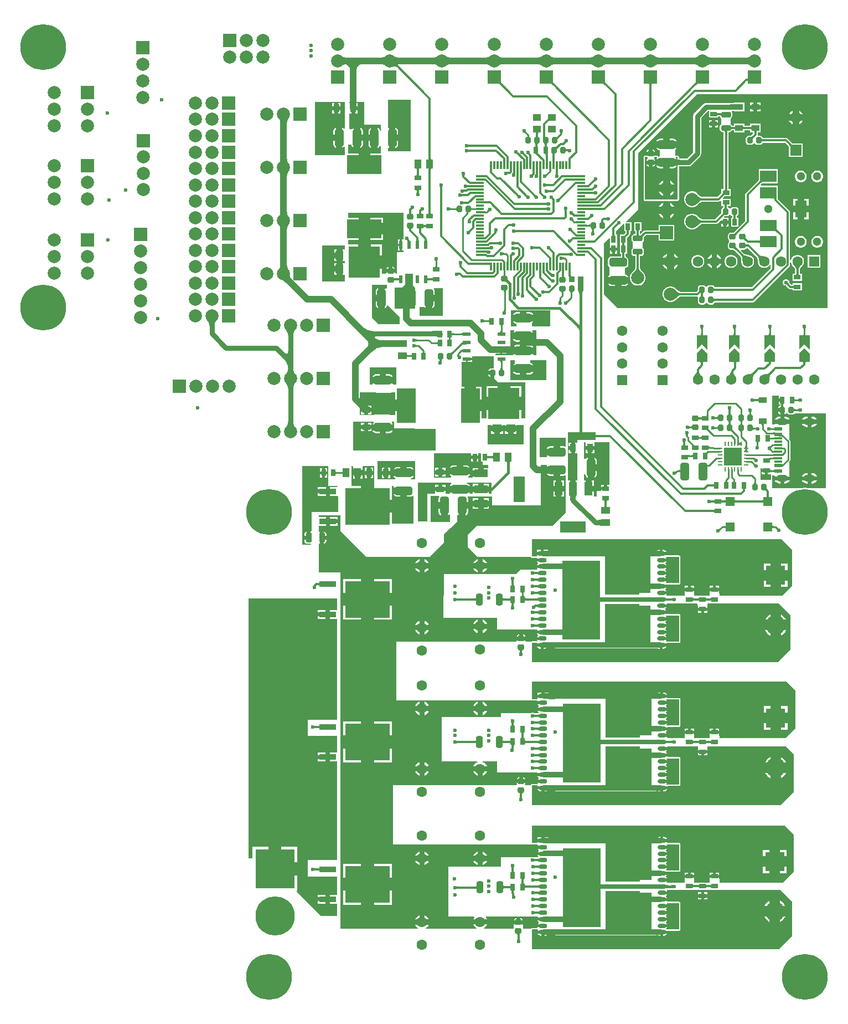
<source format=gtl>
G04*
G04 #@! TF.GenerationSoftware,Altium Limited,Altium Designer,21.8.1 (53)*
G04*
G04 Layer_Physical_Order=1*
G04 Layer_Color=255*
%FSLAX44Y44*%
%MOMM*%
G71*
G04*
G04 #@! TF.SameCoordinates,B26C40CF-43AE-4B56-A471-EC5E2FB952F6*
G04*
G04*
G04 #@! TF.FilePolarity,Positive*
G04*
G01*
G75*
%ADD10C,0.2540*%
%ADD12C,0.2500*%
%ADD14C,0.4000*%
%ADD15C,0.3000*%
%ADD16C,0.1500*%
%ADD76C,1.7000*%
%ADD81R,1.7000X1.7000*%
%ADD86R,1.0000X0.7000*%
%ADD87R,0.2500X0.7000*%
%ADD88R,0.7000X0.2500*%
%ADD89O,0.7000X0.2500*%
%ADD90R,2.7000X2.7000*%
%ADD91R,1.5000X1.0000*%
G04:AMPARAMS|DCode=92|XSize=0.95mm|YSize=0.85mm|CornerRadius=0.2125mm|HoleSize=0mm|Usage=FLASHONLY|Rotation=180.000|XOffset=0mm|YOffset=0mm|HoleType=Round|Shape=RoundedRectangle|*
%AMROUNDEDRECTD92*
21,1,0.9500,0.4250,0,0,180.0*
21,1,0.5250,0.8500,0,0,180.0*
1,1,0.4250,-0.2625,0.2125*
1,1,0.4250,0.2625,0.2125*
1,1,0.4250,0.2625,-0.2125*
1,1,0.4250,-0.2625,-0.2125*
%
%ADD92ROUNDEDRECTD92*%
%ADD93R,5.2500X6.2300*%
%ADD94R,5.2500X10.3000*%
%ADD95R,1.3000X0.6800*%
%ADD96O,1.3000X0.6800*%
G04:AMPARAMS|DCode=97|XSize=0.95mm|YSize=0.85mm|CornerRadius=0.2125mm|HoleSize=0mm|Usage=FLASHONLY|Rotation=90.000|XOffset=0mm|YOffset=0mm|HoleType=Round|Shape=RoundedRectangle|*
%AMROUNDEDRECTD97*
21,1,0.9500,0.4250,0,0,90.0*
21,1,0.5250,0.8500,0,0,90.0*
1,1,0.4250,0.2125,0.2625*
1,1,0.4250,0.2125,-0.2625*
1,1,0.4250,-0.2125,-0.2625*
1,1,0.4250,-0.2125,0.2625*
%
%ADD97ROUNDEDRECTD97*%
G04:AMPARAMS|DCode=98|XSize=2.7mm|YSize=1.35mm|CornerRadius=0.3375mm|HoleSize=0mm|Usage=FLASHONLY|Rotation=90.000|XOffset=0mm|YOffset=0mm|HoleType=Round|Shape=RoundedRectangle|*
%AMROUNDEDRECTD98*
21,1,2.7000,0.6750,0,0,90.0*
21,1,2.0250,1.3500,0,0,90.0*
1,1,0.6750,0.3375,1.0125*
1,1,0.6750,0.3375,-1.0125*
1,1,0.6750,-0.3375,-1.0125*
1,1,0.6750,-0.3375,1.0125*
%
%ADD98ROUNDEDRECTD98*%
%ADD99R,0.7000X1.0000*%
%ADD100R,1.4000X1.0500*%
%ADD101R,1.0500X1.4000*%
%ADD102R,1.2000X0.9000*%
%ADD103R,0.9000X1.2000*%
G04:AMPARAMS|DCode=104|XSize=2.7mm|YSize=1.35mm|CornerRadius=0.3375mm|HoleSize=0mm|Usage=FLASHONLY|Rotation=0.000|XOffset=0mm|YOffset=0mm|HoleType=Round|Shape=RoundedRectangle|*
%AMROUNDEDRECTD104*
21,1,2.7000,0.6750,0,0,0.0*
21,1,2.0250,1.3500,0,0,0.0*
1,1,0.6750,1.0125,-0.3375*
1,1,0.6750,-1.0125,-0.3375*
1,1,0.6750,-1.0125,0.3375*
1,1,0.6750,1.0125,0.3375*
%
%ADD104ROUNDEDRECTD104*%
%ADD105R,1.3000X1.1000*%
%ADD106R,1.1500X0.3000*%
%ADD107R,1.1500X0.6000*%
%ADD108R,6.8000X5.6500*%
%ADD109R,2.6500X0.9500*%
%ADD110R,1.2400X1.4000*%
%ADD111R,4.7200X4.8000*%
%ADD112R,1.2700X1.4000*%
%ADD113R,1.4000X1.2400*%
%ADD114R,4.8000X4.7200*%
%ADD115R,1.4000X1.2700*%
%ADD116R,1.4000X1.4000*%
%ADD117R,5.3000X3.0000*%
%ADD118R,3.0000X5.3000*%
%ADD119R,0.8500X0.9500*%
%ADD120R,0.5500X1.2500*%
%ADD121R,1.2500X0.5500*%
%ADD122R,0.3000X1.2000*%
%ADD123R,1.2000X0.3000*%
%ADD124R,4.0000X1.7000*%
%ADD125R,1.2000X2.0000*%
%ADD126R,2.0000X1.2000*%
%ADD127R,1.7000X4.0000*%
G04:AMPARAMS|DCode=128|XSize=1.45mm|YSize=0.9mm|CornerRadius=0.225mm|HoleSize=0mm|Usage=FLASHONLY|Rotation=90.000|XOffset=0mm|YOffset=0mm|HoleType=Round|Shape=RoundedRectangle|*
%AMROUNDEDRECTD128*
21,1,1.4500,0.4500,0,0,90.0*
21,1,1.0000,0.9000,0,0,90.0*
1,1,0.4500,0.2250,0.5000*
1,1,0.4500,0.2250,-0.5000*
1,1,0.4500,-0.2250,-0.5000*
1,1,0.4500,-0.2250,0.5000*
%
%ADD128ROUNDEDRECTD128*%
G04:AMPARAMS|DCode=129|XSize=1.8mm|YSize=1.05mm|CornerRadius=0.2625mm|HoleSize=0mm|Usage=FLASHONLY|Rotation=90.000|XOffset=0mm|YOffset=0mm|HoleType=Round|Shape=RoundedRectangle|*
%AMROUNDEDRECTD129*
21,1,1.8000,0.5250,0,0,90.0*
21,1,1.2750,1.0500,0,0,90.0*
1,1,0.5250,0.2625,0.6375*
1,1,0.5250,0.2625,-0.6375*
1,1,0.5250,-0.2625,-0.6375*
1,1,0.5250,-0.2625,0.6375*
%
%ADD129ROUNDEDRECTD129*%
G04:AMPARAMS|DCode=130|XSize=1.45mm|YSize=0.9mm|CornerRadius=0.225mm|HoleSize=0mm|Usage=FLASHONLY|Rotation=0.000|XOffset=0mm|YOffset=0mm|HoleType=Round|Shape=RoundedRectangle|*
%AMROUNDEDRECTD130*
21,1,1.4500,0.4500,0,0,0.0*
21,1,1.0000,0.9000,0,0,0.0*
1,1,0.4500,0.5000,-0.2250*
1,1,0.4500,-0.5000,-0.2250*
1,1,0.4500,-0.5000,0.2250*
1,1,0.4500,0.5000,0.2250*
%
%ADD130ROUNDEDRECTD130*%
%ADD131C,1.0000*%
%ADD132C,0.8000*%
%ADD133R,18.2000X0.9100*%
%ADD134R,3.3149X0.9100*%
%ADD135R,7.0150X6.4825*%
%ADD136R,3.9000X0.9100*%
%ADD137R,5.8400X12.1000*%
%ADD138R,10.6150X0.7000*%
%ADD139R,3.3049X0.9100*%
%ADD140R,7.0150X6.4325*%
%ADD141C,2.0000*%
%ADD142R,2.0000X2.0000*%
%ADD143C,7.0000*%
%ADD144C,1.3000*%
%ADD145R,1.8000X2.5000*%
%ADD146R,2.5000X1.8000*%
%ADD147R,6.0000X6.0000*%
%ADD148C,6.0000*%
%ADD149C,1.6000*%
%ADD150R,1.6000X1.6000*%
%ADD151R,2.0000X2.0000*%
%ADD152C,3.0000*%
%ADD153R,3.0000X3.0000*%
%ADD154R,1.6000X1.6000*%
%ADD155O,1.8000X1.0000*%
%ADD156C,0.6000*%
G36*
X1175858Y1432500D02*
X1175430Y1432880D01*
X1174930Y1433220D01*
X1174358Y1433520D01*
X1173714Y1433780D01*
X1172999Y1434000D01*
X1172211Y1434180D01*
X1171351Y1434320D01*
X1170419Y1434420D01*
X1168339Y1434500D01*
Y1444500D01*
X1169415Y1444520D01*
X1171351Y1444680D01*
X1172211Y1444820D01*
X1172999Y1445000D01*
X1173714Y1445220D01*
X1174358Y1445480D01*
X1174930Y1445780D01*
X1175430Y1446120D01*
X1175858Y1446500D01*
Y1432500D01*
D02*
G37*
G36*
X1110819Y1446120D02*
X1111319Y1445780D01*
X1111891Y1445480D01*
X1112535Y1445220D01*
X1113251Y1445000D01*
X1114039Y1444820D01*
X1114899Y1444680D01*
X1115831Y1444580D01*
X1117910Y1444500D01*
Y1434500D01*
X1116834Y1434480D01*
X1114899Y1434320D01*
X1114039Y1434180D01*
X1113251Y1434000D01*
X1112535Y1433780D01*
X1111891Y1433520D01*
X1111319Y1433220D01*
X1110819Y1432880D01*
X1110391Y1432500D01*
Y1446500D01*
X1110819Y1446120D01*
D02*
G37*
G36*
X1096108Y1432500D02*
X1095680Y1432880D01*
X1095180Y1433220D01*
X1094608Y1433520D01*
X1093964Y1433780D01*
X1093249Y1434000D01*
X1092461Y1434180D01*
X1091601Y1434320D01*
X1090669Y1434420D01*
X1088590Y1434500D01*
Y1444500D01*
X1089665Y1444520D01*
X1091601Y1444680D01*
X1092461Y1444820D01*
X1093249Y1445000D01*
X1093964Y1445220D01*
X1094608Y1445480D01*
X1095180Y1445780D01*
X1095680Y1446120D01*
X1096108Y1446500D01*
Y1432500D01*
D02*
G37*
G36*
X1031069Y1446120D02*
X1031569Y1445780D01*
X1032141Y1445480D01*
X1032785Y1445220D01*
X1033501Y1445000D01*
X1034289Y1444820D01*
X1035149Y1444680D01*
X1036081Y1444580D01*
X1038160Y1444500D01*
Y1434500D01*
X1037084Y1434480D01*
X1035149Y1434320D01*
X1034289Y1434180D01*
X1033501Y1434000D01*
X1032785Y1433780D01*
X1032141Y1433520D01*
X1031569Y1433220D01*
X1031069Y1432880D01*
X1030641Y1432500D01*
Y1446500D01*
X1031069Y1446120D01*
D02*
G37*
G36*
X1016358Y1432500D02*
X1015930Y1432880D01*
X1015430Y1433220D01*
X1014858Y1433520D01*
X1014214Y1433780D01*
X1013499Y1434000D01*
X1012711Y1434180D01*
X1011851Y1434320D01*
X1010919Y1434420D01*
X1008840Y1434500D01*
Y1444500D01*
X1009915Y1444520D01*
X1011851Y1444680D01*
X1012711Y1444820D01*
X1013499Y1445000D01*
X1014214Y1445220D01*
X1014858Y1445480D01*
X1015430Y1445780D01*
X1015930Y1446120D01*
X1016358Y1446500D01*
Y1432500D01*
D02*
G37*
G36*
X951319Y1446120D02*
X951819Y1445780D01*
X952391Y1445480D01*
X953035Y1445220D01*
X953751Y1445000D01*
X954539Y1444820D01*
X955399Y1444680D01*
X956331Y1444580D01*
X958410Y1444500D01*
Y1434500D01*
X957334Y1434480D01*
X955399Y1434320D01*
X954539Y1434180D01*
X953751Y1434000D01*
X953035Y1433780D01*
X952391Y1433520D01*
X951819Y1433220D01*
X951319Y1432880D01*
X950891Y1432500D01*
Y1446500D01*
X951319Y1446120D01*
D02*
G37*
G36*
X936608Y1432500D02*
X936180Y1432880D01*
X935680Y1433220D01*
X935108Y1433520D01*
X934464Y1433780D01*
X933749Y1434000D01*
X932961Y1434180D01*
X932101Y1434320D01*
X931169Y1434420D01*
X929090Y1434500D01*
Y1444500D01*
X930165Y1444520D01*
X932101Y1444680D01*
X932961Y1444820D01*
X933749Y1445000D01*
X934464Y1445220D01*
X935108Y1445480D01*
X935680Y1445780D01*
X936180Y1446120D01*
X936608Y1446500D01*
Y1432500D01*
D02*
G37*
G36*
X871569Y1446120D02*
X872069Y1445780D01*
X872641Y1445480D01*
X873285Y1445220D01*
X874001Y1445000D01*
X874789Y1444820D01*
X875649Y1444680D01*
X876581Y1444580D01*
X878660Y1444500D01*
Y1434500D01*
X877585Y1434480D01*
X875649Y1434320D01*
X874789Y1434180D01*
X874001Y1434000D01*
X873285Y1433780D01*
X872641Y1433520D01*
X872069Y1433220D01*
X871569Y1432880D01*
X871141Y1432500D01*
Y1446500D01*
X871569Y1446120D01*
D02*
G37*
G36*
X856859Y1432500D02*
X856430Y1432880D01*
X855930Y1433220D01*
X855358Y1433520D01*
X854715Y1433780D01*
X853999Y1434000D01*
X853211Y1434180D01*
X852351Y1434320D01*
X851419Y1434420D01*
X849340Y1434500D01*
Y1444500D01*
X850415Y1444520D01*
X852351Y1444680D01*
X853211Y1444820D01*
X853999Y1445000D01*
X854715Y1445220D01*
X855358Y1445480D01*
X855930Y1445780D01*
X856430Y1446120D01*
X856859Y1446500D01*
Y1432500D01*
D02*
G37*
G36*
X791819Y1446120D02*
X792319Y1445780D01*
X792891Y1445480D01*
X793535Y1445220D01*
X794251Y1445000D01*
X795039Y1444820D01*
X795899Y1444680D01*
X796831Y1444580D01*
X798910Y1444500D01*
Y1434500D01*
X797834Y1434480D01*
X795899Y1434320D01*
X795039Y1434180D01*
X794251Y1434000D01*
X793535Y1433780D01*
X792891Y1433520D01*
X792319Y1433220D01*
X791819Y1432880D01*
X791391Y1432500D01*
Y1446500D01*
X791819Y1446120D01*
D02*
G37*
G36*
X777109Y1432500D02*
X776680Y1432880D01*
X776180Y1433220D01*
X775608Y1433520D01*
X774965Y1433780D01*
X774249Y1434000D01*
X773461Y1434180D01*
X772601Y1434320D01*
X771669Y1434420D01*
X769590Y1434500D01*
Y1444500D01*
X770665Y1444520D01*
X772601Y1444680D01*
X773461Y1444820D01*
X774249Y1445000D01*
X774965Y1445220D01*
X775608Y1445480D01*
X776180Y1445780D01*
X776680Y1446120D01*
X777109Y1446500D01*
Y1432500D01*
D02*
G37*
G36*
X712069Y1446120D02*
X712569Y1445780D01*
X713141Y1445480D01*
X713785Y1445220D01*
X714501Y1445000D01*
X715289Y1444820D01*
X716149Y1444680D01*
X717081Y1444580D01*
X719160Y1444500D01*
Y1434500D01*
X718084Y1434480D01*
X716149Y1434320D01*
X715289Y1434180D01*
X714501Y1434000D01*
X713785Y1433780D01*
X713141Y1433520D01*
X712569Y1433220D01*
X712069Y1432880D01*
X711641Y1432500D01*
Y1446500D01*
X712069Y1446120D01*
D02*
G37*
G36*
X697358Y1432500D02*
X696930Y1432880D01*
X696430Y1433220D01*
X695859Y1433520D01*
X695214Y1433780D01*
X694499Y1434000D01*
X693711Y1434180D01*
X692851Y1434320D01*
X691919Y1434420D01*
X689840Y1434500D01*
Y1444500D01*
X690915Y1444520D01*
X692851Y1444680D01*
X693711Y1444820D01*
X694499Y1445000D01*
X695214Y1445220D01*
X695859Y1445480D01*
X696430Y1445780D01*
X696930Y1446120D01*
X697358Y1446500D01*
Y1432500D01*
D02*
G37*
G36*
X617608D02*
X617180Y1432880D01*
X616680Y1433220D01*
X616109Y1433520D01*
X615465Y1433780D01*
X614749Y1434000D01*
X613961Y1434180D01*
X613101Y1434320D01*
X612169Y1434420D01*
X610090Y1434500D01*
Y1444500D01*
X611165Y1444520D01*
X613101Y1444680D01*
X613961Y1444820D01*
X614749Y1445000D01*
X615465Y1445220D01*
X616109Y1445480D01*
X616680Y1445780D01*
X617180Y1446120D01*
X617608Y1446500D01*
Y1432500D01*
D02*
G37*
G36*
X632319Y1446120D02*
X632820Y1445780D01*
X633391Y1445480D01*
X634035Y1445220D01*
X634751Y1445000D01*
X635539Y1444820D01*
X636399Y1444680D01*
X637331Y1444580D01*
X639410Y1444500D01*
Y1434500D01*
X638335Y1434480D01*
X636927Y1434364D01*
X636963Y1434257D01*
X637340Y1433438D01*
X637702Y1432760D01*
X638051Y1432222D01*
X638385Y1431825D01*
X636870Y1429097D01*
X636285Y1429597D01*
X635624Y1430004D01*
X634885Y1430317D01*
X634069Y1430538D01*
X633177Y1430665D01*
X632207Y1430699D01*
X631161Y1430640D01*
X630038Y1430487D01*
X628838Y1430242D01*
X627561Y1429903D01*
X631891Y1437637D01*
Y1446500D01*
X632319Y1446120D01*
D02*
G37*
G36*
X552570D02*
X553069Y1445780D01*
X553642Y1445480D01*
X554285Y1445220D01*
X555001Y1445000D01*
X555789Y1444820D01*
X556649Y1444680D01*
X557581Y1444580D01*
X559660Y1444500D01*
Y1438273D01*
X569000Y1444500D01*
X569000D01*
D01*
X584000Y1434500D01*
X582100Y1434400D01*
X580400Y1434100D01*
X578900Y1433600D01*
X577600Y1432900D01*
X576500Y1432000D01*
X575600Y1430900D01*
X574900Y1429600D01*
X574400Y1428100D01*
X574100Y1426400D01*
X574000Y1424500D01*
X564000D01*
X563900Y1426400D01*
X563600Y1428100D01*
X563100Y1429600D01*
X562723Y1430300D01*
X562400Y1430900D01*
X561500Y1432000D01*
X560400Y1432900D01*
X559100Y1433600D01*
X557600Y1434100D01*
X556495Y1434295D01*
X555789Y1434180D01*
X555001Y1434000D01*
X554285Y1433780D01*
X553642Y1433520D01*
X553069Y1433220D01*
X552570Y1432880D01*
X552141Y1432500D01*
Y1446500D01*
X552570Y1446120D01*
D02*
G37*
G36*
X1173061Y1407484D02*
X1173033Y1407726D01*
X1172949Y1407942D01*
X1172808Y1408133D01*
X1172612Y1408299D01*
X1172360Y1408439D01*
X1172051Y1408553D01*
X1171687Y1408643D01*
X1171266Y1408706D01*
X1170790Y1408745D01*
X1170257Y1408757D01*
Y1411757D01*
X1170790Y1411770D01*
X1171266Y1411808D01*
X1171687Y1411872D01*
X1172051Y1411961D01*
X1172360Y1412076D01*
X1172612Y1412216D01*
X1172808Y1412381D01*
X1172949Y1412572D01*
X1173033Y1412788D01*
X1173061Y1413030D01*
Y1407484D01*
D02*
G37*
G36*
X1097523Y1404530D02*
X1097290Y1404700D01*
X1097014Y1404785D01*
X1096696D01*
X1096335Y1404700D01*
X1095932Y1404530D01*
X1095487Y1404276D01*
X1094999Y1403936D01*
X1094468Y1403512D01*
X1093280Y1402409D01*
X1091159Y1404530D01*
X1091753Y1405146D01*
X1092686Y1406249D01*
X1093026Y1406737D01*
X1093280Y1407182D01*
X1093450Y1407585D01*
X1093535Y1407946D01*
Y1408264D01*
X1093450Y1408540D01*
X1093280Y1408773D01*
X1097523Y1404530D01*
D02*
G37*
G36*
X953550Y1408540D02*
X953465Y1408264D01*
Y1407946D01*
X953550Y1407585D01*
X953719Y1407182D01*
X953974Y1406737D01*
X954313Y1406249D01*
X954738Y1405718D01*
X955841Y1404530D01*
X953719Y1402409D01*
X953104Y1403003D01*
X952001Y1403936D01*
X951513Y1404276D01*
X951068Y1404530D01*
X950665Y1404700D01*
X950304Y1404785D01*
X949986D01*
X949710Y1404700D01*
X949477Y1404530D01*
X953719Y1408773D01*
X953550Y1408540D01*
D02*
G37*
G36*
X873800D02*
X873715Y1408264D01*
Y1407946D01*
X873800Y1407585D01*
X873969Y1407182D01*
X874224Y1406737D01*
X874563Y1406249D01*
X874988Y1405718D01*
X876091Y1404530D01*
X873969Y1402409D01*
X873354Y1403003D01*
X872251Y1403936D01*
X871763Y1404276D01*
X871318Y1404530D01*
X870915Y1404700D01*
X870554Y1404785D01*
X870236D01*
X869960Y1404700D01*
X869727Y1404530D01*
X873969Y1408773D01*
X873800Y1408540D01*
D02*
G37*
G36*
X794050D02*
X793965Y1408264D01*
Y1407946D01*
X794050Y1407585D01*
X794219Y1407182D01*
X794474Y1406737D01*
X794813Y1406249D01*
X795238Y1405718D01*
X796341Y1404530D01*
X794219Y1402409D01*
X793604Y1403003D01*
X792501Y1403936D01*
X792013Y1404276D01*
X791568Y1404530D01*
X791165Y1404700D01*
X790804Y1404785D01*
X790486D01*
X790210Y1404700D01*
X789977Y1404530D01*
X794219Y1408773D01*
X794050Y1408540D01*
D02*
G37*
G36*
X1026215Y1404500D02*
X1025960Y1404411D01*
X1025735Y1404261D01*
X1025540Y1404050D01*
X1025375Y1403781D01*
X1025240Y1403450D01*
X1025135Y1403060D01*
X1025060Y1402610D01*
X1025015Y1402101D01*
X1025000Y1401530D01*
X1022000D01*
X1021985Y1402101D01*
X1021940Y1402610D01*
X1021865Y1403060D01*
X1021760Y1403450D01*
X1021625Y1403781D01*
X1021460Y1404050D01*
X1021265Y1404261D01*
X1021040Y1404411D01*
X1020785Y1404500D01*
X1020500Y1404530D01*
X1026500D01*
X1026215Y1404500D01*
D02*
G37*
G36*
X469120Y1350430D02*
X468780Y1349930D01*
X468480Y1349358D01*
X468220Y1348714D01*
X468000Y1347998D01*
X467820Y1347211D01*
X467680Y1346351D01*
X467580Y1345419D01*
X467500Y1343339D01*
X457500D01*
X457480Y1344415D01*
X457320Y1346351D01*
X457180Y1347211D01*
X457000Y1347998D01*
X456780Y1348714D01*
X456520Y1349358D01*
X456220Y1349930D01*
X455880Y1350430D01*
X455500Y1350858D01*
X469500D01*
X469120Y1350430D01*
D02*
G37*
G36*
X556000Y1336041D02*
X554730Y1335656D01*
X554500Y1336000D01*
X552722Y1337188D01*
X552250Y1337282D01*
Y1322000D01*
Y1306718D01*
X552722Y1306812D01*
X554500Y1308000D01*
X554730Y1308344D01*
X556000Y1307959D01*
Y1295000D01*
X510000D01*
Y1377000D01*
X556000D01*
Y1336041D01*
D02*
G37*
G36*
X586000Y1342000D02*
X611000D01*
Y1332879D01*
X609730Y1332754D01*
X609438Y1334221D01*
X608250Y1335999D01*
X606472Y1337187D01*
X606000Y1337281D01*
Y1321999D01*
Y1306717D01*
X606472Y1306811D01*
X608250Y1307999D01*
X608751Y1308749D01*
X611000D01*
Y1298000D01*
X595000D01*
Y1281000D01*
X577000D01*
Y1298000D01*
X561000D01*
Y1311500D01*
X565969D01*
X566312Y1309778D01*
X567500Y1308000D01*
X569278Y1306812D01*
X569750Y1306718D01*
Y1322000D01*
Y1337282D01*
X569278Y1337188D01*
X567500Y1336000D01*
X566999Y1335250D01*
X563000D01*
Y1359000D01*
X566000D01*
Y1367000D01*
Y1375000D01*
X563000D01*
Y1377000D01*
X586000D01*
Y1342000D01*
D02*
G37*
G36*
X833009Y1332238D02*
X833040Y1332007D01*
X833093Y1331778D01*
X833169Y1331550D01*
X833267Y1331322D01*
X833388Y1331096D01*
X833530Y1330871D01*
X833696Y1330647D01*
X833883Y1330425D01*
X834093Y1330203D01*
X832297Y1328407D01*
X832075Y1328617D01*
X831852Y1328804D01*
X831629Y1328970D01*
X831404Y1329112D01*
X831178Y1329233D01*
X830950Y1329331D01*
X830722Y1329407D01*
X830492Y1329460D01*
X830262Y1329491D01*
X830030Y1329500D01*
X833000Y1332470D01*
X833009Y1332238D01*
D02*
G37*
G36*
X888505Y1329673D02*
X888479Y1329651D01*
X888456Y1329605D01*
X888436Y1329534D01*
X888418Y1329438D01*
X888403Y1329318D01*
X888382Y1329005D01*
X888370Y1328350D01*
X885830D01*
X885783Y1330040D01*
X888505Y1329673D01*
D02*
G37*
G36*
X852715Y1329501D02*
X852460Y1329411D01*
X852235Y1329261D01*
X852040Y1329051D01*
X851875Y1328781D01*
X851740Y1328451D01*
X851635Y1328061D01*
X851560Y1327611D01*
X851515Y1327101D01*
X851500Y1326531D01*
X848500D01*
X848485Y1327101D01*
X848440Y1327611D01*
X848365Y1328061D01*
X848260Y1328451D01*
X848125Y1328781D01*
X847960Y1329051D01*
X847765Y1329261D01*
X847540Y1329411D01*
X847285Y1329501D01*
X847000Y1329531D01*
X853000D01*
X852715Y1329501D01*
D02*
G37*
G36*
X837783Y1324797D02*
X837821Y1324346D01*
X837884Y1323948D01*
X837972Y1323603D01*
X838086Y1323311D01*
X838225Y1323073D01*
X838389Y1322887D01*
X838579Y1322754D01*
X838794Y1322675D01*
X839034Y1322648D01*
X833966D01*
X834206Y1322675D01*
X834421Y1322754D01*
X834611Y1322887D01*
X834775Y1323073D01*
X834914Y1323311D01*
X835028Y1323603D01*
X835116Y1323948D01*
X835179Y1324346D01*
X835217Y1324797D01*
X835230Y1325301D01*
X837770D01*
X837783Y1324797D01*
D02*
G37*
G36*
X851515Y1325148D02*
X851559Y1324599D01*
X851634Y1324115D01*
X851737Y1323696D01*
X851871Y1323341D01*
X852034Y1323050D01*
X852227Y1322825D01*
X852449Y1322663D01*
X852701Y1322566D01*
X852983Y1322534D01*
X847017D01*
X847299Y1322566D01*
X847551Y1322663D01*
X847773Y1322825D01*
X847966Y1323050D01*
X848129Y1323341D01*
X848263Y1323696D01*
X848366Y1324115D01*
X848441Y1324599D01*
X848485Y1325148D01*
X848500Y1325761D01*
X851500D01*
X851515Y1325148D01*
D02*
G37*
G36*
X883279Y1322733D02*
X882706Y1322142D01*
X881788Y1321083D01*
X881444Y1320615D01*
X881176Y1320188D01*
X880984Y1319802D01*
X880868Y1319457D01*
X880829Y1319153D01*
X880866Y1318890D01*
X880980Y1318669D01*
X877918Y1322730D01*
X878090Y1322566D01*
X878299Y1322475D01*
X878548Y1322459D01*
X878835Y1322517D01*
X879161Y1322649D01*
X879526Y1322854D01*
X879929Y1323134D01*
X880371Y1323488D01*
X881371Y1324417D01*
X883279Y1322733D01*
D02*
G37*
G36*
X862724Y1325116D02*
X862769Y1324547D01*
X862844Y1324055D01*
X862949Y1323638D01*
X863084Y1323297D01*
X863249Y1323032D01*
X863444Y1322843D01*
X863669Y1322729D01*
X863924Y1322692D01*
X864209Y1322730D01*
X859152Y1321442D01*
X859258Y1321630D01*
X859352Y1321859D01*
X859436Y1322130D01*
X859508Y1322443D01*
X859569Y1322798D01*
X859659Y1323633D01*
X859703Y1324634D01*
X859709Y1325198D01*
X862709Y1325761D01*
X862724Y1325116D01*
D02*
G37*
G36*
X894970Y1314500D02*
X894799Y1314490D01*
X894620Y1314456D01*
X894435Y1314398D01*
X894244Y1314317D01*
X894045Y1314212D01*
X893840Y1314083D01*
X893628Y1313930D01*
X893409Y1313754D01*
X892951Y1313329D01*
X890829Y1315451D01*
X891053Y1315683D01*
X891430Y1316128D01*
X891583Y1316340D01*
X891712Y1316545D01*
X891817Y1316744D01*
X891898Y1316935D01*
X891956Y1317120D01*
X891990Y1317299D01*
X892000Y1317470D01*
X894970Y1314500D01*
D02*
G37*
G36*
X865951Y1313434D02*
X865699Y1313337D01*
X865477Y1313176D01*
X865284Y1312950D01*
X865121Y1312659D01*
X864987Y1312305D01*
X864883Y1311885D01*
X864809Y1311401D01*
X864765Y1310853D01*
X864759Y1310618D01*
X864765Y1310394D01*
X864810Y1309879D01*
X864885Y1309424D01*
X864990Y1309030D01*
X865125Y1308697D01*
X865290Y1308424D01*
X865485Y1308212D01*
X865710Y1308060D01*
X865965Y1307969D01*
X866250Y1307939D01*
X860250D01*
X860535Y1307969D01*
X860790Y1308060D01*
X861015Y1308212D01*
X861210Y1308424D01*
X861375Y1308697D01*
X861510Y1309030D01*
X861615Y1309424D01*
X861690Y1309879D01*
X861735Y1310394D01*
X861741Y1310618D01*
X861735Y1310853D01*
X861691Y1311401D01*
X861617Y1311885D01*
X861513Y1312305D01*
X861379Y1312659D01*
X861216Y1312950D01*
X861023Y1313176D01*
X860801Y1313337D01*
X860549Y1313434D01*
X860267Y1313466D01*
X866233D01*
X865951Y1313434D01*
D02*
G37*
G36*
X852125Y1313270D02*
X851840Y1313268D01*
X851585Y1313198D01*
X851360Y1313062D01*
X851165Y1312859D01*
X851000Y1312590D01*
X850865Y1312253D01*
X850760Y1311850D01*
X850685Y1311380D01*
X850640Y1310843D01*
X850633Y1310558D01*
X850636Y1310400D01*
X850723Y1309440D01*
X850800Y1309050D01*
X850899Y1308720D01*
X851019Y1308450D01*
X851161Y1308240D01*
X851325Y1308090D01*
X851512Y1308000D01*
X851720Y1307970D01*
X846125Y1307939D01*
X846410Y1307971D01*
X846665Y1308063D01*
X846890Y1308215D01*
X847085Y1308428D01*
X847250Y1308701D01*
X847385Y1309034D01*
X847490Y1309427D01*
X847565Y1309881D01*
X847610Y1310395D01*
X847617Y1310645D01*
X847612Y1310817D01*
X847575Y1311307D01*
X847512Y1311759D01*
X847423Y1312174D01*
X847310Y1312550D01*
X847171Y1312889D01*
X847008Y1313190D01*
X846818Y1313453D01*
X846604Y1313678D01*
X846365Y1313865D01*
X852125Y1313270D01*
D02*
G37*
G36*
X744771Y1311986D02*
X744921Y1311884D01*
X745092Y1311794D01*
X745286Y1311716D01*
X745500Y1311650D01*
X745737Y1311596D01*
X745995Y1311554D01*
X746274Y1311524D01*
X746898Y1311500D01*
Y1308500D01*
X746575Y1308494D01*
X745995Y1308446D01*
X745737Y1308404D01*
X745500Y1308350D01*
X745286Y1308284D01*
X745092Y1308206D01*
X744921Y1308116D01*
X744771Y1308014D01*
X744642Y1307900D01*
Y1312100D01*
X744771Y1311986D01*
D02*
G37*
G36*
X883267Y1307896D02*
X882572Y1307180D01*
X881459Y1305899D01*
X881041Y1305336D01*
X880716Y1304822D01*
X880484Y1304360D01*
X880344Y1303948D01*
X880297Y1303587D01*
X880342Y1303277D01*
X880480Y1303018D01*
X876768Y1307730D01*
X876975Y1307540D01*
X877229Y1307439D01*
X877529Y1307425D01*
X877875Y1307499D01*
X878268Y1307662D01*
X878707Y1307913D01*
X879192Y1308251D01*
X879723Y1308678D01*
X880925Y1309797D01*
X883267Y1307896D01*
D02*
G37*
G36*
X657000Y1301000D02*
X622000D01*
Y1306087D01*
X623270Y1306763D01*
X623500Y1306717D01*
Y1321999D01*
Y1337281D01*
X623270Y1337236D01*
X622000Y1337912D01*
Y1380000D01*
X657000D01*
Y1301000D01*
D02*
G37*
G36*
X894006Y1305299D02*
X894083Y1305083D01*
X894211Y1304892D01*
X894391Y1304727D01*
X894623Y1304588D01*
X894905Y1304473D01*
X895240Y1304384D01*
X895625Y1304321D01*
X896062Y1304283D01*
X896130Y1304281D01*
X896652Y1304329D01*
X896917Y1304375D01*
X897170Y1304435D01*
X897409Y1304507D01*
X897636Y1304592D01*
X897849Y1304691D01*
X898050Y1304803D01*
X898238Y1304928D01*
X897538Y1300786D01*
X897397Y1300966D01*
X897238Y1301126D01*
X897060Y1301268D01*
X896864Y1301390D01*
X896650Y1301494D01*
X896417Y1301579D01*
X896166Y1301645D01*
X895896Y1301692D01*
X895839Y1301698D01*
X895625Y1301679D01*
X895240Y1301616D01*
X894905Y1301527D01*
X894623Y1301413D01*
X894391Y1301273D01*
X894211Y1301108D01*
X894083Y1300917D01*
X894006Y1300701D01*
X893980Y1300460D01*
Y1305540D01*
X894006Y1305299D01*
D02*
G37*
G36*
X744771Y1304486D02*
X744921Y1304384D01*
X745092Y1304294D01*
X745286Y1304216D01*
X745500Y1304150D01*
X745737Y1304096D01*
X745995Y1304054D01*
X746274Y1304024D01*
X746898Y1304000D01*
Y1301000D01*
X746575Y1300994D01*
X745995Y1300946D01*
X745737Y1300904D01*
X745500Y1300850D01*
X745286Y1300784D01*
X745092Y1300706D01*
X744921Y1300616D01*
X744771Y1300514D01*
X744642Y1300400D01*
Y1304600D01*
X744771Y1304486D01*
D02*
G37*
G36*
X878000Y1298270D02*
X877715Y1298299D01*
X877460Y1298255D01*
X877235Y1298136D01*
X877040Y1297944D01*
X876875Y1297677D01*
X876740Y1297338D01*
X876635Y1296924D01*
X876560Y1296436D01*
X876515Y1295875D01*
X876500Y1295240D01*
X873500Y1295364D01*
X873486Y1295798D01*
X873446Y1296228D01*
X873379Y1296655D01*
X873284Y1297080D01*
X873163Y1297501D01*
X873015Y1297919D01*
X872839Y1298333D01*
X872637Y1298745D01*
X872408Y1299153D01*
X872152Y1299558D01*
X878000Y1298270D01*
D02*
G37*
G36*
X820874Y1300163D02*
X820908Y1299985D01*
X820966Y1299800D01*
X821048Y1299608D01*
X821153Y1299409D01*
X821282Y1299204D01*
X821434Y1298992D01*
X821611Y1298773D01*
X822035Y1298315D01*
X819914Y1296194D01*
X819681Y1296418D01*
X819237Y1296794D01*
X819025Y1296947D01*
X818819Y1297076D01*
X818621Y1297181D01*
X818429Y1297263D01*
X818244Y1297320D01*
X818066Y1297354D01*
X817894Y1297365D01*
X820864Y1300334D01*
X820874Y1300163D01*
D02*
G37*
G36*
X851695Y1298009D02*
X851719Y1297946D01*
X851789Y1297840D01*
X851906Y1297691D01*
X852283Y1297267D01*
X853602Y1295909D01*
X849360D01*
X848935Y1296312D01*
X848511Y1296673D01*
X848087Y1296991D01*
X847663Y1297267D01*
X847238Y1297500D01*
X846814Y1297691D01*
X846390Y1297840D01*
X845966Y1297946D01*
X845541Y1298009D01*
X845117Y1298031D01*
X851720D01*
X851695Y1298009D01*
D02*
G37*
G36*
X830010Y1299799D02*
X830044Y1299620D01*
X830102Y1299435D01*
X830183Y1299244D01*
X830288Y1299045D01*
X830417Y1298840D01*
X830570Y1298628D01*
X830746Y1298409D01*
X831171Y1297951D01*
X829049Y1295829D01*
X828817Y1296053D01*
X828372Y1296430D01*
X828160Y1296583D01*
X827955Y1296712D01*
X827756Y1296817D01*
X827565Y1296898D01*
X827380Y1296956D01*
X827201Y1296990D01*
X827030Y1297000D01*
X830000Y1299970D01*
X830010Y1299799D01*
D02*
G37*
G36*
X838917Y1299223D02*
X838923Y1299043D01*
X838956Y1298856D01*
X839016Y1298663D01*
X839103Y1298463D01*
X839217Y1298257D01*
X839359Y1298043D01*
X839527Y1297824D01*
X839723Y1297597D01*
X839945Y1297364D01*
X837339Y1295728D01*
X837105Y1295956D01*
X836464Y1296513D01*
X836271Y1296656D01*
X835914Y1296877D01*
X835751Y1296956D01*
X835598Y1297014D01*
X835455Y1297050D01*
X838939Y1299397D01*
X838917Y1299223D01*
D02*
G37*
G36*
X687515Y1291394D02*
X687560Y1290878D01*
X687635Y1290424D01*
X687740Y1290030D01*
X687875Y1289697D01*
X688040Y1289424D01*
X688235Y1289212D01*
X688460Y1289060D01*
X688715Y1288969D01*
X689000Y1288939D01*
X683000D01*
X683285Y1288969D01*
X683540Y1289060D01*
X683765Y1289212D01*
X683960Y1289424D01*
X684125Y1289697D01*
X684260Y1290030D01*
X684365Y1290424D01*
X684440Y1290878D01*
X684485Y1291394D01*
X684500Y1291969D01*
X687500D01*
X687515Y1291394D01*
D02*
G37*
G36*
X467520Y1290418D02*
X467680Y1288482D01*
X467820Y1287622D01*
X468000Y1286834D01*
X468220Y1286118D01*
X468480Y1285475D01*
X468780Y1284903D01*
X469120Y1284403D01*
X469500Y1283974D01*
X455500D01*
X455880Y1284403D01*
X456220Y1284903D01*
X456520Y1285475D01*
X456780Y1286118D01*
X457000Y1286834D01*
X457180Y1287622D01*
X457320Y1288482D01*
X457420Y1289414D01*
X457500Y1291493D01*
X467500D01*
X467520Y1290418D01*
D02*
G37*
G36*
X688715Y1275031D02*
X688460Y1274940D01*
X688235Y1274788D01*
X688040Y1274576D01*
X687875Y1274303D01*
X687740Y1273970D01*
X687635Y1273576D01*
X687560Y1273121D01*
X687515Y1272606D01*
X687500Y1272030D01*
X684500D01*
X684485Y1272606D01*
X684440Y1273121D01*
X684365Y1273576D01*
X684260Y1273970D01*
X684125Y1274303D01*
X683960Y1274576D01*
X683765Y1274788D01*
X683540Y1274940D01*
X683285Y1275031D01*
X683000Y1275061D01*
X689000D01*
X688715Y1275031D01*
D02*
G37*
G36*
X670215D02*
X669960Y1274940D01*
X669735Y1274788D01*
X669540Y1274576D01*
X669375Y1274303D01*
X669240Y1273970D01*
X669135Y1273576D01*
X669060Y1273121D01*
X669015Y1272606D01*
X669000Y1272030D01*
X666000D01*
X665985Y1272606D01*
X665940Y1273121D01*
X665865Y1273576D01*
X665760Y1273970D01*
X665625Y1274303D01*
X665460Y1274576D01*
X665265Y1274788D01*
X665040Y1274940D01*
X664785Y1275031D01*
X664500Y1275061D01*
X670500D01*
X670215Y1275031D01*
D02*
G37*
G36*
X871432Y1274505D02*
X871398Y1274429D01*
X871368Y1274302D01*
X871342Y1274124D01*
X871302Y1273616D01*
X871270Y1271991D01*
X868730D01*
X868728Y1272473D01*
X868602Y1274429D01*
X868568Y1274505D01*
X868530Y1274530D01*
X871469D01*
X871432Y1274505D01*
D02*
G37*
G36*
X816500Y1268443D02*
X816502Y1268108D01*
X816595Y1266663D01*
X816624Y1266517D01*
X816657Y1266397D01*
X816694Y1266304D01*
X812734Y1267704D01*
X812880Y1267789D01*
X813010Y1267900D01*
X813125Y1268037D01*
X813224Y1268201D01*
X813309Y1268392D01*
X813378Y1268609D01*
X813431Y1268853D01*
X813469Y1269123D01*
X813492Y1269419D01*
X813500Y1269742D01*
X816500Y1268443D01*
D02*
G37*
G36*
X804327Y1269896D02*
X804476Y1269828D01*
X804647Y1269769D01*
X804841Y1269717D01*
X805056Y1269673D01*
X805554Y1269610D01*
X805836Y1269590D01*
X806468Y1269574D01*
X807153Y1266574D01*
X806831Y1266567D01*
X806258Y1266509D01*
X806008Y1266458D01*
X805781Y1266393D01*
X805578Y1266313D01*
X805399Y1266219D01*
X805244Y1266110D01*
X805112Y1265986D01*
X805005Y1265849D01*
X804201Y1269971D01*
X804327Y1269896D01*
D02*
G37*
G36*
X881506Y1267075D02*
X881554Y1266495D01*
X881596Y1266237D01*
X881650Y1266001D01*
X881716Y1265786D01*
X881794Y1265592D01*
X881884Y1265421D01*
X881986Y1265271D01*
X882100Y1265143D01*
X877900Y1265142D01*
X878014Y1265271D01*
X878116Y1265421D01*
X878206Y1265592D01*
X878284Y1265786D01*
X878350Y1266000D01*
X878404Y1266237D01*
X878446Y1266495D01*
X878476Y1266774D01*
X878500Y1267398D01*
X881500Y1267398D01*
X881506Y1267075D01*
D02*
G37*
G36*
X851500Y1266784D02*
X851503Y1266455D01*
X851580Y1265372D01*
X851615Y1265161D01*
X851656Y1264973D01*
X851704Y1264808D01*
X851758Y1264667D01*
X851819Y1264549D01*
X847752Y1265599D01*
X847894Y1265698D01*
X848021Y1265822D01*
X848134Y1265970D01*
X848231Y1266143D01*
X848313Y1266341D01*
X848380Y1266564D01*
X848433Y1266812D01*
X848470Y1267085D01*
X848493Y1267382D01*
X848500Y1267705D01*
X851500Y1266784D01*
D02*
G37*
G36*
X669015Y1266394D02*
X669060Y1265879D01*
X669135Y1265424D01*
X669240Y1265030D01*
X669375Y1264697D01*
X669540Y1264424D01*
X669735Y1264212D01*
X669960Y1264060D01*
X670215Y1263969D01*
X670500Y1263939D01*
X664500D01*
X664785Y1263969D01*
X665040Y1264060D01*
X665265Y1264212D01*
X665460Y1264424D01*
X665625Y1264697D01*
X665760Y1265030D01*
X665865Y1265424D01*
X665940Y1265879D01*
X665985Y1266394D01*
X666000Y1266970D01*
X669000D01*
X669015Y1266394D01*
D02*
G37*
G36*
X845573Y1265333D02*
X845349Y1265101D01*
X844972Y1264656D01*
X844820Y1264444D01*
X844691Y1264239D01*
X844585Y1264040D01*
X844504Y1263849D01*
X844446Y1263664D01*
X844412Y1263485D01*
X844402Y1263314D01*
X841432Y1266284D01*
X841604Y1266294D01*
X841782Y1266328D01*
X841967Y1266386D01*
X842159Y1266467D01*
X842357Y1266572D01*
X842562Y1266701D01*
X842775Y1266854D01*
X842993Y1267030D01*
X843452Y1267455D01*
X845573Y1265333D01*
D02*
G37*
G36*
X739486Y1265229D02*
X739384Y1265079D01*
X739294Y1264908D01*
X739216Y1264714D01*
X739150Y1264500D01*
X739096Y1264263D01*
X739054Y1264005D01*
X739024Y1263726D01*
X739000Y1263102D01*
X736000D01*
X735994Y1263425D01*
X735946Y1264005D01*
X735904Y1264263D01*
X735850Y1264500D01*
X735784Y1264714D01*
X735706Y1264908D01*
X735616Y1265079D01*
X735514Y1265229D01*
X735400Y1265358D01*
X739600D01*
X739486Y1265229D01*
D02*
G37*
G36*
X866093Y1265297D02*
X865883Y1265075D01*
X865695Y1264853D01*
X865530Y1264629D01*
X865388Y1264404D01*
X865267Y1264178D01*
X865169Y1263951D01*
X865093Y1263722D01*
X865040Y1263493D01*
X865009Y1263262D01*
X865000Y1263030D01*
X862030Y1266000D01*
X862262Y1266009D01*
X862493Y1266040D01*
X862722Y1266093D01*
X862951Y1266169D01*
X863178Y1266267D01*
X863404Y1266388D01*
X863629Y1266530D01*
X863852Y1266695D01*
X864075Y1266883D01*
X864297Y1267093D01*
X866093Y1265297D01*
D02*
G37*
G36*
X469120Y1269264D02*
X468780Y1268764D01*
X468480Y1268192D01*
X468220Y1267548D01*
X468000Y1266832D01*
X467820Y1266044D01*
X467680Y1265184D01*
X467580Y1264252D01*
X467500Y1262173D01*
X457500D01*
X457480Y1263249D01*
X457320Y1265184D01*
X457180Y1266044D01*
X457000Y1266832D01*
X456780Y1267548D01*
X456520Y1268192D01*
X456220Y1268764D01*
X455880Y1269264D01*
X455500Y1269692D01*
X469500D01*
X469120Y1269264D01*
D02*
G37*
G36*
X939970Y1256000D02*
X939799Y1255990D01*
X939620Y1255956D01*
X939435Y1255898D01*
X939244Y1255817D01*
X939045Y1255712D01*
X938840Y1255583D01*
X938628Y1255430D01*
X938409Y1255254D01*
X937951Y1254829D01*
X935829Y1256951D01*
X936053Y1257183D01*
X936430Y1257628D01*
X936583Y1257840D01*
X936712Y1258045D01*
X936817Y1258244D01*
X936898Y1258435D01*
X936956Y1258620D01*
X936990Y1258799D01*
X937000Y1258970D01*
X939970Y1256000D01*
D02*
G37*
G36*
X864271Y1251986D02*
X864421Y1251884D01*
X864593Y1251794D01*
X864786Y1251716D01*
X865000Y1251650D01*
X865237Y1251596D01*
X865495Y1251554D01*
X865774Y1251524D01*
X866398Y1251500D01*
Y1248500D01*
X866075Y1248494D01*
X865495Y1248446D01*
X865237Y1248404D01*
X865000Y1248350D01*
X864786Y1248284D01*
X864593Y1248206D01*
X864421Y1248116D01*
X864271Y1248014D01*
X864142Y1247900D01*
Y1252100D01*
X864271Y1251986D01*
D02*
G37*
G36*
X743067Y1249910D02*
X743220Y1249824D01*
X743394Y1249748D01*
X743590Y1249682D01*
X743807Y1249627D01*
X744046Y1249581D01*
X744306Y1249546D01*
X744890Y1249505D01*
X745214Y1249500D01*
X745554Y1246500D01*
X745231Y1246493D01*
X744654Y1246439D01*
X744400Y1246392D01*
X744168Y1246332D01*
X743958Y1246257D01*
X743771Y1246170D01*
X743606Y1246069D01*
X743464Y1245955D01*
X743344Y1245826D01*
X742936Y1250007D01*
X743067Y1249910D01*
D02*
G37*
G36*
X704986Y1247729D02*
X704884Y1247579D01*
X704794Y1247408D01*
X704716Y1247214D01*
X704650Y1247000D01*
X704596Y1246763D01*
X704554Y1246505D01*
X704524Y1246226D01*
X704500Y1245602D01*
X701500D01*
X701494Y1245925D01*
X701446Y1246505D01*
X701404Y1246763D01*
X701350Y1247000D01*
X701284Y1247214D01*
X701206Y1247408D01*
X701116Y1247579D01*
X701014Y1247729D01*
X700900Y1247858D01*
X705100D01*
X704986Y1247729D01*
D02*
G37*
G36*
X939541Y1245035D02*
X939367Y1245049D01*
X939185Y1245036D01*
X938997Y1244997D01*
X938803Y1244931D01*
X938603Y1244840D01*
X938396Y1244722D01*
X938182Y1244578D01*
X937962Y1244408D01*
X937736Y1244211D01*
X937503Y1243988D01*
X935739Y1246466D01*
X935965Y1246700D01*
X936515Y1247346D01*
X936655Y1247544D01*
X936773Y1247732D01*
X936869Y1247912D01*
X936943Y1248083D01*
X936996Y1248246D01*
X937027Y1248399D01*
X939541Y1245035D01*
D02*
G37*
G36*
X737070Y1242880D02*
X737219Y1242813D01*
X737390Y1242753D01*
X737583Y1242702D01*
X737798Y1242658D01*
X738296Y1242594D01*
X738578Y1242574D01*
X739210Y1242559D01*
X739896Y1239559D01*
X739574Y1239551D01*
X739001Y1239493D01*
X738750Y1239443D01*
X738523Y1239377D01*
X738320Y1239297D01*
X738141Y1239203D01*
X737986Y1239094D01*
X737855Y1238971D01*
X737747Y1238833D01*
X736943Y1242956D01*
X737070Y1242880D01*
D02*
G37*
G36*
X866271Y1241986D02*
X866421Y1241884D01*
X866592Y1241794D01*
X866786Y1241716D01*
X867000Y1241650D01*
X867237Y1241596D01*
X867495Y1241554D01*
X867774Y1241524D01*
X868398Y1241500D01*
Y1238500D01*
X868075Y1238494D01*
X867495Y1238446D01*
X867237Y1238404D01*
X867000Y1238350D01*
X866786Y1238284D01*
X866592Y1238206D01*
X866421Y1238116D01*
X866271Y1238014D01*
X866142Y1237900D01*
Y1242100D01*
X866271Y1241986D01*
D02*
G37*
G36*
X670215Y1242031D02*
X669960Y1241940D01*
X669735Y1241788D01*
X669540Y1241576D01*
X669375Y1241303D01*
X669240Y1240970D01*
X669135Y1240576D01*
X669060Y1240122D01*
X669015Y1239606D01*
X669004Y1239183D01*
X669006Y1239075D01*
X669054Y1238495D01*
X669096Y1238237D01*
X669150Y1238000D01*
X669216Y1237786D01*
X669294Y1237592D01*
X669384Y1237421D01*
X669486Y1237271D01*
X669600Y1237142D01*
X665400D01*
X665514Y1237271D01*
X665616Y1237421D01*
X665706Y1237592D01*
X665784Y1237786D01*
X665850Y1238000D01*
X665904Y1238237D01*
X665946Y1238495D01*
X665976Y1238774D01*
X665994Y1239250D01*
X665985Y1239606D01*
X665940Y1240122D01*
X665865Y1240576D01*
X665760Y1240970D01*
X665625Y1241303D01*
X665460Y1241576D01*
X665265Y1241788D01*
X665040Y1241940D01*
X664785Y1242031D01*
X664500Y1242061D01*
X670500D01*
X670215Y1242031D01*
D02*
G37*
G36*
X937858Y1235900D02*
X937729Y1236014D01*
X937579Y1236116D01*
X937408Y1236206D01*
X937214Y1236284D01*
X937000Y1236350D01*
X936763Y1236404D01*
X936505Y1236446D01*
X936226Y1236476D01*
X935602Y1236500D01*
X935602Y1239500D01*
X935925Y1239506D01*
X936505Y1239554D01*
X936763Y1239596D01*
X937000Y1239650D01*
X937214Y1239716D01*
X937408Y1239794D01*
X937579Y1239884D01*
X937729Y1239986D01*
X937858Y1240100D01*
X937858Y1235900D01*
D02*
G37*
G36*
X734271Y1235986D02*
X734421Y1235884D01*
X734593Y1235794D01*
X734786Y1235716D01*
X735000Y1235650D01*
X735237Y1235596D01*
X735495Y1235554D01*
X735774Y1235524D01*
X736398Y1235500D01*
Y1232500D01*
X736075Y1232494D01*
X735495Y1232446D01*
X735237Y1232404D01*
X735000Y1232350D01*
X734786Y1232284D01*
X734593Y1232206D01*
X734421Y1232116D01*
X734271Y1232014D01*
X734142Y1231900D01*
Y1236100D01*
X734271Y1235986D01*
D02*
G37*
G36*
X820638Y1235492D02*
X821083Y1235115D01*
X821295Y1234962D01*
X821500Y1234833D01*
X821699Y1234728D01*
X821890Y1234647D01*
X822075Y1234589D01*
X822253Y1234555D01*
X822425Y1234545D01*
X819455Y1231575D01*
X819445Y1231747D01*
X819411Y1231925D01*
X819353Y1232110D01*
X819272Y1232301D01*
X819167Y1232500D01*
X819038Y1232705D01*
X818885Y1232917D01*
X818708Y1233136D01*
X818284Y1233594D01*
X820406Y1235716D01*
X820638Y1235492D01*
D02*
G37*
G36*
X846933Y1234947D02*
X847378Y1234570D01*
X847590Y1234417D01*
X847795Y1234288D01*
X847994Y1234183D01*
X848186Y1234102D01*
X848370Y1234044D01*
X848549Y1234010D01*
X848720Y1234000D01*
X845750Y1231030D01*
X845740Y1231201D01*
X845706Y1231380D01*
X845648Y1231565D01*
X845567Y1231756D01*
X845462Y1231955D01*
X845333Y1232160D01*
X845180Y1232372D01*
X845004Y1232591D01*
X844579Y1233049D01*
X846701Y1235171D01*
X846933Y1234947D01*
D02*
G37*
G36*
X860183Y1234947D02*
X860628Y1234570D01*
X860840Y1234417D01*
X861045Y1234288D01*
X861244Y1234183D01*
X861435Y1234102D01*
X861620Y1234044D01*
X861799Y1234010D01*
X861970Y1234000D01*
X859000Y1231030D01*
X858990Y1231201D01*
X858956Y1231380D01*
X858898Y1231565D01*
X858817Y1231756D01*
X858712Y1231955D01*
X858583Y1232160D01*
X858430Y1232372D01*
X858254Y1232591D01*
X857830Y1233049D01*
X859951Y1235171D01*
X860183Y1234947D01*
D02*
G37*
G36*
X834045Y1234926D02*
X834490Y1234551D01*
X834702Y1234399D01*
X834908Y1234272D01*
X835107Y1234169D01*
X835300Y1234090D01*
X835486Y1234036D01*
X835666Y1234005D01*
X835838Y1233998D01*
X832937Y1230962D01*
X832923Y1231132D01*
X832886Y1231308D01*
X832825Y1231492D01*
X832741Y1231683D01*
X832634Y1231880D01*
X832503Y1232085D01*
X832349Y1232296D01*
X832171Y1232515D01*
X831746Y1232973D01*
X833812Y1235149D01*
X834045Y1234926D01*
D02*
G37*
G36*
X874903Y1230185D02*
X874930Y1230112D01*
X874982Y1230018D01*
X875060Y1229904D01*
X875163Y1229771D01*
X875445Y1229443D01*
X876061Y1228803D01*
X873840Y1226781D01*
X873597Y1227022D01*
X872515Y1227985D01*
X872448Y1228019D01*
X872403Y1228027D01*
X874902Y1230239D01*
X874903Y1230185D01*
D02*
G37*
G36*
X886171Y1228049D02*
X885947Y1227817D01*
X885570Y1227372D01*
X885417Y1227160D01*
X885288Y1226955D01*
X885183Y1226756D01*
X885102Y1226565D01*
X885044Y1226380D01*
X885010Y1226201D01*
X885000Y1226030D01*
X882030Y1229000D01*
X882201Y1229010D01*
X882380Y1229044D01*
X882565Y1229102D01*
X882756Y1229183D01*
X882955Y1229288D01*
X883160Y1229417D01*
X883372Y1229570D01*
X883591Y1229746D01*
X884049Y1230171D01*
X886171Y1228049D01*
D02*
G37*
G36*
X737271Y1224486D02*
X737421Y1224384D01*
X737592Y1224294D01*
X737786Y1224216D01*
X738000Y1224150D01*
X738237Y1224096D01*
X738495Y1224054D01*
X738774Y1224024D01*
X739398Y1224000D01*
Y1221000D01*
X739075Y1220994D01*
X738495Y1220946D01*
X738237Y1220904D01*
X738000Y1220850D01*
X737786Y1220784D01*
X737592Y1220706D01*
X737421Y1220616D01*
X737271Y1220514D01*
X737142Y1220400D01*
Y1224600D01*
X737271Y1224486D01*
D02*
G37*
G36*
X865608Y1218900D02*
X865479Y1219014D01*
X865329Y1219116D01*
X865158Y1219206D01*
X864964Y1219284D01*
X864750Y1219350D01*
X864513Y1219404D01*
X864255Y1219446D01*
X863976Y1219476D01*
X863352Y1219500D01*
Y1222500D01*
X863675Y1222506D01*
X864255Y1222554D01*
X864513Y1222596D01*
X864750Y1222650D01*
X864964Y1222716D01*
X865158Y1222794D01*
X865329Y1222884D01*
X865479Y1222986D01*
X865608Y1223100D01*
Y1218900D01*
D02*
G37*
G36*
X756531Y1211531D02*
X756506Y1211572D01*
X756431Y1211609D01*
X756305Y1211643D01*
X756131Y1211671D01*
X755906Y1211695D01*
X754930Y1211741D01*
X754031Y1211750D01*
Y1214250D01*
X754505Y1214252D01*
X756305Y1214358D01*
X756431Y1214390D01*
X756506Y1214428D01*
X756531Y1214470D01*
Y1211531D01*
D02*
G37*
G36*
X659505Y1212536D02*
X659334Y1212525D01*
X659156Y1212492D01*
X658971Y1212434D01*
X658779Y1212352D01*
X658581Y1212247D01*
X658375Y1212118D01*
X658163Y1211965D01*
X657944Y1211789D01*
X657486Y1211365D01*
X655365Y1213486D01*
X655589Y1213719D01*
X655965Y1214163D01*
X656118Y1214375D01*
X656247Y1214581D01*
X656352Y1214779D01*
X656434Y1214971D01*
X656491Y1215156D01*
X656525Y1215334D01*
X656536Y1215506D01*
X659505Y1212536D01*
D02*
G37*
G36*
X865608Y1210900D02*
X865479Y1211014D01*
X865329Y1211116D01*
X865158Y1211206D01*
X864964Y1211284D01*
X864750Y1211350D01*
X864513Y1211404D01*
X864255Y1211446D01*
X863976Y1211476D01*
X863352Y1211500D01*
Y1214500D01*
X863675Y1214506D01*
X864255Y1214554D01*
X864513Y1214596D01*
X864750Y1214650D01*
X864964Y1214716D01*
X865158Y1214794D01*
X865329Y1214884D01*
X865479Y1214986D01*
X865608Y1215100D01*
Y1210900D01*
D02*
G37*
G36*
X716995Y1214942D02*
X717180Y1214801D01*
X717381Y1214677D01*
X717596Y1214569D01*
X717826Y1214477D01*
X718071Y1214403D01*
X718331Y1214345D01*
X718606Y1214303D01*
X718896Y1214278D01*
X719201Y1214270D01*
Y1211730D01*
X718896Y1211722D01*
X718606Y1211697D01*
X718331Y1211655D01*
X718071Y1211597D01*
X717826Y1211523D01*
X717596Y1211431D01*
X717381Y1211323D01*
X717180Y1211199D01*
X716995Y1211058D01*
X716825Y1210900D01*
Y1215100D01*
X716995Y1214942D01*
D02*
G37*
G36*
X749005Y1215263D02*
X749081Y1215050D01*
X749208Y1214863D01*
X749385Y1214700D01*
X749613Y1214563D01*
X749891Y1214450D01*
X750220Y1214362D01*
X750600Y1214300D01*
X751030Y1214262D01*
X751511Y1214250D01*
Y1211750D01*
X751030Y1211738D01*
X750600Y1211700D01*
X750220Y1211637D01*
X749891Y1211550D01*
X749613Y1211438D01*
X749385Y1211300D01*
X749208Y1211137D01*
X749081Y1210950D01*
X749005Y1210738D01*
X748980Y1210500D01*
Y1215500D01*
X749005Y1215263D01*
D02*
G37*
G36*
X727020Y1210460D02*
X726994Y1210701D01*
X726917Y1210917D01*
X726789Y1211108D01*
X726609Y1211273D01*
X726377Y1211413D01*
X726095Y1211527D01*
X725760Y1211616D01*
X725375Y1211679D01*
X724938Y1211717D01*
X724449Y1211730D01*
Y1214270D01*
X724938Y1214283D01*
X725375Y1214321D01*
X725760Y1214384D01*
X726095Y1214473D01*
X726377Y1214587D01*
X726609Y1214727D01*
X726789Y1214892D01*
X726917Y1215083D01*
X726994Y1215299D01*
X727020Y1215540D01*
Y1210460D01*
D02*
G37*
G36*
X895986Y1211729D02*
X895884Y1211579D01*
X895794Y1211408D01*
X895716Y1211214D01*
X895650Y1211000D01*
X895596Y1210763D01*
X895554Y1210505D01*
X895524Y1210226D01*
X895500Y1209602D01*
X892500D01*
X892494Y1209925D01*
X892446Y1210505D01*
X892404Y1210763D01*
X892350Y1211000D01*
X892284Y1211214D01*
X892206Y1211408D01*
X892116Y1211579D01*
X892014Y1211729D01*
X891900Y1211858D01*
X896100D01*
X895986Y1211729D01*
D02*
G37*
G36*
X674176Y1210605D02*
X674105Y1210600D01*
X674016Y1210569D01*
X673907Y1210512D01*
X673779Y1210428D01*
X673632Y1210319D01*
X673281Y1210023D01*
X672611Y1209384D01*
X670410Y1211426D01*
X670648Y1211668D01*
X671337Y1212452D01*
X671443Y1212602D01*
X671523Y1212733D01*
X671576Y1212846D01*
X671603Y1212940D01*
X671603Y1213016D01*
X674176Y1210605D01*
D02*
G37*
G36*
X777470Y1209500D02*
X777238Y1209491D01*
X777007Y1209460D01*
X776778Y1209407D01*
X776550Y1209331D01*
X776322Y1209233D01*
X776096Y1209112D01*
X775871Y1208969D01*
X775648Y1208804D01*
X775425Y1208617D01*
X775203Y1208407D01*
X773407Y1210203D01*
X773617Y1210425D01*
X773804Y1210648D01*
X773969Y1210871D01*
X774112Y1211096D01*
X774233Y1211322D01*
X774331Y1211550D01*
X774407Y1211778D01*
X774460Y1212007D01*
X774491Y1212238D01*
X774500Y1212470D01*
X777470Y1209500D01*
D02*
G37*
G36*
X771010Y1206960D02*
X770527Y1206956D01*
X769105Y1206853D01*
X768876Y1206805D01*
X768698Y1206750D01*
X768571Y1206685D01*
X768495Y1206612D01*
X768469Y1206531D01*
Y1209470D01*
X768495Y1209475D01*
X768571Y1209481D01*
X769714Y1209497D01*
X771010Y1209500D01*
Y1206960D01*
D02*
G37*
G36*
X745461Y1208270D02*
X745318Y1208263D01*
X745190Y1208212D01*
X745076Y1208118D01*
X744978Y1207980D01*
X744895Y1207798D01*
X744827Y1207573D01*
X744775Y1207304D01*
X744737Y1206991D01*
X744714Y1206635D01*
X744707Y1206235D01*
X742207D01*
X742199Y1206684D01*
X742140Y1207444D01*
X742089Y1207755D01*
X742022Y1208021D01*
X741941Y1208241D01*
X741845Y1208416D01*
X741735Y1208544D01*
X741609Y1208627D01*
X741469Y1208665D01*
X745461Y1208270D01*
D02*
G37*
G36*
X687515Y1208134D02*
X687560Y1207619D01*
X687635Y1207164D01*
X687740Y1206770D01*
X687875Y1206437D01*
X688040Y1206164D01*
X688235Y1205952D01*
X688460Y1205800D01*
X688715Y1205710D01*
X689000Y1205679D01*
X683000D01*
X683285Y1205710D01*
X683540Y1205800D01*
X683765Y1205952D01*
X683960Y1206164D01*
X684125Y1206437D01*
X684260Y1206770D01*
X684365Y1207164D01*
X684440Y1207619D01*
X684485Y1208134D01*
X684500Y1208710D01*
X687500D01*
X687515Y1208134D01*
D02*
G37*
G36*
X672945Y1208134D02*
X672990Y1207619D01*
X673065Y1207164D01*
X673170Y1206770D01*
X673305Y1206437D01*
X673470Y1206164D01*
X673665Y1205952D01*
X673890Y1205800D01*
X674145Y1205710D01*
X674430Y1205679D01*
X668430D01*
X668715Y1205710D01*
X668970Y1205800D01*
X669195Y1205952D01*
X669390Y1206164D01*
X669555Y1206437D01*
X669690Y1206770D01*
X669795Y1207164D01*
X669870Y1207619D01*
X669915Y1208134D01*
X669930Y1208710D01*
X672930D01*
X672945Y1208134D01*
D02*
G37*
G36*
X657515Y1207961D02*
X657560Y1207433D01*
X657635Y1206967D01*
X657739Y1206564D01*
X657874Y1206222D01*
X658038Y1205943D01*
X658232Y1205725D01*
X658456Y1205570D01*
X658710Y1205477D01*
X658994Y1205446D01*
X653006Y1205446D01*
X653290Y1205477D01*
X653544Y1205570D01*
X653768Y1205725D01*
X653962Y1205943D01*
X654127Y1206222D01*
X654261Y1206564D01*
X654365Y1206967D01*
X654440Y1207433D01*
X654485Y1207961D01*
X654500Y1208551D01*
X657500D01*
X657515Y1207961D01*
D02*
G37*
G36*
X904986Y1207402D02*
X905044Y1207249D01*
X905123Y1207086D01*
X905223Y1206913D01*
X905344Y1206729D01*
X905651Y1206332D01*
X905837Y1206119D01*
X906272Y1205661D01*
X904636Y1203055D01*
X904403Y1203277D01*
X903957Y1203642D01*
X903744Y1203783D01*
X903537Y1203897D01*
X903337Y1203984D01*
X903144Y1204044D01*
X902957Y1204077D01*
X902777Y1204083D01*
X902603Y1204061D01*
X904950Y1207544D01*
X904986Y1207402D01*
D02*
G37*
G36*
X467520Y1209251D02*
X467680Y1207316D01*
X467820Y1206456D01*
X468000Y1205668D01*
X468220Y1204952D01*
X468480Y1204308D01*
X468780Y1203736D01*
X469120Y1203236D01*
X469500Y1202808D01*
X455500D01*
X455880Y1203236D01*
X456220Y1203736D01*
X456520Y1204308D01*
X456780Y1204952D01*
X457000Y1205668D01*
X457180Y1206456D01*
X457320Y1207316D01*
X457420Y1208247D01*
X457500Y1210327D01*
X467500D01*
X467520Y1209251D01*
D02*
G37*
G36*
X933541Y1200035D02*
X933366Y1200049D01*
X933185Y1200036D01*
X932997Y1199997D01*
X932803Y1199931D01*
X932602Y1199840D01*
X932395Y1199722D01*
X932182Y1199578D01*
X931962Y1199408D01*
X931736Y1199211D01*
X931503Y1198988D01*
X929739Y1201467D01*
X929965Y1201700D01*
X930515Y1202346D01*
X930655Y1202544D01*
X930773Y1202733D01*
X930869Y1202913D01*
X930943Y1203084D01*
X930996Y1203246D01*
X931027Y1203399D01*
X933541Y1200035D01*
D02*
G37*
G36*
X956858Y1195900D02*
X956729Y1196014D01*
X956579Y1196116D01*
X956408Y1196206D01*
X956214Y1196284D01*
X956000Y1196350D01*
X955763Y1196404D01*
X955505Y1196446D01*
X955226Y1196476D01*
X954602Y1196500D01*
Y1199500D01*
X954925Y1199506D01*
X955505Y1199554D01*
X955763Y1199596D01*
X956000Y1199650D01*
X956214Y1199716D01*
X956408Y1199794D01*
X956579Y1199884D01*
X956729Y1199986D01*
X956858Y1200100D01*
Y1195900D01*
D02*
G37*
G36*
X905297Y1197587D02*
X905294Y1197362D01*
X905317Y1197138D01*
X905367Y1196913D01*
X905444Y1196688D01*
X905547Y1196464D01*
X905677Y1196240D01*
X905834Y1196015D01*
X906018Y1195791D01*
X906228Y1195568D01*
X904067Y1194137D01*
X903847Y1194348D01*
X903408Y1194715D01*
X903188Y1194871D01*
X902968Y1195009D01*
X902749Y1195128D01*
X902529Y1195230D01*
X902310Y1195313D01*
X902091Y1195378D01*
X901871Y1195425D01*
X905327Y1197812D01*
X905297Y1197587D01*
D02*
G37*
G36*
X951265Y1195148D02*
X951309Y1194599D01*
X951383Y1194115D01*
X951487Y1193696D01*
X951621Y1193341D01*
X951784Y1193050D01*
X951977Y1192824D01*
X952199Y1192663D01*
X952451Y1192566D01*
X952733Y1192534D01*
X946767D01*
X947049Y1192566D01*
X947301Y1192663D01*
X947523Y1192824D01*
X947716Y1193050D01*
X947879Y1193341D01*
X948013Y1193696D01*
X948117Y1194115D01*
X948191Y1194599D01*
X948235Y1195148D01*
X948250Y1195761D01*
X951250D01*
X951265Y1195148D01*
D02*
G37*
G36*
X911531Y1191531D02*
X911505Y1191568D01*
X911429Y1191602D01*
X911302Y1191632D01*
X911124Y1191658D01*
X910616Y1191698D01*
X908990Y1191730D01*
Y1194270D01*
X909473Y1194272D01*
X911429Y1194398D01*
X911505Y1194432D01*
X911531Y1194470D01*
Y1191531D01*
D02*
G37*
G36*
X681061Y1184240D02*
X681031Y1184525D01*
X680940Y1184780D01*
X680788Y1185005D01*
X680576Y1185200D01*
X680303Y1185365D01*
X679970Y1185500D01*
X679576Y1185605D01*
X679121Y1185680D01*
X678606Y1185725D01*
X678500Y1185728D01*
X678394Y1185725D01*
X677878Y1185680D01*
X677424Y1185605D01*
X677030Y1185500D01*
X676697Y1185365D01*
X676424Y1185200D01*
X676212Y1185005D01*
X676060Y1184780D01*
X675969Y1184525D01*
X675939Y1184240D01*
Y1190240D01*
X675969Y1189955D01*
X676060Y1189700D01*
X676212Y1189475D01*
X676424Y1189280D01*
X676697Y1189115D01*
X677030Y1188980D01*
X677424Y1188875D01*
X677878Y1188800D01*
X678394Y1188755D01*
X678500Y1188752D01*
X678606Y1188755D01*
X679121Y1188800D01*
X679576Y1188875D01*
X679970Y1188980D01*
X680303Y1189115D01*
X680576Y1189280D01*
X680788Y1189475D01*
X680940Y1189700D01*
X681031Y1189955D01*
X681061Y1190240D01*
Y1184240D01*
D02*
G37*
G36*
X975036Y1188934D02*
X974864Y1188924D01*
X974686Y1188890D01*
X974501Y1188832D01*
X974309Y1188751D01*
X974111Y1188646D01*
X973906Y1188517D01*
X973694Y1188364D01*
X973475Y1188188D01*
X973017Y1187764D01*
X970895Y1189885D01*
X971119Y1190117D01*
X971496Y1190562D01*
X971649Y1190774D01*
X971777Y1190979D01*
X971883Y1191178D01*
X971964Y1191370D01*
X972022Y1191554D01*
X972056Y1191733D01*
X972066Y1191904D01*
X975036Y1188934D01*
D02*
G37*
G36*
X812237Y1186572D02*
X812109Y1186654D01*
X811958Y1186726D01*
X811786Y1186790D01*
X811591Y1186846D01*
X811375Y1186893D01*
X811136Y1186932D01*
X810594Y1186983D01*
X809964Y1187000D01*
X809372Y1190000D01*
X809694Y1190007D01*
X810268Y1190064D01*
X810519Y1190114D01*
X810748Y1190178D01*
X810953Y1190257D01*
X811134Y1190350D01*
X811292Y1190457D01*
X811426Y1190578D01*
X811537Y1190714D01*
X812237Y1186572D01*
D02*
G37*
G36*
X923494Y1189428D02*
X923569Y1189391D01*
X923695Y1189358D01*
X923869Y1189329D01*
X924094Y1189305D01*
X925070Y1189259D01*
X925969Y1189250D01*
Y1186750D01*
X925495Y1186748D01*
X923695Y1186643D01*
X923569Y1186610D01*
X923494Y1186572D01*
X923469Y1186531D01*
Y1189470D01*
X923494Y1189428D01*
D02*
G37*
G36*
X932020Y1185500D02*
X931995Y1185738D01*
X931919Y1185950D01*
X931792Y1186138D01*
X931615Y1186300D01*
X931387Y1186438D01*
X931109Y1186550D01*
X930780Y1186638D01*
X930400Y1186700D01*
X929970Y1186738D01*
X929489Y1186750D01*
Y1189250D01*
X929970Y1189263D01*
X930400Y1189300D01*
X930780Y1189363D01*
X931109Y1189450D01*
X931387Y1189563D01*
X931615Y1189700D01*
X931792Y1189863D01*
X931919Y1190050D01*
X931995Y1190263D01*
X932020Y1190500D01*
Y1185500D01*
D02*
G37*
G36*
X937500Y1183270D02*
X937262Y1183272D01*
X937050Y1183217D01*
X936862Y1183106D01*
X936700Y1182938D01*
X936562Y1182713D01*
X936450Y1182432D01*
X936363Y1182094D01*
X936300Y1181699D01*
X936263Y1181248D01*
X936250Y1180740D01*
X933750Y1180814D01*
X933739Y1181257D01*
X933705Y1181670D01*
X933648Y1182051D01*
X933568Y1182403D01*
X933466Y1182723D01*
X933341Y1183013D01*
X933194Y1183272D01*
X933024Y1183500D01*
X932831Y1183698D01*
X932615Y1183865D01*
X937500Y1183270D01*
D02*
G37*
G36*
X469120Y1188097D02*
X468780Y1187597D01*
X468480Y1187025D01*
X468220Y1186381D01*
X468000Y1185665D01*
X467820Y1184877D01*
X467680Y1184017D01*
X467580Y1183086D01*
X467500Y1181006D01*
X457500D01*
X457480Y1182082D01*
X457320Y1184017D01*
X457180Y1184877D01*
X457000Y1185665D01*
X456780Y1186381D01*
X456520Y1187025D01*
X456220Y1187597D01*
X455880Y1188097D01*
X455500Y1188525D01*
X469500D01*
X469120Y1188097D01*
D02*
G37*
G36*
X673715Y1183771D02*
X673460Y1183680D01*
X673235Y1183528D01*
X673040Y1183316D01*
X672875Y1183044D01*
X672740Y1182710D01*
X672635Y1182316D01*
X672560Y1181862D01*
X672515Y1181347D01*
X672500Y1180771D01*
X669500D01*
X669485Y1181347D01*
X669440Y1181862D01*
X669365Y1182316D01*
X669260Y1182710D01*
X669125Y1183044D01*
X668960Y1183316D01*
X668765Y1183528D01*
X668540Y1183680D01*
X668285Y1183771D01*
X668000Y1183801D01*
X674000D01*
X673715Y1183771D01*
D02*
G37*
G36*
X658648Y1183589D02*
X658407Y1183498D01*
X658195Y1183347D01*
X658010Y1183137D01*
X657854Y1182866D01*
X657727Y1182534D01*
X657628Y1182142D01*
X657557Y1181691D01*
X657514Y1181178D01*
X657500Y1180606D01*
X654500D01*
X654486Y1181178D01*
X654443Y1181691D01*
X654372Y1182142D01*
X654273Y1182534D01*
X654146Y1182866D01*
X653990Y1183137D01*
X653805Y1183347D01*
X653593Y1183498D01*
X653352Y1183589D01*
X653083Y1183619D01*
X658917D01*
X658648Y1183589D01*
D02*
G37*
G36*
X991715Y1181001D02*
X991460Y1180910D01*
X991235Y1180760D01*
X991040Y1180551D01*
X990875Y1180281D01*
X990740Y1179950D01*
X990635Y1179560D01*
X990560Y1179110D01*
X990515Y1178600D01*
X990500Y1178030D01*
X987500D01*
X987485Y1178600D01*
X987440Y1179110D01*
X987365Y1179560D01*
X987260Y1179950D01*
X987125Y1180281D01*
X986960Y1180551D01*
X986765Y1180760D01*
X986540Y1180910D01*
X986285Y1181001D01*
X986000Y1181031D01*
X992000D01*
X991715Y1181001D01*
D02*
G37*
G36*
X904046Y1181591D02*
X904067Y1181410D01*
X904113Y1181222D01*
X904184Y1181028D01*
X904281Y1180827D01*
X904403Y1180620D01*
X904550Y1180407D01*
X904722Y1180187D01*
X904920Y1179961D01*
X905143Y1179728D01*
X902800Y1177829D01*
X902567Y1178054D01*
X902125Y1178438D01*
X901916Y1178596D01*
X901715Y1178732D01*
X901521Y1178846D01*
X901336Y1178937D01*
X901158Y1179005D01*
X900988Y1179052D01*
X900826Y1179075D01*
X904051Y1181766D01*
X904046Y1181591D01*
D02*
G37*
G36*
X936258Y1179224D02*
X936284Y1178935D01*
X936327Y1178661D01*
X936386Y1178401D01*
X936462Y1178155D01*
X936556Y1177924D01*
X936666Y1177707D01*
X936794Y1177504D01*
X936938Y1177316D01*
X937100Y1177142D01*
X932900D01*
X933062Y1177316D01*
X933206Y1177504D01*
X933334Y1177707D01*
X933444Y1177924D01*
X933538Y1178155D01*
X933614Y1178401D01*
X933673Y1178661D01*
X933716Y1178935D01*
X933742Y1179224D01*
X933750Y1179527D01*
X936250D01*
X936258Y1179224D01*
D02*
G37*
G36*
X749171Y1179049D02*
X748947Y1178817D01*
X748570Y1178372D01*
X748417Y1178160D01*
X748288Y1177955D01*
X748183Y1177756D01*
X748102Y1177565D01*
X748044Y1177380D01*
X748010Y1177201D01*
X748000Y1177030D01*
X745030Y1180000D01*
X745201Y1180010D01*
X745380Y1180044D01*
X745565Y1180102D01*
X745756Y1180183D01*
X745955Y1180288D01*
X746160Y1180417D01*
X746372Y1180570D01*
X746591Y1180746D01*
X747049Y1181171D01*
X749171Y1179049D01*
D02*
G37*
G36*
X816271Y1180986D02*
X816421Y1180884D01*
X816592Y1180794D01*
X816786Y1180716D01*
X817000Y1180650D01*
X817237Y1180596D01*
X817495Y1180554D01*
X817774Y1180524D01*
X818398Y1180500D01*
Y1177500D01*
X818075Y1177494D01*
X817495Y1177446D01*
X817237Y1177404D01*
X817000Y1177350D01*
X816786Y1177284D01*
X816592Y1177206D01*
X816421Y1177116D01*
X816271Y1177014D01*
X816142Y1176900D01*
Y1181100D01*
X816271Y1180986D01*
D02*
G37*
G36*
X788342Y1178317D02*
X788321Y1178290D01*
X788302Y1178233D01*
X788286Y1178145D01*
X788272Y1178026D01*
X788250Y1177694D01*
X788232Y1176661D01*
X785232Y1176776D01*
X785202Y1178598D01*
X788342Y1178317D01*
D02*
G37*
G36*
X1294500Y1062500D02*
X1293500Y1061500D01*
X973500D01*
X952700Y1082300D01*
Y1160700D01*
X960327Y1168327D01*
X961500Y1167841D01*
Y1160270D01*
X961500Y1160000D01*
X961500Y1159000D01*
X961500Y1158730D01*
Y1154300D01*
X963332D01*
X963440Y1154460D01*
X963531Y1154715D01*
X963561Y1155000D01*
Y1154300D01*
X972500D01*
Y1158730D01*
X972500Y1159000D01*
X972500Y1160000D01*
X972500Y1160270D01*
Y1174000D01*
X970609D01*
X970584Y1174147D01*
X970569Y1174326D01*
Y1178569D01*
X982327Y1190327D01*
X983500Y1189841D01*
Y1179000D01*
X985391D01*
X985416Y1178853D01*
X985431Y1178674D01*
Y1176978D01*
X983472Y1175019D01*
X982949Y1174533D01*
X982531Y1174198D01*
X982245Y1174000D01*
X981271D01*
X981227Y1174009D01*
X981183Y1174000D01*
X976500D01*
Y1160000D01*
X976500D01*
X976500Y1159000D01*
X976500D01*
Y1145000D01*
X978391D01*
X978416Y1144853D01*
X978431Y1144674D01*
Y1140840D01*
X978415Y1140652D01*
X978408Y1140605D01*
X963875D01*
X961778Y1140188D01*
X960000Y1139000D01*
X958812Y1137222D01*
X958395Y1135125D01*
Y1128375D01*
X958812Y1126278D01*
X960000Y1124500D01*
X960750Y1123999D01*
Y1112001D01*
X960000Y1111500D01*
X958812Y1109722D01*
X958718Y1109250D01*
X974000D01*
X989282D01*
X989188Y1109722D01*
X988000Y1111500D01*
X986222Y1112688D01*
X984500Y1113031D01*
Y1122969D01*
X986222Y1123312D01*
X988000Y1124500D01*
X989188Y1126278D01*
X989605Y1128375D01*
Y1135125D01*
X989188Y1137222D01*
X988000Y1139000D01*
X986222Y1140188D01*
X985637Y1140305D01*
X985633Y1140320D01*
X985585Y1140621D01*
X985569Y1140819D01*
Y1144674D01*
X985584Y1144853D01*
X985609Y1145000D01*
X987500D01*
Y1159000D01*
X987500D01*
X987500Y1160000D01*
X987500D01*
Y1167683D01*
X987509Y1167727D01*
X987500Y1167771D01*
Y1168745D01*
X987682Y1169007D01*
X988387Y1169840D01*
X991523Y1172977D01*
X992297Y1174134D01*
X992569Y1175500D01*
Y1178674D01*
X992584Y1178853D01*
X992609Y1179000D01*
X994500D01*
Y1193000D01*
X986659D01*
X986173Y1194173D01*
X1004500Y1212500D01*
Y1298500D01*
X1066500Y1360500D01*
X1094500Y1388500D01*
X1294500D01*
Y1062500D01*
D02*
G37*
G36*
X968515Y1174399D02*
X968560Y1173889D01*
X968635Y1173439D01*
X968740Y1173049D01*
X968875Y1172719D01*
X969040Y1172449D01*
X969235Y1172240D01*
X969460Y1172089D01*
X969715Y1172000D01*
X970000Y1171970D01*
X964000D01*
X964285Y1172000D01*
X964540Y1172089D01*
X964765Y1172240D01*
X964960Y1172449D01*
X965125Y1172719D01*
X965260Y1173049D01*
X965365Y1173439D01*
X965440Y1173889D01*
X965485Y1174399D01*
X965500Y1174969D01*
X968500D01*
X968515Y1174399D01*
D02*
G37*
G36*
X987591Y1171970D02*
X986997Y1171354D01*
X986064Y1170251D01*
X985724Y1169763D01*
X985470Y1169318D01*
X985300Y1168915D01*
X985215Y1168554D01*
Y1168236D01*
X985300Y1167960D01*
X985470Y1167727D01*
X981227Y1171970D01*
X981460Y1171800D01*
X981736Y1171715D01*
X982054D01*
X982415Y1171800D01*
X982818Y1171970D01*
X983263Y1172224D01*
X983751Y1172563D01*
X984282Y1172988D01*
X985470Y1174091D01*
X987591Y1171970D01*
D02*
G37*
G36*
X904272Y1165339D02*
X904044Y1165105D01*
X903487Y1164464D01*
X903344Y1164271D01*
X903122Y1163914D01*
X903044Y1163751D01*
X902986Y1163598D01*
X902950Y1163456D01*
X900603Y1166939D01*
X900777Y1166917D01*
X900957Y1166923D01*
X901144Y1166956D01*
X901337Y1167016D01*
X901537Y1167103D01*
X901743Y1167217D01*
X901957Y1167358D01*
X902176Y1167527D01*
X902403Y1167723D01*
X902636Y1167945D01*
X904272Y1165339D01*
D02*
G37*
G36*
X681562Y1166900D02*
X681660Y1165940D01*
X681745Y1165550D01*
X681855Y1165220D01*
X681989Y1164950D01*
X682148Y1164740D01*
X682330Y1164590D01*
X682538Y1164500D01*
X682769Y1164470D01*
X677330D01*
X677562Y1164500D01*
X677769Y1164590D01*
X677952Y1164740D01*
X678111Y1164950D01*
X678245Y1165220D01*
X678355Y1165550D01*
X678440Y1165940D01*
X678501Y1166390D01*
X678538Y1166900D01*
X678550Y1167470D01*
X681550D01*
X681562Y1166900D01*
D02*
G37*
G36*
X668862D02*
X668960Y1165940D01*
X669045Y1165550D01*
X669155Y1165220D01*
X669289Y1164950D01*
X669448Y1164740D01*
X669631Y1164590D01*
X669838Y1164500D01*
X670070Y1164470D01*
X664631D01*
X664862Y1164500D01*
X665070Y1164590D01*
X665252Y1164740D01*
X665411Y1164950D01*
X665545Y1165220D01*
X665655Y1165550D01*
X665740Y1165940D01*
X665801Y1166390D01*
X665838Y1166900D01*
X665850Y1167470D01*
X668850D01*
X668862Y1166900D01*
D02*
G37*
G36*
X815521Y1162986D02*
X815671Y1162884D01*
X815843Y1162794D01*
X816036Y1162716D01*
X816250Y1162650D01*
X816487Y1162596D01*
X816745Y1162554D01*
X817024Y1162524D01*
X817648Y1162500D01*
Y1159500D01*
X817325Y1159494D01*
X816745Y1159446D01*
X816487Y1159404D01*
X816250Y1159350D01*
X816036Y1159284D01*
X815843Y1159206D01*
X815671Y1159116D01*
X815521Y1159014D01*
X815392Y1158900D01*
Y1163100D01*
X815521Y1162986D01*
D02*
G37*
G36*
X791745Y1158849D02*
X791638Y1158987D01*
X791506Y1159110D01*
X791351Y1159219D01*
X791172Y1159313D01*
X790969Y1159393D01*
X790742Y1159458D01*
X790492Y1159509D01*
X790217Y1159545D01*
X789919Y1159567D01*
X789596Y1159574D01*
X790282Y1162574D01*
X790609Y1162578D01*
X791456Y1162638D01*
X791694Y1162673D01*
X792103Y1162769D01*
X792274Y1162828D01*
X792422Y1162896D01*
X792549Y1162971D01*
X791745Y1158849D01*
D02*
G37*
G36*
X984715Y1162031D02*
X984460Y1161940D01*
X984235Y1161788D01*
X984040Y1161576D01*
X983875Y1161303D01*
X983740Y1160970D01*
X983635Y1160576D01*
X983560Y1160122D01*
X983515Y1159606D01*
X983512Y1159500D01*
X983515Y1159394D01*
X983560Y1158879D01*
X983635Y1158424D01*
X983740Y1158030D01*
X983875Y1157697D01*
X984040Y1157424D01*
X984235Y1157212D01*
X984460Y1157060D01*
X984715Y1156969D01*
X985000Y1156939D01*
X979000D01*
X979285Y1156969D01*
X979540Y1157060D01*
X979765Y1157212D01*
X979960Y1157424D01*
X980125Y1157697D01*
X980260Y1158030D01*
X980365Y1158424D01*
X980440Y1158879D01*
X980485Y1159394D01*
X980488Y1159500D01*
X980485Y1159606D01*
X980440Y1160122D01*
X980365Y1160576D01*
X980260Y1160970D01*
X980125Y1161303D01*
X979960Y1161576D01*
X979765Y1161788D01*
X979540Y1161940D01*
X979285Y1162031D01*
X979000Y1162061D01*
X985000D01*
X984715Y1162031D01*
D02*
G37*
G36*
X844271Y1155986D02*
X844421Y1155884D01*
X844592Y1155794D01*
X844786Y1155716D01*
X845000Y1155650D01*
X845237Y1155596D01*
X845495Y1155554D01*
X845774Y1155524D01*
X846398Y1155500D01*
Y1152500D01*
X846075Y1152494D01*
X845495Y1152446D01*
X845237Y1152404D01*
X845000Y1152350D01*
X844786Y1152284D01*
X844592Y1152206D01*
X844421Y1152116D01*
X844271Y1152014D01*
X844142Y1151900D01*
Y1156100D01*
X844271Y1155986D01*
D02*
G37*
G36*
X815521Y1154986D02*
X815671Y1154884D01*
X815843Y1154794D01*
X816036Y1154716D01*
X816250Y1154650D01*
X816487Y1154596D01*
X816745Y1154554D01*
X817024Y1154524D01*
X817648Y1154500D01*
Y1151500D01*
X817325Y1151494D01*
X816745Y1151446D01*
X816487Y1151404D01*
X816250Y1151350D01*
X816036Y1151284D01*
X815843Y1151206D01*
X815671Y1151116D01*
X815521Y1151014D01*
X815392Y1150900D01*
Y1155100D01*
X815521Y1154986D01*
D02*
G37*
G36*
X870760Y1153799D02*
X870794Y1153620D01*
X870852Y1153435D01*
X870933Y1153244D01*
X871038Y1153045D01*
X871167Y1152840D01*
X871320Y1152628D01*
X871496Y1152409D01*
X871921Y1151951D01*
X869799Y1149829D01*
X869567Y1150053D01*
X869122Y1150430D01*
X868910Y1150583D01*
X868705Y1150712D01*
X868506Y1150817D01*
X868315Y1150898D01*
X868130Y1150956D01*
X867951Y1150990D01*
X867780Y1151000D01*
X870750Y1153970D01*
X870760Y1153799D01*
D02*
G37*
G36*
X773401Y1145752D02*
X773302Y1145894D01*
X773178Y1146022D01*
X773030Y1146134D01*
X772857Y1146231D01*
X772659Y1146313D01*
X772436Y1146380D01*
X772188Y1146433D01*
X771915Y1146470D01*
X771618Y1146493D01*
X771295Y1146500D01*
X772216Y1149500D01*
X772545Y1149503D01*
X773627Y1149580D01*
X773839Y1149615D01*
X774027Y1149656D01*
X774192Y1149704D01*
X774333Y1149759D01*
X774451Y1149819D01*
X773401Y1145752D01*
D02*
G37*
G36*
X984715Y1147001D02*
X984460Y1146910D01*
X984235Y1146760D01*
X984040Y1146551D01*
X983875Y1146281D01*
X983740Y1145950D01*
X983635Y1145561D01*
X983560Y1145110D01*
X983515Y1144601D01*
X983500Y1144031D01*
X980500D01*
X980485Y1144601D01*
X980440Y1145110D01*
X980365Y1145561D01*
X980260Y1145950D01*
X980125Y1146281D01*
X979960Y1146551D01*
X979765Y1146760D01*
X979540Y1146910D01*
X979285Y1147001D01*
X979000Y1147030D01*
X985000D01*
X984715Y1147001D01*
D02*
G37*
G36*
X798031Y1146679D02*
X798199Y1146524D01*
X798385Y1146387D01*
X798588Y1146269D01*
X798809Y1146169D01*
X799046Y1146087D01*
X799301Y1146023D01*
X799573Y1145977D01*
X799862Y1145950D01*
X800168Y1145941D01*
X799857Y1143401D01*
X799553Y1143394D01*
X798985Y1143336D01*
X798721Y1143285D01*
X798470Y1143220D01*
X798233Y1143141D01*
X798009Y1143046D01*
X797799Y1142938D01*
X797602Y1142815D01*
X797418Y1142678D01*
X797879Y1146852D01*
X798031Y1146679D01*
D02*
G37*
G36*
X899792Y1141834D02*
X899663Y1141948D01*
X899513Y1142050D01*
X899342Y1142140D01*
X899148Y1142218D01*
X898934Y1142284D01*
X898697Y1142338D01*
X898439Y1142380D01*
X898160Y1142410D01*
X897536Y1142434D01*
Y1145434D01*
X897859Y1145440D01*
X898439Y1145488D01*
X898697Y1145530D01*
X898934Y1145584D01*
X899148Y1145650D01*
X899342Y1145728D01*
X899513Y1145818D01*
X899663Y1145920D01*
X899792Y1146034D01*
Y1141834D01*
D02*
G37*
G36*
X812917Y1142019D02*
X812815Y1142016D01*
X812699Y1141988D01*
X812567Y1141933D01*
X812419Y1141853D01*
X812256Y1141747D01*
X812077Y1141615D01*
X811673Y1141273D01*
X811207Y1140828D01*
X809081Y1142945D01*
X809317Y1143186D01*
X809868Y1143815D01*
X810000Y1143994D01*
X810106Y1144158D01*
X810185Y1144305D01*
X810239Y1144438D01*
X810268Y1144555D01*
X810270Y1144656D01*
X812917Y1142019D01*
D02*
G37*
G36*
X983515Y1140906D02*
X983559Y1140376D01*
X983634Y1139907D01*
X983738Y1139500D01*
X983872Y1139155D01*
X984035Y1138872D01*
X984228Y1138650D01*
X984451Y1138490D01*
X984704Y1138392D01*
X984986Y1138355D01*
X979000Y1138468D01*
X979285Y1138493D01*
X979540Y1138580D01*
X979765Y1138729D01*
X979960Y1138939D01*
X980125Y1139211D01*
X980260Y1139545D01*
X980365Y1139941D01*
X980440Y1140398D01*
X980485Y1140918D01*
X980500Y1141498D01*
X983500D01*
X983515Y1140906D01*
D02*
G37*
G36*
X889837Y1139715D02*
X889987Y1139598D01*
X890158Y1139495D01*
X890351Y1139406D01*
X890565Y1139331D01*
X890799Y1139269D01*
X891056Y1139221D01*
X891333Y1139187D01*
X891632Y1139166D01*
X891952Y1139159D01*
Y1136619D01*
X891632Y1136612D01*
X891056Y1136557D01*
X890799Y1136509D01*
X890565Y1136448D01*
X890351Y1136372D01*
X890158Y1136283D01*
X889987Y1136180D01*
X889837Y1136063D01*
X889709Y1135933D01*
Y1139845D01*
X889837Y1139715D01*
D02*
G37*
G36*
X697942Y1134437D02*
X697801Y1134252D01*
X697677Y1134052D01*
X697569Y1133837D01*
X697477Y1133607D01*
X697403Y1133362D01*
X697345Y1133102D01*
X697303Y1132827D01*
X697278Y1132537D01*
X697270Y1132232D01*
X694730D01*
X694722Y1132537D01*
X694697Y1132827D01*
X694655Y1133102D01*
X694597Y1133362D01*
X694522Y1133607D01*
X694431Y1133837D01*
X694323Y1134052D01*
X694199Y1134252D01*
X694058Y1134437D01*
X693900Y1134608D01*
X698100D01*
X697942Y1134437D01*
D02*
G37*
G36*
X896044Y1133527D02*
X896147Y1132105D01*
X896195Y1131876D01*
X896250Y1131698D01*
X896315Y1131571D01*
X896388Y1131495D01*
X896469Y1131470D01*
X893530D01*
X893524Y1131495D01*
X893519Y1131571D01*
X893503Y1132714D01*
X893500Y1134010D01*
X896040D01*
X896044Y1133527D01*
D02*
G37*
G36*
X806272D02*
X806398Y1131571D01*
X806432Y1131495D01*
X806469Y1131470D01*
X803531D01*
X803568Y1131495D01*
X803602Y1131571D01*
X803632Y1131698D01*
X803658Y1131876D01*
X803698Y1132384D01*
X803730Y1134010D01*
X806270D01*
X806272Y1133527D01*
D02*
G37*
G36*
X734986Y1128979D02*
X734884Y1128829D01*
X734794Y1128658D01*
X734716Y1128464D01*
X734650Y1128250D01*
X734596Y1128013D01*
X734554Y1127755D01*
X734524Y1127476D01*
X734500Y1126852D01*
X731500D01*
X731494Y1127175D01*
X731446Y1127755D01*
X731404Y1128013D01*
X731350Y1128250D01*
X731284Y1128464D01*
X731206Y1128658D01*
X731116Y1128829D01*
X731014Y1128979D01*
X730900Y1129108D01*
X735100D01*
X734986Y1128979D01*
D02*
G37*
G36*
X778561Y1126750D02*
X778529Y1127035D01*
X778437Y1127290D01*
X778284Y1127515D01*
X778072Y1127710D01*
X777799Y1127875D01*
X777465Y1128010D01*
X777072Y1128115D01*
X776618Y1128190D01*
X776105Y1128235D01*
X775531Y1128250D01*
Y1131250D01*
X776101Y1131252D01*
X778411Y1131391D01*
X778501Y1131428D01*
X778531Y1131470D01*
X778561Y1126750D01*
D02*
G37*
G36*
X697283Y1126271D02*
X697321Y1125834D01*
X697384Y1125449D01*
X697473Y1125115D01*
X697588Y1124832D01*
X697727Y1124600D01*
X697892Y1124420D01*
X698083Y1124292D01*
X698299Y1124215D01*
X698540Y1124189D01*
X693460D01*
X693701Y1124215D01*
X693917Y1124292D01*
X694108Y1124420D01*
X694273Y1124600D01*
X694413Y1124832D01*
X694527Y1125115D01*
X694616Y1125449D01*
X694679Y1125834D01*
X694717Y1126271D01*
X694730Y1126760D01*
X697270D01*
X697283Y1126271D01*
D02*
G37*
G36*
X467520Y1128084D02*
X467680Y1126149D01*
X467820Y1125289D01*
X468000Y1124501D01*
X468220Y1123785D01*
X468480Y1123141D01*
X468780Y1122569D01*
X469120Y1122069D01*
X469500Y1121641D01*
X455500D01*
X455880Y1122069D01*
X456220Y1122569D01*
X456520Y1123141D01*
X456780Y1123785D01*
X457000Y1124501D01*
X457180Y1125289D01*
X457320Y1126149D01*
X457420Y1127081D01*
X457500Y1129160D01*
X467500D01*
X467520Y1128084D01*
D02*
G37*
G36*
X801428Y1119506D02*
X801391Y1119431D01*
X801358Y1119306D01*
X801329Y1119131D01*
X801305Y1118906D01*
X801259Y1117931D01*
X801250Y1117031D01*
X798750D01*
X798748Y1117506D01*
X798642Y1119306D01*
X798609Y1119431D01*
X798572Y1119506D01*
X798531Y1119531D01*
X801469D01*
X801428Y1119506D01*
D02*
G37*
G36*
X646000Y1169805D02*
X645663Y1168111D01*
X645788Y1167482D01*
X644982Y1166500D01*
X643600D01*
Y1158250D01*
Y1150000D01*
X646000D01*
Y1147000D01*
X636000D01*
Y1114540D01*
X633604D01*
X632713Y1115750D01*
X626000D01*
X619287D01*
X618396Y1114540D01*
X612600D01*
Y1122000D01*
X586000D01*
Y1132000D01*
X576000D01*
Y1159000D01*
X561000D01*
Y1166000D01*
X577000D01*
Y1183000D01*
Y1200000D01*
X561000D01*
Y1207000D01*
X646000D01*
Y1169805D01*
D02*
G37*
G36*
X728936Y1115810D02*
X729088Y1115734D01*
X729261Y1115667D01*
X729456Y1115608D01*
X729673Y1115559D01*
X729911Y1115518D01*
X730453Y1115465D01*
X730757Y1115451D01*
X731083Y1115447D01*
X731609Y1112447D01*
X731287Y1112440D01*
X730712Y1112383D01*
X730460Y1112334D01*
X730230Y1112271D01*
X730024Y1112193D01*
X729841Y1112102D01*
X729681Y1111996D01*
X729545Y1111876D01*
X729431Y1111742D01*
X728806Y1115896D01*
X728936Y1115810D01*
D02*
G37*
G36*
X801263Y1113030D02*
X801300Y1112600D01*
X801363Y1112220D01*
X801450Y1111891D01*
X801562Y1111613D01*
X801700Y1111385D01*
X801862Y1111208D01*
X802050Y1111081D01*
X802262Y1111005D01*
X802500Y1110980D01*
X797500D01*
X797738Y1111005D01*
X797950Y1111081D01*
X798138Y1111208D01*
X798300Y1111385D01*
X798438Y1111613D01*
X798550Y1111891D01*
X798637Y1112220D01*
X798700Y1112600D01*
X798737Y1113030D01*
X798750Y1113511D01*
X801250D01*
X801263Y1113030D01*
D02*
G37*
G36*
X870902Y1115229D02*
X871127Y1115037D01*
X871342Y1114875D01*
X871546Y1114746D01*
X871741Y1114648D01*
X871925Y1114581D01*
X872099Y1114547D01*
X872262Y1114543D01*
X872416Y1114572D01*
X872559Y1114632D01*
X871296Y1110700D01*
X870163Y1111716D01*
X870667Y1115454D01*
X870902Y1115229D01*
D02*
G37*
G36*
X891515Y1111358D02*
X891559Y1110771D01*
X891633Y1110250D01*
X891737Y1109795D01*
X891871Y1109406D01*
X892034Y1109083D01*
X892226Y1108826D01*
X892449Y1108635D01*
X892701Y1108509D01*
X892983Y1108450D01*
X887000Y1108980D01*
X887285Y1108987D01*
X887540Y1109059D01*
X887765Y1109197D01*
X887960Y1109401D01*
X888125Y1109671D01*
X888260Y1110007D01*
X888365Y1110409D01*
X888440Y1110877D01*
X888485Y1111411D01*
X888500Y1112011D01*
X891500D01*
X891515Y1111358D01*
D02*
G37*
G36*
X630256Y1108451D02*
X630379Y1108199D01*
X630568Y1107977D01*
X630824Y1107784D01*
X631147Y1107621D01*
X631536Y1107487D01*
X631992Y1107383D01*
X632515Y1107309D01*
X633104Y1107265D01*
X633761Y1107250D01*
Y1104250D01*
X633150Y1104235D01*
X632607Y1104190D01*
X632129Y1104116D01*
X631719Y1104011D01*
X631375Y1103877D01*
X631098Y1103712D01*
X630888Y1103518D01*
X630744Y1103294D01*
X630667Y1103040D01*
X630656Y1102756D01*
X630200Y1108733D01*
X630256Y1108451D01*
D02*
G37*
G36*
X691031Y1102750D02*
X691001Y1103035D01*
X690910Y1103290D01*
X690760Y1103515D01*
X690551Y1103710D01*
X690281Y1103875D01*
X689950Y1104010D01*
X689560Y1104115D01*
X689110Y1104190D01*
X688600Y1104235D01*
X688030Y1104250D01*
Y1107250D01*
X688600Y1107265D01*
X689110Y1107310D01*
X689560Y1107385D01*
X689950Y1107490D01*
X690281Y1107625D01*
X690551Y1107790D01*
X690760Y1107985D01*
X690910Y1108210D01*
X691001Y1108465D01*
X691031Y1108750D01*
Y1102750D01*
D02*
G37*
G36*
X682769Y1108465D02*
X682860Y1108210D01*
X683012Y1107985D01*
X683224Y1107790D01*
X683497Y1107625D01*
X683830Y1107490D01*
X684224Y1107385D01*
X684678Y1107310D01*
X685194Y1107265D01*
X685770Y1107250D01*
Y1104250D01*
X685194Y1104235D01*
X684678Y1104190D01*
X684224Y1104115D01*
X683830Y1104010D01*
X683497Y1103875D01*
X683224Y1103710D01*
X683012Y1103515D01*
X682860Y1103290D01*
X682769Y1103035D01*
X682739Y1102750D01*
Y1108750D01*
X682769Y1108465D01*
D02*
G37*
G36*
X639261Y1102750D02*
X639231Y1103035D01*
X639140Y1103290D01*
X638988Y1103515D01*
X638776Y1103710D01*
X638503Y1103875D01*
X638170Y1104010D01*
X637776Y1104115D01*
X637322Y1104190D01*
X636806Y1104235D01*
X636231Y1104250D01*
Y1107250D01*
X636806Y1107265D01*
X637322Y1107310D01*
X637776Y1107385D01*
X638170Y1107490D01*
X638503Y1107625D01*
X638776Y1107790D01*
X638988Y1107985D01*
X639140Y1108210D01*
X639231Y1108465D01*
X639261Y1108750D01*
Y1102750D01*
D02*
G37*
G36*
X871475Y1106657D02*
X871921Y1106295D01*
X872133Y1106156D01*
X872339Y1106045D01*
X872538Y1105962D01*
X872730Y1105907D01*
X872915Y1105879D01*
X873093Y1105880D01*
X873264Y1105908D01*
X871078Y1102322D01*
X871038Y1102453D01*
X870977Y1102595D01*
X870895Y1102748D01*
X870792Y1102914D01*
X870668Y1103091D01*
X870356Y1103479D01*
X869960Y1103914D01*
X869730Y1104149D01*
X871242Y1106879D01*
X871475Y1106657D01*
D02*
G37*
G36*
X556000Y1151400D02*
X552300D01*
Y1142400D01*
Y1133400D01*
X556000D01*
Y1130600D01*
X552300D01*
Y1121600D01*
Y1112600D01*
X556000D01*
Y1102000D01*
X521000D01*
Y1157000D01*
X556000D01*
Y1151400D01*
D02*
G37*
G36*
X471983Y1111127D02*
X471965Y1110542D01*
X472042Y1109932D01*
X472214Y1109298D01*
X472481Y1108640D01*
X472843Y1107958D01*
X473300Y1107252D01*
X473853Y1106522D01*
X474500Y1105768D01*
X475243Y1104989D01*
X465787Y1100303D01*
X465001Y1101076D01*
X462291Y1103459D01*
X461722Y1103878D01*
X460715Y1104505D01*
X460277Y1104712D01*
X459882Y1104849D01*
X472097Y1111689D01*
X471983Y1111127D01*
D02*
G37*
G36*
X804504Y1107773D02*
X804391Y1107410D01*
X804393Y1106989D01*
X804508Y1106510D01*
X804737Y1105973D01*
X805080Y1105379D01*
X805536Y1104726D01*
X806107Y1104016D01*
X807589Y1102422D01*
X804693Y1099661D01*
X803873Y1100453D01*
X802403Y1101700D01*
X801752Y1102154D01*
X801158Y1102496D01*
X800621Y1102726D01*
X800140Y1102843D01*
X799715Y1102848D01*
X799348Y1102740D01*
X799036Y1102520D01*
X804730Y1108079D01*
X804504Y1107773D01*
D02*
G37*
G36*
X866249Y1098881D02*
X866694Y1098504D01*
X866906Y1098351D01*
X867111Y1098223D01*
X867309Y1098117D01*
X867501Y1098036D01*
X867686Y1097978D01*
X867864Y1097944D01*
X868036Y1097934D01*
X865066Y1094964D01*
X865056Y1095136D01*
X865022Y1095314D01*
X864964Y1095499D01*
X864883Y1095691D01*
X864778Y1095889D01*
X864649Y1096094D01*
X864496Y1096306D01*
X864319Y1096525D01*
X863895Y1096983D01*
X866017Y1099105D01*
X866249Y1098881D01*
D02*
G37*
G36*
X920766Y1101281D02*
X920969D01*
X920928Y1101200D01*
X920891Y1100961D01*
X920857Y1100561D01*
X920800Y1098454D01*
X920848Y1094442D01*
X920756D01*
X920750Y1093280D01*
X912750D01*
X912718Y1094442D01*
X912652D01*
X912671Y1094550D01*
X912687Y1094815D01*
X912693Y1095367D01*
X912531Y1101281D01*
X912749D01*
X912750Y1102589D01*
X920750D01*
X920766Y1101281D01*
D02*
G37*
G36*
X620000Y1092194D02*
X618730Y1091515D01*
X617722Y1092188D01*
X617250Y1092282D01*
Y1077000D01*
Y1061718D01*
X617722Y1061812D01*
X619500Y1063000D01*
X620688Y1064778D01*
X620763Y1065153D01*
X621978Y1065522D01*
X640000Y1047500D01*
Y1037500D01*
X607500D01*
X597500Y1047500D01*
Y1097000D01*
X620000D01*
Y1092194D01*
D02*
G37*
G36*
X802755Y1089064D02*
X802540Y1088982D01*
X802350Y1088848D01*
X802186Y1088662D01*
X802047Y1088424D01*
X801933Y1088133D01*
X801845Y1087791D01*
X801782Y1087396D01*
X801744Y1086949D01*
X801731Y1086449D01*
X799191D01*
X799178Y1086941D01*
X799140Y1087381D01*
X799077Y1087768D01*
X798988Y1088103D01*
X798874Y1088387D01*
X798734Y1088618D01*
X798569Y1088796D01*
X798378Y1088923D01*
X798162Y1088998D01*
X797921Y1089020D01*
X802995Y1089094D01*
X802755Y1089064D01*
D02*
G37*
G36*
X822735Y1086846D02*
X822783Y1086265D01*
X822825Y1086008D01*
X822879Y1085771D01*
X822945Y1085556D01*
X823023Y1085363D01*
X823113Y1085192D01*
X823215Y1085042D01*
X823329Y1084913D01*
X819129D01*
X819243Y1085042D01*
X819345Y1085192D01*
X819435Y1085363D01*
X819513Y1085556D01*
X819579Y1085771D01*
X819633Y1086008D01*
X819675Y1086265D01*
X819705Y1086545D01*
X819729Y1087169D01*
X822729D01*
X822735Y1086846D01*
D02*
G37*
G36*
X891299Y1086994D02*
X891083Y1086917D01*
X890892Y1086789D01*
X890727Y1086609D01*
X890587Y1086377D01*
X890473Y1086095D01*
X890384Y1085760D01*
X890321Y1085375D01*
X890283Y1084938D01*
X890270Y1084449D01*
X887730D01*
X887717Y1084938D01*
X887679Y1085375D01*
X887616Y1085760D01*
X887527Y1086095D01*
X887412Y1086377D01*
X887273Y1086609D01*
X887108Y1086789D01*
X886917Y1086917D01*
X886701Y1086994D01*
X886460Y1087020D01*
X891540D01*
X891299Y1086994D01*
D02*
G37*
G36*
X861679Y1088262D02*
X861829Y1088160D01*
X862000Y1088070D01*
X862194Y1087992D01*
X862408Y1087926D01*
X862645Y1087872D01*
X862903Y1087830D01*
X863182Y1087800D01*
X863806Y1087776D01*
Y1084776D01*
X863483Y1084770D01*
X862903Y1084722D01*
X862645Y1084680D01*
X862408Y1084626D01*
X862194Y1084560D01*
X862000Y1084482D01*
X861829Y1084392D01*
X861679Y1084290D01*
X861550Y1084176D01*
Y1088376D01*
X861679Y1088262D01*
D02*
G37*
G36*
X905270Y1086270D02*
X905029Y1086255D01*
X904813Y1086186D01*
X904622Y1086064D01*
X904457Y1085887D01*
X904317Y1085657D01*
X904203Y1085373D01*
X904114Y1085035D01*
X904051Y1084644D01*
X904013Y1084199D01*
X904000Y1083699D01*
X901460D01*
X901448Y1084222D01*
X901410Y1084691D01*
X901347Y1085106D01*
X901260Y1085468D01*
X901147Y1085775D01*
X901009Y1086029D01*
X900846Y1086229D01*
X900658Y1086375D01*
X900445Y1086468D01*
X900207Y1086506D01*
X905270Y1086270D01*
D02*
G37*
G36*
X829506Y1084560D02*
X829556Y1083981D01*
X829600Y1083724D01*
X829656Y1083488D01*
X829725Y1083275D01*
X829806Y1083083D01*
X829900Y1082914D01*
X830006Y1082766D01*
X830125Y1082639D01*
X825927Y1082510D01*
X826036Y1082641D01*
X826133Y1082792D01*
X826219Y1082965D01*
X826294Y1083159D01*
X826357Y1083375D01*
X826408Y1083613D01*
X826449Y1083871D01*
X826494Y1084453D01*
X826500Y1084776D01*
X829500Y1084883D01*
X829506Y1084560D01*
D02*
G37*
G36*
X920103Y1086640D02*
X919850Y1086363D01*
X919628Y1086032D01*
X919435Y1085649D01*
X919271Y1085214D01*
X919138Y1084725D01*
X919034Y1084184D01*
X918959Y1083590D01*
X918915Y1082944D01*
X918900Y1082244D01*
X914900Y1082240D01*
X914882Y1082904D01*
X914829Y1083523D01*
X914739Y1084098D01*
X914614Y1084627D01*
X914454Y1085112D01*
X914257Y1085552D01*
X914025Y1085948D01*
X913757Y1086298D01*
X913454Y1086604D01*
X913115Y1086865D01*
X920385D01*
X920103Y1086640D01*
D02*
G37*
G36*
X852096Y1084728D02*
X852541Y1084352D01*
X852753Y1084199D01*
X852958Y1084070D01*
X853157Y1083965D01*
X853349Y1083883D01*
X853534Y1083826D01*
X853712Y1083792D01*
X853883Y1083781D01*
X850913Y1080812D01*
X850903Y1080983D01*
X850869Y1081161D01*
X850812Y1081346D01*
X850730Y1081538D01*
X850625Y1081737D01*
X850496Y1081942D01*
X850343Y1082154D01*
X850167Y1082373D01*
X849743Y1082831D01*
X851864Y1084952D01*
X852096Y1084728D01*
D02*
G37*
G36*
X816428Y1081536D02*
X816434Y1081213D01*
X816480Y1080631D01*
X816520Y1080373D01*
X816572Y1080135D01*
X816635Y1079920D01*
X816710Y1079725D01*
X816796Y1079552D01*
X816893Y1079401D01*
X817002Y1079271D01*
X812804Y1079394D01*
X812923Y1079520D01*
X813029Y1079668D01*
X813122Y1079838D01*
X813204Y1080030D01*
X813272Y1080243D01*
X813328Y1080479D01*
X813372Y1080736D01*
X813403Y1081015D01*
X813428Y1081638D01*
X816428Y1081536D01*
D02*
G37*
G36*
X846698Y1079448D02*
X847144Y1079075D01*
X847357Y1078925D01*
X847563Y1078800D01*
X847764Y1078700D01*
X847957Y1078624D01*
X848144Y1078573D01*
X848325Y1078547D01*
X848499Y1078545D01*
X845685Y1075427D01*
X845667Y1075594D01*
X845626Y1075768D01*
X845562Y1075950D01*
X845474Y1076138D01*
X845364Y1076334D01*
X845231Y1076538D01*
X845076Y1076748D01*
X844695Y1077192D01*
X844470Y1077424D01*
X846466Y1079671D01*
X846698Y1079448D01*
D02*
G37*
G36*
X886278Y1073463D02*
X886303Y1073173D01*
X886345Y1072898D01*
X886403Y1072638D01*
X886478Y1072393D01*
X886569Y1072163D01*
X886677Y1071948D01*
X886801Y1071748D01*
X886942Y1071563D01*
X887100Y1071392D01*
X882900D01*
X883058Y1071563D01*
X883199Y1071748D01*
X883323Y1071948D01*
X883431Y1072163D01*
X883522Y1072393D01*
X883597Y1072638D01*
X883655Y1072898D01*
X883697Y1073173D01*
X883722Y1073463D01*
X883730Y1073768D01*
X886270D01*
X886278Y1073463D01*
D02*
G37*
G36*
X898093Y1071547D02*
X897883Y1071325D01*
X897695Y1071103D01*
X897530Y1070879D01*
X897388Y1070654D01*
X897267Y1070428D01*
X897169Y1070201D01*
X897093Y1069972D01*
X897040Y1069743D01*
X897009Y1069512D01*
X897000Y1069280D01*
X894030Y1072250D01*
X894262Y1072259D01*
X894492Y1072290D01*
X894722Y1072343D01*
X894950Y1072419D01*
X895178Y1072517D01*
X895404Y1072638D01*
X895629Y1072781D01*
X895853Y1072945D01*
X896075Y1073133D01*
X896297Y1073343D01*
X898093Y1071547D01*
D02*
G37*
G36*
X706000Y1050000D02*
X670000D01*
Y1063750D01*
X676999D01*
X677500Y1063000D01*
X679278Y1061812D01*
X679750Y1061718D01*
Y1077000D01*
X684750D01*
Y1082000D01*
X693605D01*
Y1087125D01*
X693188Y1089222D01*
X692181Y1090730D01*
X692616Y1092000D01*
X706000D01*
Y1050000D01*
D02*
G37*
G36*
X660500Y1103600D02*
X660500Y1096700D01*
X664000Y1093200D01*
Y1061000D01*
X632000D01*
Y1066500D01*
Y1090250D01*
Y1093200D01*
X643400D01*
X648200Y1098000D01*
X648200Y1103600D01*
Y1114000D01*
X660500D01*
Y1103600D01*
D02*
G37*
G36*
X801731Y1058500D02*
X801738Y1058196D01*
X801792Y1057627D01*
X801839Y1057362D01*
X801899Y1057109D01*
X801973Y1056870D01*
X802061Y1056644D01*
X802162Y1056431D01*
X802276Y1056231D01*
X802404Y1056044D01*
X798254Y1056690D01*
X798432Y1056833D01*
X798591Y1056994D01*
X798732Y1057174D01*
X798854Y1057371D01*
X798957Y1057587D01*
X799041Y1057821D01*
X799107Y1058073D01*
X799154Y1058344D01*
X799182Y1058632D01*
X799191Y1058939D01*
X801731Y1058500D01*
D02*
G37*
G36*
X768881Y1044026D02*
X769044Y1043867D01*
X769224Y1043727D01*
X769423Y1043606D01*
X769640Y1043503D01*
X769874Y1043419D01*
X770127Y1043354D01*
X770397Y1043307D01*
X770686Y1043279D01*
X770992Y1043270D01*
X770574Y1040730D01*
X770269Y1040723D01*
X769700Y1040669D01*
X769435Y1040621D01*
X769183Y1040560D01*
X768944Y1040485D01*
X768718Y1040396D01*
X768506Y1040294D01*
X768306Y1040178D01*
X768120Y1040049D01*
X768737Y1044203D01*
X768881Y1044026D01*
D02*
G37*
G36*
X776811Y1039460D02*
X776785Y1039701D01*
X776708Y1039917D01*
X776580Y1040108D01*
X776400Y1040273D01*
X776168Y1040413D01*
X775886Y1040527D01*
X775552Y1040616D01*
X775166Y1040679D01*
X774729Y1040717D01*
X774240Y1040730D01*
Y1043270D01*
X774729Y1043283D01*
X775166Y1043321D01*
X775552Y1043384D01*
X775886Y1043473D01*
X776168Y1043587D01*
X776400Y1043727D01*
X776580Y1043892D01*
X776708Y1044083D01*
X776785Y1044299D01*
X776811Y1044540D01*
Y1039460D01*
D02*
G37*
G36*
X918900Y1030000D02*
X914900Y1025172D01*
X914872Y1025960D01*
X914787Y1026725D01*
X914645Y1027466D01*
X914447Y1028184D01*
X914193Y1028879D01*
X913882Y1029550D01*
X913514Y1030198D01*
X913090Y1030822D01*
X912609Y1031423D01*
X912072Y1032000D01*
Y1037657D01*
X912609Y1037159D01*
X913090Y1036799D01*
X913514Y1036574D01*
X913882Y1036487D01*
X914193Y1036535D01*
X914447Y1036721D01*
X914645Y1037043D01*
X914787Y1037502D01*
X914872Y1038097D01*
X914900Y1038828D01*
X918900Y1030000D01*
D02*
G37*
G36*
X359030Y1042249D02*
X358520Y1041597D01*
X358070Y1040902D01*
X357680Y1040163D01*
X357350Y1039382D01*
X357080Y1038559D01*
X356870Y1037692D01*
X356720Y1036783D01*
X356630Y1035830D01*
X356600Y1034835D01*
X348600D01*
X348570Y1035830D01*
X348480Y1036783D01*
X348330Y1037692D01*
X348120Y1038559D01*
X347850Y1039382D01*
X347520Y1040163D01*
X347130Y1040902D01*
X346680Y1041597D01*
X346170Y1042249D01*
X345600Y1042859D01*
X359600D01*
X359030Y1042249D01*
D02*
G37*
G36*
X797513Y1036756D02*
X797300Y1036681D01*
X797113Y1036556D01*
X796950Y1036381D01*
X796813Y1036156D01*
X796700Y1035881D01*
X796613Y1035556D01*
X796550Y1035181D01*
X796513Y1034756D01*
X796500Y1034281D01*
X794000D01*
X793988Y1034756D01*
X793950Y1035181D01*
X793887Y1035556D01*
X793800Y1035881D01*
X793688Y1036156D01*
X793550Y1036381D01*
X793388Y1036556D01*
X793200Y1036681D01*
X792988Y1036756D01*
X792750Y1036781D01*
X797750D01*
X797513Y1036756D01*
D02*
G37*
G36*
X821000Y1057922D02*
X821000Y1057922D01*
X870000D01*
Y1034000D01*
X842250D01*
Y1038999D01*
X843000Y1039500D01*
X844188Y1041278D01*
X844282Y1041750D01*
X813718D01*
X813812Y1041278D01*
X815000Y1039500D01*
X816778Y1038312D01*
X818500Y1037970D01*
Y1034000D01*
X810000D01*
Y1058000D01*
X820606D01*
X821000Y1057922D01*
D02*
G37*
G36*
X1260942Y1031687D02*
X1260801Y1031502D01*
X1260677Y1031302D01*
X1260569Y1031087D01*
X1260478Y1030857D01*
X1260403Y1030612D01*
X1260345Y1030352D01*
X1260303Y1030077D01*
X1260278Y1029787D01*
X1260270Y1029482D01*
X1257730D01*
X1257722Y1029787D01*
X1257697Y1030077D01*
X1257655Y1030352D01*
X1257597Y1030612D01*
X1257523Y1030857D01*
X1257431Y1031087D01*
X1257323Y1031302D01*
X1257199Y1031502D01*
X1257058Y1031687D01*
X1256900Y1031858D01*
X1261100D01*
X1260942Y1031687D01*
D02*
G37*
G36*
X1207942D02*
X1207801Y1031502D01*
X1207677Y1031302D01*
X1207569Y1031087D01*
X1207477Y1030857D01*
X1207403Y1030612D01*
X1207345Y1030352D01*
X1207303Y1030077D01*
X1207278Y1029787D01*
X1207270Y1029482D01*
X1204730D01*
X1204722Y1029787D01*
X1204697Y1030077D01*
X1204655Y1030352D01*
X1204597Y1030612D01*
X1204522Y1030857D01*
X1204431Y1031087D01*
X1204323Y1031302D01*
X1204199Y1031502D01*
X1204058Y1031687D01*
X1203900Y1031858D01*
X1208100D01*
X1207942Y1031687D01*
D02*
G37*
G36*
X1153942D02*
X1153801Y1031502D01*
X1153677Y1031302D01*
X1153569Y1031087D01*
X1153477Y1030857D01*
X1153403Y1030612D01*
X1153345Y1030352D01*
X1153303Y1030077D01*
X1153278Y1029787D01*
X1153270Y1029482D01*
X1150730D01*
X1150722Y1029787D01*
X1150697Y1030077D01*
X1150655Y1030352D01*
X1150597Y1030612D01*
X1150523Y1030857D01*
X1150431Y1031087D01*
X1150323Y1031302D01*
X1150199Y1031502D01*
X1150058Y1031687D01*
X1149900Y1031858D01*
X1154100D01*
X1153942Y1031687D01*
D02*
G37*
G36*
X1104022D02*
X1103881Y1031502D01*
X1103757Y1031302D01*
X1103649Y1031087D01*
X1103558Y1030857D01*
X1103483Y1030612D01*
X1103425Y1030352D01*
X1103383Y1030077D01*
X1103358Y1029787D01*
X1103350Y1029482D01*
X1100810D01*
X1100802Y1029787D01*
X1100777Y1030077D01*
X1100735Y1030352D01*
X1100677Y1030612D01*
X1100602Y1030857D01*
X1100511Y1031087D01*
X1100403Y1031302D01*
X1100279Y1031502D01*
X1100138Y1031687D01*
X1099980Y1031858D01*
X1104180D01*
X1104022Y1031687D01*
D02*
G37*
G36*
X796513Y1026789D02*
X796550Y1026359D01*
X796613Y1025979D01*
X796700Y1025650D01*
X796813Y1025372D01*
X796950Y1025144D01*
X797113Y1024967D01*
X797300Y1024840D01*
X797513Y1024764D01*
X797750Y1024739D01*
X792750D01*
X792988Y1024764D01*
X793200Y1024840D01*
X793388Y1024967D01*
X793550Y1025144D01*
X793688Y1025372D01*
X793800Y1025650D01*
X793887Y1025979D01*
X793950Y1026359D01*
X793988Y1026789D01*
X794000Y1027270D01*
X796500D01*
X796513Y1026789D01*
D02*
G37*
G36*
X849000Y990000D02*
X844681D01*
X844083Y991120D01*
X844188Y991278D01*
X844282Y991750D01*
X829000D01*
Y996750D01*
D01*
Y991750D01*
X813718D01*
X813812Y991278D01*
X813917Y991120D01*
X813319Y990000D01*
X786000D01*
Y991248D01*
X787000Y991900D01*
X787270Y991900D01*
X793600D01*
Y996650D01*
Y1001400D01*
X787721D01*
X786882Y1002254D01*
X786741Y1002563D01*
X786871Y1003000D01*
X809000D01*
Y1028000D01*
X814958D01*
X815344Y1026730D01*
X815000Y1026500D01*
X813812Y1024722D01*
X813718Y1024250D01*
X844282D01*
X844188Y1024722D01*
X843000Y1026500D01*
X842656Y1026730D01*
X843042Y1028000D01*
X849000D01*
Y990000D01*
D02*
G37*
G36*
X479430Y1027582D02*
X478920Y1026930D01*
X478470Y1026235D01*
X478080Y1025497D01*
X477750Y1024716D01*
X477480Y1023892D01*
X477270Y1023025D01*
X477120Y1022116D01*
X477030Y1021163D01*
X477000Y1020168D01*
X469000D01*
X468970Y1021163D01*
X468880Y1022116D01*
X468730Y1023025D01*
X468520Y1023892D01*
X468250Y1024716D01*
X467920Y1025497D01*
X467530Y1026235D01*
X467080Y1026930D01*
X466570Y1027582D01*
X466000Y1028192D01*
X480000D01*
X479430Y1027582D01*
D02*
G37*
G36*
X736531Y1019550D02*
X736506Y1019788D01*
X736431Y1020000D01*
X736305Y1020188D01*
X736131Y1020350D01*
X735906Y1020488D01*
X735630Y1020600D01*
X735305Y1020688D01*
X734930Y1020750D01*
X734505Y1020788D01*
X734031Y1020800D01*
Y1023300D01*
X734505Y1023313D01*
X734930Y1023350D01*
X735305Y1023413D01*
X735630Y1023500D01*
X735906Y1023613D01*
X736131Y1023750D01*
X736305Y1023913D01*
X736431Y1024100D01*
X736506Y1024313D01*
X736531Y1024550D01*
Y1019550D01*
D02*
G37*
G36*
X719964Y1024313D02*
X720040Y1024100D01*
X720167Y1023913D01*
X720344Y1023750D01*
X720572Y1023613D01*
X720850Y1023500D01*
X721179Y1023413D01*
X721559Y1023350D01*
X721989Y1023313D01*
X722469Y1023300D01*
Y1020800D01*
X721989Y1020788D01*
X721559Y1020750D01*
X721179Y1020688D01*
X720850Y1020600D01*
X720572Y1020488D01*
X720344Y1020350D01*
X720167Y1020188D01*
X720040Y1020000D01*
X719964Y1019788D01*
X719939Y1019550D01*
Y1024550D01*
X719964Y1024313D01*
D02*
G37*
G36*
X698030Y1027020D02*
Y1017081D01*
X697951Y1017455D01*
X697710Y1017790D01*
X697310Y1018085D01*
X696750Y1018341D01*
X696031Y1018558D01*
X695151Y1018735D01*
X694110Y1018873D01*
X691551Y1019031D01*
X690031Y1019050D01*
Y1027050D01*
X698030Y1027020D01*
D02*
G37*
G36*
X718763Y1017086D02*
X718550Y1017010D01*
X718363Y1016883D01*
X718200Y1016706D01*
X718063Y1016479D01*
X717950Y1016200D01*
X717862Y1015871D01*
X717800Y1015492D01*
X717763Y1015061D01*
X717762Y1015025D01*
X717763Y1014989D01*
X717800Y1014559D01*
X717862Y1014179D01*
X717950Y1013850D01*
X718063Y1013572D01*
X718200Y1013344D01*
X718363Y1013167D01*
X718550Y1013040D01*
X718763Y1012964D01*
X719000Y1012939D01*
X714000D01*
X714238Y1012964D01*
X714450Y1013040D01*
X714638Y1013167D01*
X714800Y1013344D01*
X714938Y1013572D01*
X715050Y1013850D01*
X715137Y1014179D01*
X715200Y1014559D01*
X715238Y1014989D01*
X715238Y1015025D01*
X715238Y1015061D01*
X715200Y1015492D01*
X715137Y1015871D01*
X715050Y1016200D01*
X714938Y1016479D01*
X714800Y1016706D01*
X714638Y1016883D01*
X714450Y1017010D01*
X714238Y1017086D01*
X714000Y1017111D01*
X719000D01*
X718763Y1017086D01*
D02*
G37*
G36*
X664313Y1014942D02*
X664498Y1014801D01*
X664698Y1014677D01*
X664913Y1014569D01*
X665143Y1014477D01*
X665388Y1014403D01*
X665648Y1014345D01*
X665923Y1014303D01*
X666213Y1014278D01*
X666518Y1014270D01*
Y1011730D01*
X666213Y1011722D01*
X665923Y1011697D01*
X665648Y1011655D01*
X665388Y1011597D01*
X665143Y1011523D01*
X664913Y1011431D01*
X664698Y1011323D01*
X664498Y1011199D01*
X664313Y1011058D01*
X664142Y1010900D01*
Y1015100D01*
X664313Y1014942D01*
D02*
G37*
G36*
X736531Y1006631D02*
X736516Y1006625D01*
X736473Y1006620D01*
X736402Y1006615D01*
X735100Y1006600D01*
Y1009100D01*
X735372Y1009102D01*
X736302Y1009165D01*
X736402Y1009189D01*
X736473Y1009216D01*
X736516Y1009246D01*
X736531Y1009281D01*
Y1006631D01*
D02*
G37*
G36*
X698061Y1005460D02*
X698035Y1005701D01*
X697958Y1005917D01*
X697830Y1006108D01*
X697650Y1006273D01*
X697418Y1006413D01*
X697136Y1006527D01*
X696802Y1006616D01*
X696416Y1006679D01*
X695979Y1006717D01*
X695490Y1006730D01*
Y1009270D01*
X695979Y1009283D01*
X696416Y1009321D01*
X696802Y1009384D01*
X697136Y1009473D01*
X697418Y1009588D01*
X697650Y1009727D01*
X697830Y1009892D01*
X697958Y1010083D01*
X698035Y1010299D01*
X698061Y1010540D01*
Y1005460D01*
D02*
G37*
G36*
X637030Y1002030D02*
X636931Y1002072D01*
X636631Y1002110D01*
X636130Y1002142D01*
X627030Y1002250D01*
Y1012250D01*
X637030Y1012470D01*
Y1002030D01*
D02*
G37*
G36*
X664313Y1005942D02*
X664498Y1005801D01*
X664698Y1005677D01*
X664913Y1005569D01*
X665143Y1005478D01*
X665388Y1005403D01*
X665648Y1005345D01*
X665923Y1005303D01*
X666213Y1005278D01*
X666518Y1005270D01*
Y1002730D01*
X666213Y1002722D01*
X665923Y1002697D01*
X665648Y1002655D01*
X665388Y1002597D01*
X665143Y1002523D01*
X664913Y1002431D01*
X664698Y1002323D01*
X664498Y1002199D01*
X664313Y1002058D01*
X664142Y1001900D01*
Y1006100D01*
X664313Y1005942D01*
D02*
G37*
G36*
X1260283Y1022527D02*
X1260321Y1022095D01*
X1260384Y1021714D01*
X1260473Y1021384D01*
X1260587Y1021105D01*
X1260727Y1020876D01*
X1260892Y1020698D01*
X1261083Y1020571D01*
X1261143Y1020550D01*
X1267000D01*
Y998050D01*
X1258750Y1006300D01*
X1251000Y998550D01*
X1251000Y1006550D01*
Y1020550D01*
X1256858D01*
X1256917Y1020571D01*
X1257108Y1020698D01*
X1257273Y1020876D01*
X1257412Y1021105D01*
X1257527Y1021384D01*
X1257616Y1021714D01*
X1257679Y1022095D01*
X1257717Y1022527D01*
X1257730Y1023009D01*
X1260270D01*
X1260283Y1022527D01*
D02*
G37*
G36*
X1207283D02*
X1207321Y1022095D01*
X1207384Y1021714D01*
X1207473Y1021384D01*
X1207588Y1021105D01*
X1207727Y1020876D01*
X1207892Y1020698D01*
X1208083Y1020571D01*
X1208142Y1020550D01*
X1214250D01*
Y998050D01*
X1206000Y1006300D01*
X1198250Y998550D01*
X1198250Y1006550D01*
Y1020550D01*
X1203857D01*
X1203917Y1020571D01*
X1204108Y1020698D01*
X1204273Y1020876D01*
X1204413Y1021105D01*
X1204527Y1021384D01*
X1204616Y1021714D01*
X1204679Y1022095D01*
X1204717Y1022527D01*
X1204730Y1023009D01*
X1207270D01*
X1207283Y1022527D01*
D02*
G37*
G36*
X1153283D02*
X1153321Y1022095D01*
X1153384Y1021714D01*
X1153473Y1021384D01*
X1153587Y1021105D01*
X1153727Y1020876D01*
X1153892Y1020698D01*
X1154083Y1020571D01*
X1154143Y1020550D01*
X1160000D01*
Y998050D01*
X1151750Y1006300D01*
X1144000Y998550D01*
X1144000Y1006550D01*
Y1020550D01*
X1149857D01*
X1149917Y1020571D01*
X1150108Y1020698D01*
X1150273Y1020876D01*
X1150413Y1021105D01*
X1150527Y1021384D01*
X1150616Y1021714D01*
X1150679Y1022095D01*
X1150717Y1022527D01*
X1150730Y1023009D01*
X1153270D01*
X1153283Y1022527D01*
D02*
G37*
G36*
X1103363D02*
X1103401Y1022095D01*
X1103464Y1021714D01*
X1103553Y1021384D01*
X1103668Y1021105D01*
X1103807Y1020876D01*
X1103972Y1020698D01*
X1104163Y1020571D01*
X1104223Y1020550D01*
X1110330D01*
Y998050D01*
X1102080Y1006300D01*
X1094330Y998550D01*
X1094330Y1006550D01*
Y1020550D01*
X1099938D01*
X1099997Y1020571D01*
X1100188Y1020698D01*
X1100353Y1020876D01*
X1100492Y1021105D01*
X1100607Y1021384D01*
X1100696Y1021714D01*
X1100759Y1022095D01*
X1100797Y1022527D01*
X1100810Y1023009D01*
X1103350D01*
X1103363Y1022527D01*
D02*
G37*
G36*
X584373Y1032778D02*
X585815Y1031576D01*
X587276Y1030515D01*
X588755Y1029596D01*
X590253Y1028818D01*
X591769Y1028182D01*
X593304Y1027687D01*
X594858Y1027333D01*
X596430Y1027121D01*
X598021Y1027050D01*
X606021Y1019050D01*
X604572Y1018979D01*
X603424Y1018767D01*
X602577Y1018414D01*
X602032Y1017919D01*
X601789Y1017282D01*
X601847Y1016505D01*
X602119Y1015808D01*
X602256Y1015715D01*
X603875Y1014796D01*
X605553Y1014018D01*
X607290Y1013381D01*
X609085Y1012886D01*
X610938Y1012533D01*
X612850Y1012321D01*
X614821Y1012250D01*
Y1002250D01*
X612850Y1002179D01*
X610938Y1001967D01*
X609085Y1001614D01*
X607290Y1001119D01*
X605553Y1000482D01*
X603875Y999705D01*
X602256Y998785D01*
X600695Y997725D01*
X599193Y996523D01*
X597750Y995179D01*
X588608Y1000179D01*
X589881Y1001593D01*
X590871Y1003007D01*
X591578Y1004422D01*
X592002Y1005836D01*
X592143Y1007250D01*
X592002Y1008664D01*
X591578Y1010079D01*
X590871Y1011493D01*
X589881Y1012907D01*
X588608Y1014321D01*
X583414Y1019515D01*
X582950Y1034121D01*
X584373Y1032778D01*
D02*
G37*
G36*
X736531Y994270D02*
X736507Y994481D01*
X736435Y994669D01*
X736316Y994836D01*
X736150Y994980D01*
X735935Y995103D01*
X735674Y995202D01*
X735364Y995280D01*
X735007Y995336D01*
X734602Y995369D01*
X734150Y995380D01*
Y997920D01*
X734602Y997931D01*
X735007Y997965D01*
X735364Y998020D01*
X735674Y998098D01*
X735935Y998198D01*
X736150Y998320D01*
X736316Y998464D01*
X736435Y998631D01*
X736507Y998820D01*
X736531Y999031D01*
Y994270D01*
D02*
G37*
G36*
X677783Y995027D02*
X677821Y994595D01*
X677884Y994214D01*
X677973Y993884D01*
X678087Y993605D01*
X678227Y993376D01*
X678392Y993198D01*
X678583Y993071D01*
X678799Y992995D01*
X679040Y992970D01*
X673960D01*
X674201Y992995D01*
X674417Y993071D01*
X674608Y993198D01*
X674773Y993376D01*
X674912Y993605D01*
X675027Y993884D01*
X675116Y994214D01*
X675179Y994595D01*
X675217Y995027D01*
X675230Y995510D01*
X677770D01*
X677783Y995027D01*
D02*
G37*
G36*
X721717Y992700D02*
X721231Y992196D01*
X720467Y991292D01*
X720189Y990893D01*
X719980Y990528D01*
X719841Y990198D01*
X719772Y989903D01*
Y989642D01*
X719841Y989416D01*
X719980Y989225D01*
X716475Y992730D01*
X716666Y992591D01*
X716892Y992522D01*
X717153D01*
X717448Y992591D01*
X717778Y992730D01*
X718143Y992939D01*
X718542Y993217D01*
X718977Y993564D01*
X719950Y994467D01*
X721717Y992700D01*
D02*
G37*
G36*
X477000Y979000D02*
X469000Y969343D01*
X468943Y970920D01*
X468774Y972449D01*
X468491Y973932D01*
X468095Y975368D01*
X467586Y976757D01*
X466964Y978100D01*
X466228Y979395D01*
X465380Y980643D01*
X464418Y981845D01*
X463343Y983000D01*
Y994314D01*
X464418Y993319D01*
X465380Y992597D01*
X466228Y992149D01*
X466964Y991973D01*
X467586Y992071D01*
X468095Y992442D01*
X468491Y993086D01*
X468774Y994003D01*
X468943Y995193D01*
X469000Y996657D01*
X477000Y979000D01*
D02*
G37*
G36*
X730805Y990422D02*
X730834Y990136D01*
X730883Y989879D01*
X730951Y989650D01*
X731039Y989448D01*
X731146Y989275D01*
X731273Y989129D01*
X731419Y989011D01*
X731584Y988922D01*
X731769Y988860D01*
X728197Y986861D01*
X728208Y986929D01*
X728218Y987059D01*
X728250Y988637D01*
X728255Y990328D01*
X730795Y990735D01*
X730805Y990422D01*
D02*
G37*
G36*
X658061Y986250D02*
X658036Y986488D01*
X657960Y986700D01*
X657833Y986888D01*
X657656Y987050D01*
X657428Y987188D01*
X657150Y987300D01*
X656821Y987388D01*
X656441Y987450D01*
X656011Y987488D01*
X655530Y987500D01*
Y990000D01*
X656011Y990013D01*
X656441Y990050D01*
X656821Y990113D01*
X657150Y990200D01*
X657428Y990313D01*
X657656Y990450D01*
X657833Y990613D01*
X657960Y990800D01*
X658036Y991013D01*
X658061Y991250D01*
Y986250D01*
D02*
G37*
G36*
X650964Y991013D02*
X651040Y990800D01*
X651167Y990613D01*
X651344Y990450D01*
X651572Y990313D01*
X651850Y990200D01*
X652179Y990113D01*
X652559Y990050D01*
X652989Y990013D01*
X653469Y990000D01*
Y987500D01*
X652989Y987488D01*
X652559Y987450D01*
X652179Y987388D01*
X651850Y987300D01*
X651572Y987188D01*
X651344Y987050D01*
X651167Y986888D01*
X651040Y986700D01*
X650964Y986488D01*
X650939Y986250D01*
Y991250D01*
X650964Y991013D01*
D02*
G37*
G36*
X704644Y983343D02*
X704429Y983262D01*
X704239Y983127D01*
X704075Y982940D01*
X703936Y982699D01*
X703822Y982405D01*
X703734Y982058D01*
X703670Y981658D01*
X703667Y981624D01*
X703682Y981474D01*
X703730Y981209D01*
X703792Y980958D01*
X703868Y980719D01*
X703958Y980494D01*
X704062Y980282D01*
X704179Y980083D01*
X704311Y979897D01*
X700151Y980479D01*
X700328Y980625D01*
X700486Y980789D01*
X700625Y980970D01*
X700745Y981170D01*
X700848Y981387D01*
X700931Y981623D01*
X700994Y981869D01*
X700966Y982046D01*
X700878Y982389D01*
X700764Y982679D01*
X700625Y982916D01*
X700460Y983099D01*
X700271Y983230D01*
X700056Y983308D01*
X699816Y983332D01*
X704884Y983372D01*
X704644Y983343D01*
D02*
G37*
G36*
X797513Y981236D02*
X797300Y981160D01*
X797113Y981033D01*
X796950Y980856D01*
X796813Y980629D01*
X796700Y980350D01*
X796613Y980021D01*
X796550Y979642D01*
X796513Y979212D01*
X796500Y978731D01*
X794000D01*
X793988Y979212D01*
X793950Y979642D01*
X793887Y980021D01*
X793800Y980350D01*
X793688Y980629D01*
X793550Y980856D01*
X793388Y981033D01*
X793200Y981160D01*
X792988Y981236D01*
X792750Y981261D01*
X797750D01*
X797513Y981236D01*
D02*
G37*
G36*
X1214250Y992550D02*
Y979550D01*
X1208293D01*
X1208192Y979507D01*
X1208029Y979376D01*
X1207889Y979193D01*
X1207770Y978958D01*
X1207673Y978671D01*
X1207597Y978332D01*
X1207543Y977940D01*
X1207511Y977496D01*
X1207500Y977000D01*
X1204500D01*
X1204489Y977496D01*
X1204403Y978332D01*
X1204327Y978671D01*
X1204230Y978958D01*
X1204111Y979193D01*
X1203970Y979376D01*
X1203809Y979507D01*
X1203707Y979550D01*
X1198250D01*
X1198250Y992550D01*
X1206250Y1000550D01*
X1214250Y992550D01*
D02*
G37*
G36*
X1267000D02*
Y979550D01*
X1261379D01*
X1261210Y979490D01*
X1260985Y979338D01*
X1260790Y979126D01*
X1260625Y978853D01*
X1260490Y978520D01*
X1260385Y978126D01*
X1260310Y977672D01*
X1260265Y977156D01*
X1260250Y976581D01*
X1257250D01*
X1257235Y977156D01*
X1257190Y977672D01*
X1257115Y978126D01*
X1257010Y978520D01*
X1256875Y978853D01*
X1256710Y979126D01*
X1256515Y979338D01*
X1256290Y979490D01*
X1256121Y979550D01*
X1251000D01*
X1251000Y992550D01*
X1259000Y1000550D01*
X1267000Y992550D01*
D02*
G37*
G36*
X1160000D02*
Y979550D01*
X1155629D01*
X1155460Y979490D01*
X1155235Y979338D01*
X1155040Y979126D01*
X1154875Y978853D01*
X1154740Y978520D01*
X1154635Y978126D01*
X1154560Y977672D01*
X1154515Y977156D01*
X1154500Y976581D01*
X1151500D01*
X1151485Y977156D01*
X1151440Y977672D01*
X1151365Y978126D01*
X1151260Y978520D01*
X1151125Y978853D01*
X1150960Y979126D01*
X1150765Y979338D01*
X1150540Y979490D01*
X1150371Y979550D01*
X1144000D01*
X1144000Y992550D01*
X1152000Y1000550D01*
X1160000Y992550D01*
D02*
G37*
G36*
X1110330D02*
Y979550D01*
X1104709D01*
X1104540Y979490D01*
X1104315Y979338D01*
X1104120Y979126D01*
X1103955Y978853D01*
X1103820Y978520D01*
X1103715Y978126D01*
X1103640Y977672D01*
X1103595Y977156D01*
X1103580Y976581D01*
X1100580D01*
X1100565Y977156D01*
X1100520Y977672D01*
X1100445Y978126D01*
X1100340Y978520D01*
X1100205Y978853D01*
X1100040Y979126D01*
X1099845Y979338D01*
X1099620Y979490D01*
X1099451Y979550D01*
X1094330D01*
X1094330Y992550D01*
X1102330Y1000550D01*
X1110330Y992550D01*
D02*
G37*
G36*
X864000Y951600D02*
X809000D01*
Y982000D01*
X815750D01*
Y977002D01*
X815000Y976500D01*
X813812Y974722D01*
X813718Y974250D01*
X829000D01*
X844282D01*
X844188Y974722D01*
X843000Y976500D01*
X841222Y977688D01*
X839500Y978031D01*
Y982000D01*
X864000D01*
Y951600D01*
D02*
G37*
G36*
X796513Y969766D02*
X796550Y969323D01*
X796612Y968932D01*
X796699Y968594D01*
X796811Y968307D01*
X796948Y968073D01*
X797110Y967891D01*
X797296Y967760D01*
X797508Y967682D01*
X797744Y967656D01*
X792756D01*
X792992Y967682D01*
X793204Y967760D01*
X793391Y967891D01*
X793552Y968073D01*
X793689Y968307D01*
X793801Y968594D01*
X793888Y968932D01*
X793950Y969323D01*
X793988Y969766D01*
X794000Y970261D01*
X796500D01*
X796513Y969766D01*
D02*
G37*
G36*
X477030Y968337D02*
X477120Y967384D01*
X477270Y966475D01*
X477480Y965608D01*
X477750Y964784D01*
X478080Y964003D01*
X478470Y963265D01*
X478920Y962570D01*
X479430Y961918D01*
X480000Y961308D01*
X466000D01*
X466570Y961918D01*
X467080Y962570D01*
X467530Y963265D01*
X467920Y964003D01*
X468250Y964784D01*
X468520Y965608D01*
X468730Y966475D01*
X468880Y967384D01*
X468970Y968337D01*
X469000Y969332D01*
X477000D01*
X477030Y968337D01*
D02*
G37*
G36*
X1097411Y964892D02*
X1097534Y964274D01*
X1097739Y963634D01*
X1098026Y962972D01*
X1098395Y962289D01*
X1098846Y961583D01*
X1099379Y960856D01*
X1099994Y960107D01*
X1101470Y958543D01*
X1090270D01*
X1091049Y959336D01*
X1092361Y960856D01*
X1092894Y961583D01*
X1093345Y962289D01*
X1093714Y962972D01*
X1094001Y963634D01*
X1094206Y964274D01*
X1094329Y964892D01*
X1094370Y965488D01*
X1097370D01*
X1097411Y964892D01*
D02*
G37*
G36*
X1149830Y964979D02*
X1149864Y964414D01*
X1149966Y963805D01*
X1150135Y963155D01*
X1150372Y962463D01*
X1150677Y961729D01*
X1151050Y960952D01*
X1151999Y959273D01*
X1152575Y958370D01*
X1153219Y957425D01*
X1142550Y959688D01*
X1143363Y960207D01*
X1144091Y960736D01*
X1144733Y961275D01*
X1145289Y961825D01*
X1145760Y962384D01*
X1146145Y962953D01*
X1146445Y963532D01*
X1146659Y964121D01*
X1146787Y964721D01*
X1146830Y965330D01*
X1149830Y964979D01*
D02*
G37*
G36*
X1207481Y960720D02*
X1207089Y960269D01*
X1206739Y959745D01*
X1206431Y959148D01*
X1206166Y958477D01*
X1205944Y957733D01*
X1205764Y956915D01*
X1205627Y956024D01*
X1205532Y955060D01*
X1205470Y952910D01*
X1197550Y960830D01*
X1198661Y960839D01*
X1200664Y960986D01*
X1201555Y961124D01*
X1202373Y961304D01*
X1203117Y961526D01*
X1203788Y961791D01*
X1204386Y962099D01*
X1204910Y962449D01*
X1205360Y962841D01*
X1207481Y960720D01*
D02*
G37*
G36*
X1182081D02*
X1181689Y960269D01*
X1181339Y959745D01*
X1181031Y959148D01*
X1180766Y958477D01*
X1180544Y957733D01*
X1180364Y956915D01*
X1180227Y956024D01*
X1180132Y955060D01*
X1180070Y952910D01*
X1172150Y960830D01*
X1173261Y960839D01*
X1175264Y960986D01*
X1176155Y961124D01*
X1176973Y961304D01*
X1177717Y961526D01*
X1178388Y961791D01*
X1178986Y962099D01*
X1179510Y962449D01*
X1179960Y962841D01*
X1182081Y960720D01*
D02*
G37*
G36*
X635000Y945250D02*
X629913D01*
X629236Y946520D01*
X629282Y946750D01*
X598718D01*
X598764Y946520D01*
X598087Y945250D01*
X594000D01*
Y971250D01*
X635000D01*
Y945250D01*
D02*
G37*
G36*
X479430Y946416D02*
X478920Y945763D01*
X478470Y945068D01*
X478080Y944330D01*
X477750Y943549D01*
X477480Y942725D01*
X477270Y941859D01*
X477120Y940949D01*
X477030Y939997D01*
X477000Y939001D01*
X469000D01*
X468970Y939997D01*
X468880Y940949D01*
X468730Y941859D01*
X468520Y942725D01*
X468250Y943549D01*
X467920Y944330D01*
X467530Y945068D01*
X467080Y945763D01*
X466570Y946416D01*
X466000Y947025D01*
X480000D01*
X479430Y946416D01*
D02*
G37*
G36*
X633000Y922000D02*
X650000D01*
Y904000D01*
X633000D01*
Y898000D01*
X624500D01*
Y899000D01*
X600750D01*
Y898000D01*
X579000D01*
Y908693D01*
X578505Y909289D01*
X575960Y911970D01*
X579000Y917468D01*
Y933000D01*
X603500D01*
Y932000D01*
X627250D01*
Y933000D01*
X633000D01*
Y922000D01*
D02*
G37*
G36*
X1250858Y918900D02*
X1250687Y919058D01*
X1250502Y919199D01*
X1250302Y919323D01*
X1250087Y919431D01*
X1249857Y919522D01*
X1249612Y919597D01*
X1249352Y919655D01*
X1249077Y919697D01*
X1248787Y919722D01*
X1248482Y919730D01*
Y922270D01*
X1248787Y922278D01*
X1249077Y922303D01*
X1249352Y922345D01*
X1249612Y922403D01*
X1249857Y922477D01*
X1250087Y922569D01*
X1250302Y922677D01*
X1250502Y922801D01*
X1250687Y922942D01*
X1250858Y923100D01*
Y918900D01*
D02*
G37*
G36*
X1181271Y922986D02*
X1181421Y922884D01*
X1181592Y922794D01*
X1181786Y922716D01*
X1182000Y922650D01*
X1182237Y922596D01*
X1182495Y922554D01*
X1182774Y922524D01*
X1183398Y922500D01*
Y919500D01*
X1183075Y919494D01*
X1182495Y919446D01*
X1182237Y919404D01*
X1182000Y919350D01*
X1181786Y919284D01*
X1181592Y919206D01*
X1181421Y919116D01*
X1181271Y919014D01*
X1181142Y918900D01*
Y923100D01*
X1181271Y922986D01*
D02*
G37*
G36*
X1243465Y923299D02*
X1243542Y923083D01*
X1243670Y922892D01*
X1243850Y922727D01*
X1244082Y922588D01*
X1244364Y922473D01*
X1244699Y922384D01*
X1245084Y922321D01*
X1245521Y922283D01*
X1246010Y922270D01*
Y919730D01*
X1245521Y919717D01*
X1245084Y919679D01*
X1244699Y919616D01*
X1244364Y919527D01*
X1244082Y919413D01*
X1243850Y919273D01*
X1243670Y919108D01*
X1243542Y918917D01*
X1243465Y918701D01*
X1243439Y918460D01*
Y923540D01*
X1243465Y923299D01*
D02*
G37*
G36*
X1189061Y918000D02*
X1189031Y918285D01*
X1188940Y918540D01*
X1188788Y918765D01*
X1188576Y918960D01*
X1188303Y919125D01*
X1187970Y919260D01*
X1187576Y919365D01*
X1187122Y919440D01*
X1186606Y919485D01*
X1186031Y919500D01*
Y922500D01*
X1186606Y922515D01*
X1187122Y922560D01*
X1187576Y922635D01*
X1187970Y922740D01*
X1188303Y922875D01*
X1188576Y923040D01*
X1188788Y923235D01*
X1188940Y923460D01*
X1189031Y923715D01*
X1189061Y924000D01*
Y918000D01*
D02*
G37*
G36*
X1227715Y916031D02*
X1227460Y915940D01*
X1227235Y915788D01*
X1227040Y915576D01*
X1226875Y915303D01*
X1226740Y914970D01*
X1226635Y914576D01*
X1226560Y914121D01*
X1226515Y913606D01*
X1226509Y913382D01*
X1226515Y913148D01*
X1226559Y912599D01*
X1226634Y912115D01*
X1226737Y911696D01*
X1226871Y911341D01*
X1227034Y911050D01*
X1227227Y910825D01*
X1227449Y910663D01*
X1227701Y910566D01*
X1227983Y910534D01*
X1222017D01*
X1222299Y910566D01*
X1222551Y910663D01*
X1222773Y910825D01*
X1222966Y911050D01*
X1223129Y911341D01*
X1223263Y911696D01*
X1223367Y912115D01*
X1223441Y912599D01*
X1223485Y913148D01*
X1223491Y913382D01*
X1223485Y913606D01*
X1223440Y914121D01*
X1223365Y914576D01*
X1223260Y914970D01*
X1223125Y915303D01*
X1222960Y915576D01*
X1222765Y915788D01*
X1222540Y915940D01*
X1222285Y916031D01*
X1222000Y916061D01*
X1228000D01*
X1227715Y916031D01*
D02*
G37*
G36*
X1146196Y906729D02*
X1146094Y906579D01*
X1146004Y906408D01*
X1145926Y906214D01*
X1145860Y906000D01*
X1145806Y905763D01*
X1145764Y905505D01*
X1145734Y905226D01*
X1145710Y904602D01*
X1142710D01*
X1142704Y904925D01*
X1142656Y905505D01*
X1142614Y905763D01*
X1142560Y906000D01*
X1142494Y906214D01*
X1142416Y906408D01*
X1142326Y906579D01*
X1142224Y906729D01*
X1142110Y906858D01*
X1146310D01*
X1146196Y906729D01*
D02*
G37*
G36*
X1250858Y903900D02*
X1250687Y904058D01*
X1250502Y904199D01*
X1250302Y904323D01*
X1250087Y904431D01*
X1249857Y904522D01*
X1249612Y904597D01*
X1249352Y904655D01*
X1249077Y904697D01*
X1248787Y904722D01*
X1248482Y904730D01*
Y907270D01*
X1248787Y907278D01*
X1249077Y907303D01*
X1249352Y907345D01*
X1249612Y907403D01*
X1249857Y907477D01*
X1250087Y907569D01*
X1250302Y907677D01*
X1250502Y907801D01*
X1250687Y907942D01*
X1250858Y908100D01*
Y903900D01*
D02*
G37*
G36*
X1242756Y908299D02*
X1242833Y908083D01*
X1242962Y907892D01*
X1243141Y907727D01*
X1243373Y907588D01*
X1243655Y907473D01*
X1243990Y907384D01*
X1244375Y907321D01*
X1244812Y907283D01*
X1245301Y907270D01*
Y904730D01*
X1244812Y904717D01*
X1244375Y904679D01*
X1243990Y904616D01*
X1243655Y904527D01*
X1243373Y904413D01*
X1243141Y904273D01*
X1242962Y904108D01*
X1242833Y903917D01*
X1242756Y903701D01*
X1242730Y903460D01*
Y908540D01*
X1242756Y908299D01*
D02*
G37*
G36*
X1177902Y903687D02*
X1177761Y903502D01*
X1177637Y903302D01*
X1177529Y903087D01*
X1177438Y902857D01*
X1177363Y902612D01*
X1177305Y902352D01*
X1177263Y902077D01*
X1177238Y901787D01*
X1177230Y901482D01*
X1174690D01*
X1174682Y901787D01*
X1174657Y902077D01*
X1174615Y902352D01*
X1174557Y902612D01*
X1174482Y902857D01*
X1174391Y903087D01*
X1174283Y903302D01*
X1174159Y903502D01*
X1174018Y903687D01*
X1173860Y903858D01*
X1178060D01*
X1177902Y903687D01*
D02*
G37*
G36*
X1163722Y900766D02*
X1163760Y900323D01*
X1163822Y899932D01*
X1163909Y899594D01*
X1164021Y899307D01*
X1164158Y899073D01*
X1164320Y898891D01*
X1164506Y898760D01*
X1164718Y898682D01*
X1164954Y898656D01*
X1159966D01*
X1160202Y898682D01*
X1160414Y898760D01*
X1160600Y898891D01*
X1160762Y899073D01*
X1160899Y899307D01*
X1161011Y899594D01*
X1161098Y899932D01*
X1161160Y900323D01*
X1161198Y900766D01*
X1161210Y901261D01*
X1163710D01*
X1163722Y900766D01*
D02*
G37*
G36*
X1177243Y900797D02*
X1177281Y900346D01*
X1177344Y899948D01*
X1177432Y899603D01*
X1177546Y899311D01*
X1177685Y899072D01*
X1177849Y898887D01*
X1178039Y898754D01*
X1178254Y898675D01*
X1178494Y898648D01*
X1173426D01*
X1173666Y898675D01*
X1173881Y898754D01*
X1174071Y898887D01*
X1174235Y899072D01*
X1174374Y899311D01*
X1174488Y899603D01*
X1174576Y899948D01*
X1174639Y900346D01*
X1174677Y900797D01*
X1174690Y901301D01*
X1177230D01*
X1177243Y900797D01*
D02*
G37*
G36*
X1145725Y901148D02*
X1145769Y900599D01*
X1145844Y900115D01*
X1145947Y899696D01*
X1146081Y899341D01*
X1146244Y899050D01*
X1146437Y898824D01*
X1146659Y898663D01*
X1146911Y898566D01*
X1147193Y898534D01*
X1141227D01*
X1141509Y898566D01*
X1141761Y898663D01*
X1141983Y898824D01*
X1142176Y899050D01*
X1142339Y899341D01*
X1142473Y899696D01*
X1142577Y900115D01*
X1142651Y900599D01*
X1142695Y901148D01*
X1142710Y901761D01*
X1145710D01*
X1145725Y901148D01*
D02*
G37*
G36*
X1111970Y897067D02*
X1108250Y897037D01*
X1108487Y897064D01*
X1108700Y897141D01*
X1108887Y897269D01*
X1109050Y897446D01*
X1109187Y897674D01*
X1109300Y897952D01*
X1109388Y898281D01*
X1109450Y898659D01*
X1109488Y899088D01*
X1109500Y899567D01*
X1112000D01*
X1111970Y897067D01*
D02*
G37*
G36*
X784000Y969933D02*
X783875Y969831D01*
X779625D01*
X778016Y969511D01*
X776651Y968599D01*
X775739Y967235D01*
X775494Y966000D01*
X781750D01*
Y963000D01*
X784750D01*
Y954201D01*
X790951Y948000D01*
X832500D01*
X832500Y892900D01*
X826400D01*
Y906000D01*
X772400D01*
Y892900D01*
X765000D01*
Y904000D01*
X748000D01*
Y913000D01*
X739000D01*
Y941500D01*
X735000D01*
Y979200D01*
X741100D01*
Y983950D01*
X742750D01*
Y985600D01*
X751000D01*
Y988000D01*
X784000D01*
Y969933D01*
D02*
G37*
G36*
X1121313Y895942D02*
X1121498Y895801D01*
X1121698Y895677D01*
X1121913Y895569D01*
X1122143Y895478D01*
X1122388Y895403D01*
X1122648Y895345D01*
X1122923Y895303D01*
X1123213Y895278D01*
X1123518Y895270D01*
Y892730D01*
X1123213Y892722D01*
X1122923Y892697D01*
X1122648Y892655D01*
X1122388Y892597D01*
X1122143Y892523D01*
X1121913Y892431D01*
X1121698Y892323D01*
X1121498Y892199D01*
X1121313Y892058D01*
X1121142Y891900D01*
Y896100D01*
X1121313Y895942D01*
D02*
G37*
G36*
X1126480Y891460D02*
X1126454Y891701D01*
X1126377Y891917D01*
X1126249Y892108D01*
X1126069Y892273D01*
X1125837Y892412D01*
X1125555Y892527D01*
X1125220Y892616D01*
X1124835Y892679D01*
X1124398Y892717D01*
X1123909Y892730D01*
Y895270D01*
X1124398Y895283D01*
X1124835Y895321D01*
X1125220Y895384D01*
X1125555Y895473D01*
X1125837Y895587D01*
X1126069Y895727D01*
X1126249Y895892D01*
X1126377Y896083D01*
X1126454Y896299D01*
X1126480Y896540D01*
Y891460D01*
D02*
G37*
G36*
X1096637Y895605D02*
X1096721Y895394D01*
X1096856Y895207D01*
X1097043Y895045D01*
X1097282Y894909D01*
X1097574Y894797D01*
X1097917Y894709D01*
X1098313Y894647D01*
X1098761Y894610D01*
X1099261Y894597D01*
Y892097D01*
X1098771Y892085D01*
X1098333Y892048D01*
X1097947Y891985D01*
X1097614Y891898D01*
X1097332Y891786D01*
X1097103Y891650D01*
X1096925Y891488D01*
X1096800Y891301D01*
X1096727Y891090D01*
X1096706Y890853D01*
X1096606Y895842D01*
X1096637Y895605D01*
D02*
G37*
G36*
X1102061Y890847D02*
X1102036Y891085D01*
X1101960Y891298D01*
X1101833Y891485D01*
X1101656Y891647D01*
X1101428Y891785D01*
X1101150Y891898D01*
X1100821Y891985D01*
X1100442Y892048D01*
X1100011Y892085D01*
X1099530Y892097D01*
Y894597D01*
X1100011Y894610D01*
X1100442Y894648D01*
X1100821Y894710D01*
X1101150Y894798D01*
X1101428Y894910D01*
X1101656Y895048D01*
X1101833Y895210D01*
X1101960Y895397D01*
X1102036Y895610D01*
X1102061Y895847D01*
Y890847D01*
D02*
G37*
G36*
X1164718Y889318D02*
X1164506Y889240D01*
X1164320Y889109D01*
X1164158Y888927D01*
X1164021Y888693D01*
X1163909Y888406D01*
X1163822Y888068D01*
X1163760Y887677D01*
X1163722Y887234D01*
X1163710Y886740D01*
X1161210D01*
X1161198Y887234D01*
X1161160Y887677D01*
X1161098Y888068D01*
X1161011Y888406D01*
X1160899Y888693D01*
X1160762Y888927D01*
X1160600Y889109D01*
X1160414Y889240D01*
X1160202Y889318D01*
X1159966Y889344D01*
X1164954D01*
X1164718Y889318D01*
D02*
G37*
G36*
X1145631Y892478D02*
X1145603Y892330D01*
X1145579Y892106D01*
X1145524Y890976D01*
X1145507Y889348D01*
X1146742Y889351D01*
X1146505Y889325D01*
X1146294Y889246D01*
X1146107Y889115D01*
X1145946Y888932D01*
X1145809Y888697D01*
X1145697Y888409D01*
X1145610Y888070D01*
X1145547Y887679D01*
X1145510Y887235D01*
X1145498Y886740D01*
X1142998D01*
X1142985Y887234D01*
X1142948Y887676D01*
X1142886Y888065D01*
X1142799Y888403D01*
X1142687Y888689D01*
X1142550Y888923D01*
X1142388Y889104D01*
X1142201Y889234D01*
X1141990Y889311D01*
X1141754Y889336D01*
X1142960Y889340D01*
X1142833Y892549D01*
X1145663D01*
X1145631Y892478D01*
D02*
G37*
G36*
X631000Y877754D02*
X695000Y877500D01*
Y844000D01*
X569000D01*
Y853000D01*
Y888000D01*
X599959D01*
X600344Y886730D01*
X600000Y886500D01*
X598812Y884722D01*
X598718Y884250D01*
X614000D01*
X629282D01*
X629188Y884722D01*
X628000Y886500D01*
X627656Y886730D01*
X628041Y888000D01*
X631000D01*
Y877754D01*
D02*
G37*
G36*
X1163722Y885363D02*
X1163760Y884921D01*
X1163822Y884530D01*
X1163909Y884191D01*
X1164021Y883905D01*
X1164158Y883670D01*
X1164320Y883488D01*
X1164506Y883358D01*
X1164718Y883280D01*
X1164954Y883254D01*
X1159966D01*
X1160202Y883280D01*
X1160414Y883358D01*
X1160600Y883488D01*
X1160762Y883670D01*
X1160899Y883905D01*
X1161011Y884191D01*
X1161098Y884530D01*
X1161160Y884921D01*
X1161198Y885363D01*
X1161210Y885858D01*
X1163710D01*
X1163722Y885363D01*
D02*
G37*
G36*
X1145510Y885364D02*
X1145547Y884922D01*
X1145610Y884532D01*
X1145697Y884194D01*
X1145809Y883908D01*
X1145946Y883675D01*
X1146107Y883493D01*
X1146294Y883364D01*
X1146505Y883286D01*
X1146742Y883261D01*
X1141754Y883246D01*
X1141990Y883273D01*
X1142201Y883352D01*
X1142388Y883483D01*
X1142550Y883666D01*
X1142687Y883901D01*
X1142799Y884188D01*
X1142886Y884528D01*
X1142948Y884919D01*
X1142985Y885362D01*
X1142998Y885858D01*
X1145498D01*
X1145510Y885364D01*
D02*
G37*
G36*
X829400Y853000D02*
X774400D01*
Y883000D01*
X780000D01*
Y882300D01*
X798000D01*
Y883000D01*
X800800D01*
Y882300D01*
X818800D01*
Y883000D01*
X829400D01*
Y853000D01*
D02*
G37*
G36*
X1197262Y884536D02*
X1197050Y884460D01*
X1196862Y884333D01*
X1196700Y884156D01*
X1196562Y883928D01*
X1196450Y883650D01*
X1196363Y883321D01*
X1196300Y882942D01*
X1196263Y882511D01*
X1196250Y882030D01*
X1193750D01*
X1193737Y882511D01*
X1193700Y882942D01*
X1193637Y883321D01*
X1193550Y883650D01*
X1193438Y883928D01*
X1193300Y884156D01*
X1193138Y884333D01*
X1192950Y884460D01*
X1192738Y884536D01*
X1192500Y884561D01*
X1197500D01*
X1197262Y884536D01*
D02*
G37*
G36*
X477030Y887170D02*
X477120Y886218D01*
X477270Y885308D01*
X477480Y884442D01*
X477750Y883618D01*
X478080Y882837D01*
X478470Y882099D01*
X478920Y881403D01*
X479430Y880751D01*
X480000Y880142D01*
X466000D01*
X466570Y880751D01*
X467080Y881403D01*
X467530Y882099D01*
X467920Y882837D01*
X468250Y883618D01*
X468520Y884442D01*
X468730Y885308D01*
X468880Y886218D01*
X468970Y887170D01*
X469000Y888165D01*
X477000D01*
X477030Y887170D01*
D02*
G37*
G36*
X1082313Y881540D02*
X1082498Y881399D01*
X1082698Y881274D01*
X1082913Y881166D01*
X1083143Y881075D01*
X1083388Y881000D01*
X1083648Y880942D01*
X1083923Y880901D01*
X1084213Y880876D01*
X1084518Y880867D01*
Y878327D01*
X1084213Y878319D01*
X1083923Y878294D01*
X1083648Y878253D01*
X1083388Y878195D01*
X1083143Y878120D01*
X1082913Y878029D01*
X1082698Y877921D01*
X1082498Y877796D01*
X1082313Y877655D01*
X1082142Y877497D01*
Y881697D01*
X1082313Y881540D01*
D02*
G37*
G36*
X1087352Y877063D02*
X1087325Y877304D01*
X1087246Y877518D01*
X1087113Y877708D01*
X1086927Y877872D01*
X1086689Y878011D01*
X1086397Y878125D01*
X1086052Y878214D01*
X1085654Y878277D01*
X1085203Y878315D01*
X1084699Y878327D01*
Y880867D01*
X1085203Y880880D01*
X1085654Y880918D01*
X1086052Y880981D01*
X1086397Y881070D01*
X1086689Y881183D01*
X1086927Y881323D01*
X1087113Y881487D01*
X1087246Y881676D01*
X1087325Y881891D01*
X1087352Y882132D01*
Y877063D01*
D02*
G37*
G36*
X1121313Y880540D02*
X1121498Y880399D01*
X1121698Y880274D01*
X1121913Y880166D01*
X1122143Y880075D01*
X1122388Y880000D01*
X1122648Y879942D01*
X1122923Y879901D01*
X1123213Y879876D01*
X1123518Y879867D01*
Y877327D01*
X1123213Y877319D01*
X1122923Y877294D01*
X1122648Y877253D01*
X1122388Y877195D01*
X1122143Y877120D01*
X1121913Y877029D01*
X1121698Y876921D01*
X1121498Y876796D01*
X1121313Y876655D01*
X1121142Y876497D01*
Y880697D01*
X1121313Y880540D01*
D02*
G37*
G36*
X1126555Y876058D02*
X1126529Y876299D01*
X1126452Y876515D01*
X1126324Y876705D01*
X1126144Y876870D01*
X1125913Y877010D01*
X1125630Y877124D01*
X1125296Y877213D01*
X1124910Y877277D01*
X1124473Y877315D01*
X1123985Y877327D01*
Y879867D01*
X1124473Y879880D01*
X1124910Y879918D01*
X1125296Y879982D01*
X1125630Y880071D01*
X1125913Y880185D01*
X1126144Y880325D01*
X1126324Y880490D01*
X1126452Y880680D01*
X1126529Y880896D01*
X1126555Y881137D01*
Y876058D01*
D02*
G37*
G36*
X1185447Y875325D02*
X1185318Y875508D01*
X1185169Y875673D01*
X1185000Y875818D01*
X1184811Y875944D01*
X1184602Y876050D01*
X1184374Y876137D01*
X1184126Y876205D01*
X1183858Y876253D01*
X1183570Y876282D01*
X1183262Y876292D01*
X1183905Y878832D01*
X1184210Y878838D01*
X1184781Y878885D01*
X1185047Y878926D01*
X1185300Y878979D01*
X1185540Y879044D01*
X1185768Y879121D01*
X1185983Y879209D01*
X1186185Y879309D01*
X1186374Y879421D01*
X1185447Y875325D01*
D02*
G37*
G36*
X1180205Y879861D02*
X1180273Y879645D01*
X1180396Y879454D01*
X1180572Y879289D01*
X1180802Y879150D01*
X1181086Y879035D01*
X1181424Y878946D01*
X1181815Y878883D01*
X1182261Y878845D01*
X1182761Y878832D01*
Y876292D01*
X1182236Y876280D01*
X1181766Y876242D01*
X1181350Y876179D01*
X1180987Y876092D01*
X1180678Y875979D01*
X1180424Y875841D01*
X1180223Y875678D01*
X1180076Y875490D01*
X1179983Y875277D01*
X1179944Y875039D01*
X1180190Y880102D01*
X1180205Y879861D01*
D02*
G37*
G36*
X1207313Y878842D02*
X1207498Y878701D01*
X1207698Y878577D01*
X1207913Y878469D01*
X1208143Y878378D01*
X1208388Y878303D01*
X1208648Y878245D01*
X1208923Y878203D01*
X1209213Y878178D01*
X1209518Y878170D01*
Y875630D01*
X1209213Y875622D01*
X1208923Y875597D01*
X1208648Y875555D01*
X1208388Y875497D01*
X1208143Y875423D01*
X1207913Y875331D01*
X1207698Y875223D01*
X1207498Y875099D01*
X1207313Y874958D01*
X1207142Y874800D01*
Y879000D01*
X1207313Y878842D01*
D02*
G37*
G36*
X1213561Y874360D02*
X1213535Y874601D01*
X1213458Y874817D01*
X1213330Y875008D01*
X1213150Y875173D01*
X1212918Y875312D01*
X1212636Y875427D01*
X1212301Y875516D01*
X1211916Y875579D01*
X1211479Y875617D01*
X1210991Y875630D01*
Y878170D01*
X1211479Y878183D01*
X1211916Y878221D01*
X1212301Y878284D01*
X1212636Y878373D01*
X1212918Y878487D01*
X1213150Y878627D01*
X1213330Y878792D01*
X1213458Y878983D01*
X1213535Y879199D01*
X1213561Y879440D01*
Y874360D01*
D02*
G37*
G36*
X1111828Y878469D02*
X1111757Y878239D01*
Y877974D01*
X1111828Y877674D01*
X1111970Y877338D01*
X1112182Y876966D01*
X1112465Y876560D01*
X1112818Y876118D01*
X1113737Y875128D01*
X1111970Y873360D01*
X1111457Y873855D01*
X1110538Y874633D01*
X1110131Y874916D01*
X1109760Y875128D01*
X1109424Y875269D01*
X1109123Y875340D01*
X1108858D01*
X1108628Y875269D01*
X1108434Y875128D01*
X1111970Y878663D01*
X1111828Y878469D01*
D02*
G37*
G36*
X1148376Y877181D02*
X1148307Y876955D01*
Y876695D01*
X1148376Y876400D01*
X1148515Y876069D01*
X1148724Y875705D01*
X1149002Y875305D01*
X1149349Y874871D01*
X1150253Y873898D01*
X1148485Y872130D01*
X1147981Y872617D01*
X1147078Y873381D01*
X1146678Y873659D01*
X1146313Y873867D01*
X1145983Y874006D01*
X1145688Y874076D01*
X1145427D01*
X1145201Y874006D01*
X1145010Y873867D01*
X1148515Y877373D01*
X1148376Y877181D01*
D02*
G37*
G36*
X1164718Y873915D02*
X1164506Y873837D01*
X1164320Y873707D01*
X1164158Y873525D01*
X1164021Y873290D01*
X1163909Y873004D01*
X1163822Y872665D01*
X1163760Y872275D01*
X1163722Y871832D01*
X1163710Y871337D01*
X1161210D01*
X1161198Y871832D01*
X1161160Y872275D01*
X1161098Y872665D01*
X1161011Y873004D01*
X1160899Y873290D01*
X1160762Y873525D01*
X1160600Y873707D01*
X1160414Y873837D01*
X1160202Y873915D01*
X1159966Y873941D01*
X1164954D01*
X1164718Y873915D01*
D02*
G37*
G36*
X1213531Y871870D02*
X1213561Y868150D01*
X1213534Y868388D01*
X1213456Y868600D01*
X1213329Y868788D01*
X1213151Y868950D01*
X1212923Y869088D01*
X1212645Y869200D01*
X1212317Y869287D01*
X1211938Y869350D01*
X1211509Y869388D01*
X1211031Y869400D01*
Y871900D01*
X1213531Y871870D01*
D02*
G37*
G36*
X1080942Y868687D02*
X1080801Y868502D01*
X1080677Y868302D01*
X1080569Y868087D01*
X1080478Y867857D01*
X1080403Y867612D01*
X1080345Y867352D01*
X1080303Y867077D01*
X1080278Y866787D01*
X1080270Y866482D01*
X1077730D01*
X1077722Y866787D01*
X1077697Y867077D01*
X1077655Y867352D01*
X1077597Y867612D01*
X1077523Y867857D01*
X1077431Y868087D01*
X1077323Y868302D01*
X1077199Y868502D01*
X1077058Y868687D01*
X1076900Y868858D01*
X1081100D01*
X1080942Y868687D01*
D02*
G37*
G36*
X1102061Y861000D02*
X1102036Y861237D01*
X1101960Y861450D01*
X1101833Y861637D01*
X1101656Y861800D01*
X1101428Y861937D01*
X1101150Y862050D01*
X1100821Y862138D01*
X1100442Y862200D01*
X1100011Y862237D01*
X1099530Y862250D01*
Y864750D01*
X1100011Y864762D01*
X1100442Y864800D01*
X1100821Y864863D01*
X1101150Y864950D01*
X1101428Y865062D01*
X1101656Y865200D01*
X1101833Y865362D01*
X1101960Y865550D01*
X1102036Y865762D01*
X1102061Y866000D01*
Y861000D01*
D02*
G37*
G36*
X1096964Y865762D02*
X1097040Y865550D01*
X1097167Y865362D01*
X1097344Y865200D01*
X1097572Y865062D01*
X1097850Y864950D01*
X1098179Y864863D01*
X1098559Y864800D01*
X1098989Y864762D01*
X1099470Y864750D01*
Y862250D01*
X1098989Y862237D01*
X1098559Y862200D01*
X1098179Y862138D01*
X1097850Y862050D01*
X1097572Y861937D01*
X1097344Y861800D01*
X1097167Y861637D01*
X1097040Y861450D01*
X1096964Y861237D01*
X1096939Y861000D01*
Y866000D01*
X1096964Y865762D01*
D02*
G37*
G36*
X1213531Y860930D02*
X1213505Y860972D01*
X1213430Y861010D01*
X1213306Y861042D01*
X1213130Y861071D01*
X1212906Y861095D01*
X1211930Y861141D01*
X1211031Y861150D01*
Y863650D01*
X1211506Y863652D01*
X1213306Y863758D01*
X1213430Y863791D01*
X1213505Y863828D01*
X1213531Y863869D01*
Y860930D01*
D02*
G37*
G36*
X1205964Y864662D02*
X1206040Y864450D01*
X1206167Y864262D01*
X1206344Y864100D01*
X1206572Y863962D01*
X1206850Y863850D01*
X1207179Y863763D01*
X1207559Y863700D01*
X1207989Y863662D01*
X1208469Y863650D01*
Y861150D01*
X1207989Y861137D01*
X1207559Y861100D01*
X1207179Y861038D01*
X1206850Y860950D01*
X1206572Y860837D01*
X1206344Y860700D01*
X1206167Y860537D01*
X1206040Y860350D01*
X1205964Y860137D01*
X1205939Y859900D01*
Y864900D01*
X1205964Y864662D01*
D02*
G37*
G36*
X1161311Y852150D02*
X1161286Y852387D01*
X1161210Y852600D01*
X1161083Y852787D01*
X1160906Y852950D01*
X1160678Y853087D01*
X1160400Y853200D01*
X1160071Y853288D01*
X1160000Y853299D01*
X1159929Y853288D01*
X1159600Y853200D01*
X1159322Y853087D01*
X1159094Y852950D01*
X1158917Y852787D01*
X1158790Y852600D01*
X1158714Y852387D01*
X1158689Y852150D01*
Y857150D01*
X1158714Y856913D01*
X1158790Y856700D01*
X1158917Y856513D01*
X1159094Y856350D01*
X1159322Y856212D01*
X1159600Y856100D01*
X1159929Y856012D01*
X1160000Y856001D01*
X1160071Y856012D01*
X1160400Y856100D01*
X1160678Y856212D01*
X1160906Y856350D01*
X1161083Y856513D01*
X1161210Y856700D01*
X1161286Y856913D01*
X1161311Y857150D01*
Y852150D01*
D02*
G37*
G36*
X1076942Y857687D02*
X1076801Y857502D01*
X1076677Y857302D01*
X1076569Y857087D01*
X1076478Y856857D01*
X1076403Y856612D01*
X1076345Y856352D01*
X1076303Y856077D01*
X1076278Y855787D01*
X1076270Y855482D01*
X1073730D01*
X1073722Y855787D01*
X1073697Y856077D01*
X1073655Y856352D01*
X1073597Y856612D01*
X1073522Y856857D01*
X1073431Y857087D01*
X1073323Y857302D01*
X1073199Y857502D01*
X1073058Y857687D01*
X1072900Y857858D01*
X1077100D01*
X1076942Y857687D01*
D02*
G37*
G36*
X1189549Y857405D02*
X1189333Y857329D01*
X1189142Y857202D01*
X1188977Y857024D01*
X1188838Y856796D01*
X1188723Y856516D01*
X1188634Y856186D01*
X1188571Y855805D01*
X1188533Y855373D01*
X1188520Y854891D01*
X1185980D01*
X1185967Y855373D01*
X1185929Y855805D01*
X1185866Y856186D01*
X1185777Y856516D01*
X1185663Y856796D01*
X1185523Y857024D01*
X1185358Y857202D01*
X1185167Y857329D01*
X1184951Y857405D01*
X1184710Y857430D01*
X1189790D01*
X1189549Y857405D01*
D02*
G37*
G36*
X1076283Y854071D02*
X1076321Y853634D01*
X1076384Y853249D01*
X1076473Y852914D01*
X1076588Y852632D01*
X1076727Y852400D01*
X1076892Y852220D01*
X1077083Y852092D01*
X1077299Y852015D01*
X1077540Y851989D01*
X1072460D01*
X1072701Y852015D01*
X1072917Y852092D01*
X1073108Y852220D01*
X1073273Y852400D01*
X1073412Y852632D01*
X1073527Y852914D01*
X1073616Y853249D01*
X1073679Y853634D01*
X1073717Y854071D01*
X1073730Y854559D01*
X1076270D01*
X1076283Y854071D01*
D02*
G37*
G36*
X961000Y791500D02*
X957300D01*
Y786000D01*
X955000D01*
Y783700D01*
X948000D01*
Y782000D01*
X941000D01*
Y774000D01*
X938270D01*
X937000Y774000D01*
Y781700D01*
X929000D01*
Y786000D01*
X924700D01*
Y798000D01*
X922000D01*
Y807500D01*
X923719D01*
X924062Y805778D01*
X925250Y804000D01*
X927028Y802812D01*
X927500Y802718D01*
Y818000D01*
Y833282D01*
X927028Y833188D01*
X925250Y832000D01*
X924749Y831250D01*
X922000D01*
Y857000D01*
X923848D01*
X924500Y856000D01*
X924500Y855730D01*
Y851000D01*
X937500D01*
Y855730D01*
X937500Y856000D01*
X938152Y857000D01*
X961000D01*
Y791500D01*
D02*
G37*
G36*
X1213531Y850930D02*
X1213505Y850972D01*
X1213430Y851010D01*
X1213306Y851042D01*
X1213130Y851071D01*
X1212906Y851095D01*
X1211930Y851141D01*
X1211031Y851150D01*
Y853650D01*
X1211506Y853652D01*
X1213306Y853758D01*
X1213430Y853791D01*
X1213505Y853828D01*
X1213531Y853870D01*
Y850930D01*
D02*
G37*
G36*
X1188520Y852386D02*
X1188528Y852082D01*
X1188550Y851792D01*
X1188588Y851515D01*
X1188640Y851251D01*
X1188708Y851002D01*
X1188790Y850766D01*
X1188888Y850544D01*
X1189001Y850336D01*
X1189128Y850141D01*
X1189271Y849960D01*
X1185086Y850310D01*
X1185256Y850467D01*
X1185408Y850639D01*
X1185542Y850829D01*
X1185658Y851035D01*
X1185757Y851258D01*
X1185837Y851498D01*
X1185900Y851754D01*
X1185944Y852026D01*
X1185971Y852316D01*
X1185980Y852621D01*
X1188520Y852386D01*
D02*
G37*
G36*
X894039Y850501D02*
X892769Y849823D01*
X892222Y850188D01*
X890125Y850605D01*
X885000D01*
Y841750D01*
X880000D01*
Y836750D01*
X864718D01*
X864812Y836278D01*
X865485Y835270D01*
X864806Y834000D01*
X854039D01*
Y864000D01*
X894039D01*
Y850501D01*
D02*
G37*
G36*
X1171012Y850639D02*
X1171050Y850209D01*
X1171113Y849829D01*
X1171200Y849500D01*
X1171312Y849222D01*
X1171450Y848994D01*
X1171612Y848817D01*
X1171800Y848690D01*
X1172012Y848614D01*
X1172250Y848589D01*
X1167250D01*
X1167487Y848614D01*
X1167700Y848690D01*
X1167887Y848817D01*
X1168050Y848994D01*
X1168187Y849222D01*
X1168300Y849500D01*
X1168388Y849829D01*
X1168450Y850209D01*
X1168487Y850639D01*
X1168500Y851120D01*
X1171000D01*
X1171012Y850639D01*
D02*
G37*
G36*
X1209188Y849717D02*
X1208980Y849497D01*
X1208794Y849275D01*
X1208630Y849051D01*
X1208488Y848825D01*
X1208368Y848597D01*
X1208271Y848367D01*
X1208196Y848136D01*
X1208143Y847902D01*
X1208112Y847667D01*
X1208103Y847430D01*
X1205133Y850400D01*
X1205370Y850409D01*
X1205606Y850440D01*
X1205839Y850493D01*
X1206070Y850568D01*
X1206300Y850665D01*
X1206528Y850785D01*
X1206754Y850927D01*
X1206978Y851091D01*
X1207200Y851277D01*
X1207421Y851485D01*
X1209188Y849717D01*
D02*
G37*
G36*
X1111994Y850762D02*
X1112069Y850550D01*
X1112195Y850362D01*
X1112370Y850200D01*
X1112595Y850062D01*
X1112869Y849950D01*
X1113195Y849863D01*
X1113569Y849800D01*
X1113995Y849762D01*
X1114470Y849750D01*
Y847250D01*
X1113995Y847237D01*
X1113569Y847200D01*
X1113195Y847138D01*
X1112869Y847050D01*
X1112595Y846937D01*
X1112370Y846800D01*
X1112195Y846637D01*
X1112069Y846450D01*
X1111994Y846237D01*
X1111970Y846000D01*
Y851000D01*
X1111994Y850762D01*
D02*
G37*
G36*
X1224995Y848780D02*
X1225070Y848700D01*
X1225195Y848630D01*
X1225370Y848569D01*
X1225595Y848517D01*
X1225870Y848475D01*
X1226570Y848419D01*
X1227470Y848400D01*
Y845900D01*
X1224970Y845930D01*
Y848869D01*
X1224995Y848780D01*
D02*
G37*
G36*
X1172012Y846186D02*
X1171800Y846110D01*
X1171612Y845983D01*
X1171450Y845806D01*
X1171312Y845578D01*
X1171200Y845300D01*
X1171113Y844971D01*
X1171101Y844900D01*
X1171113Y844829D01*
X1171200Y844500D01*
X1171312Y844222D01*
X1171450Y843994D01*
X1171612Y843817D01*
X1171800Y843690D01*
X1172012Y843614D01*
X1172250Y843589D01*
X1167250D01*
X1167487Y843614D01*
X1167700Y843690D01*
X1167887Y843817D01*
X1168050Y843994D01*
X1168187Y844222D01*
X1168300Y844500D01*
X1168388Y844829D01*
X1168399Y844900D01*
X1168388Y844971D01*
X1168300Y845300D01*
X1168187Y845578D01*
X1168050Y845806D01*
X1167887Y845983D01*
X1167700Y846110D01*
X1167487Y846186D01*
X1167250Y846211D01*
X1172250D01*
X1172012Y846186D01*
D02*
G37*
G36*
X1208112Y847133D02*
X1208143Y846898D01*
X1208196Y846664D01*
X1208271Y846433D01*
X1208368Y846203D01*
X1208488Y845975D01*
X1208630Y845749D01*
X1208794Y845525D01*
X1208980Y845303D01*
X1209188Y845083D01*
X1207421Y843315D01*
X1207200Y843523D01*
X1206978Y843709D01*
X1206754Y843873D01*
X1206528Y844015D01*
X1206300Y844135D01*
X1206070Y844232D01*
X1205839Y844307D01*
X1205606Y844361D01*
X1205370Y844391D01*
X1205133Y844400D01*
X1208103Y847370D01*
X1208112Y847133D01*
D02*
G37*
G36*
X1213531Y840930D02*
X1213505Y840972D01*
X1213430Y841010D01*
X1213306Y841042D01*
X1213130Y841071D01*
X1212906Y841095D01*
X1211930Y841141D01*
X1211031Y841150D01*
Y843650D01*
X1211506Y843652D01*
X1213306Y843758D01*
X1213430Y843791D01*
X1213505Y843828D01*
X1213531Y843870D01*
Y840930D01*
D02*
G37*
G36*
X1112237Y840969D02*
X1111803Y840524D01*
X1110844Y839401D01*
X1110638Y839097D01*
X1110490Y838829D01*
X1110399Y838596D01*
X1110365Y838398D01*
X1110389Y838235D01*
X1110470Y838109D01*
X1107608Y840969D01*
X1107736Y840889D01*
X1107898Y840865D01*
X1108096Y840899D01*
X1108329Y840990D01*
X1108597Y841138D01*
X1108901Y841344D01*
X1109240Y841606D01*
X1110024Y842303D01*
X1110470Y842737D01*
X1112237Y840969D01*
D02*
G37*
G36*
X764500Y827000D02*
X767000D01*
Y822000D01*
X775000D01*
Y817000D01*
X768300D01*
Y809000D01*
X764000D01*
Y804700D01*
X752000D01*
Y803000D01*
X744899D01*
X744534Y804270D01*
X746000Y805250D01*
X747188Y807028D01*
X747282Y807500D01*
X732000D01*
X716718D01*
X716812Y807028D01*
X718000Y805250D01*
X718750Y804749D01*
Y803000D01*
X692000D01*
Y840000D01*
X749500D01*
Y836300D01*
X760500D01*
Y840000D01*
X764500D01*
Y827000D01*
D02*
G37*
G36*
X1213531Y835930D02*
X1213505Y835972D01*
X1213430Y836010D01*
X1213306Y836042D01*
X1213130Y836071D01*
X1212906Y836095D01*
X1211930Y836141D01*
X1211031Y836150D01*
Y838650D01*
X1211506Y838652D01*
X1213306Y838758D01*
X1213430Y838791D01*
X1213505Y838828D01*
X1213531Y838869D01*
Y835930D01*
D02*
G37*
G36*
X1088561Y833460D02*
X1088535Y833701D01*
X1088458Y833917D01*
X1088330Y834108D01*
X1088150Y834273D01*
X1087918Y834413D01*
X1087636Y834527D01*
X1087301Y834616D01*
X1086916Y834679D01*
X1086479Y834717D01*
X1085991Y834730D01*
Y837270D01*
X1086479Y837283D01*
X1086916Y837321D01*
X1087301Y837384D01*
X1087636Y837473D01*
X1087918Y837588D01*
X1088150Y837727D01*
X1088330Y837892D01*
X1088458Y838083D01*
X1088535Y838299D01*
X1088561Y838540D01*
Y833460D01*
D02*
G37*
G36*
X1083510Y834730D02*
X1083027Y834717D01*
X1082595Y834679D01*
X1082214Y834616D01*
X1081884Y834527D01*
X1081605Y834413D01*
X1081376Y834273D01*
X1081198Y834108D01*
X1081071Y833917D01*
X1080995Y833701D01*
X1080969Y833460D01*
Y837020D01*
X1080995Y837067D01*
X1081071Y837110D01*
X1081198Y837147D01*
X1081376Y837180D01*
X1081605Y837207D01*
X1082214Y837247D01*
X1083510Y837270D01*
Y834730D01*
D02*
G37*
G36*
X782561Y831000D02*
X782531Y831285D01*
X782440Y831540D01*
X782288Y831765D01*
X782076Y831960D01*
X781803Y832125D01*
X781470Y832260D01*
X781076Y832365D01*
X780621Y832440D01*
X780106Y832485D01*
X779530Y832500D01*
Y835500D01*
X780106Y835515D01*
X780621Y835560D01*
X781076Y835635D01*
X781470Y835740D01*
X781803Y835875D01*
X782076Y836040D01*
X782288Y836235D01*
X782440Y836460D01*
X782531Y836715D01*
X782561Y837000D01*
Y831000D01*
D02*
G37*
G36*
X773469Y836715D02*
X773560Y836460D01*
X773712Y836235D01*
X773924Y836040D01*
X774197Y835875D01*
X774530Y835740D01*
X774924Y835635D01*
X775379Y835560D01*
X775894Y835515D01*
X776470Y835500D01*
Y832500D01*
X775894Y832485D01*
X775379Y832440D01*
X774924Y832365D01*
X774530Y832260D01*
X774197Y832125D01*
X773924Y831960D01*
X773712Y831765D01*
X773560Y831540D01*
X773469Y831285D01*
X773439Y831000D01*
Y837000D01*
X773469Y836715D01*
D02*
G37*
G36*
X1213531Y830930D02*
X1213505Y830972D01*
X1213430Y831010D01*
X1213306Y831042D01*
X1213130Y831071D01*
X1212906Y831095D01*
X1211930Y831141D01*
X1211031Y831150D01*
Y833650D01*
X1211506Y833652D01*
X1213306Y833758D01*
X1213430Y833791D01*
X1213505Y833828D01*
X1213531Y833870D01*
Y830930D01*
D02*
G37*
G36*
X1182280Y832555D02*
X1182504Y832373D01*
X1182728Y832219D01*
X1182952Y832093D01*
X1183176Y831994D01*
X1183401Y831923D01*
X1183625Y831880D01*
X1183850Y831865D01*
X1184076Y831877D01*
X1184301Y831917D01*
X1182069Y828360D01*
X1182013Y828579D01*
X1181939Y828798D01*
X1181849Y829017D01*
X1181741Y829235D01*
X1181617Y829454D01*
X1181476Y829672D01*
X1181317Y829891D01*
X1180949Y830327D01*
X1180740Y830546D01*
X1182056Y832764D01*
X1182280Y832555D01*
D02*
G37*
G36*
X809870Y827021D02*
X809530Y826900D01*
X809230Y826698D01*
X808970Y826416D01*
X808750Y826053D01*
X808570Y825610D01*
X808430Y825086D01*
X808330Y824482D01*
X808270Y823796D01*
X808250Y823030D01*
X804250D01*
X804230Y823796D01*
X804170Y824482D01*
X804070Y825086D01*
X803930Y825610D01*
X803750Y826053D01*
X803530Y826416D01*
X803270Y826698D01*
X802970Y826900D01*
X802630Y827021D01*
X802250Y827061D01*
X810250D01*
X809870Y827021D01*
D02*
G37*
G36*
X1182903Y823877D02*
X1183125Y823691D01*
X1183349Y823527D01*
X1183575Y823385D01*
X1183803Y823265D01*
X1184033Y823168D01*
X1184264Y823092D01*
X1184498Y823039D01*
X1184733Y823009D01*
X1184970Y823000D01*
X1182000Y820030D01*
X1181991Y820267D01*
X1181961Y820502D01*
X1181908Y820736D01*
X1181832Y820967D01*
X1181735Y821197D01*
X1181615Y821425D01*
X1181473Y821651D01*
X1181309Y821875D01*
X1181123Y822097D01*
X1180915Y822317D01*
X1182683Y824085D01*
X1182903Y823877D01*
D02*
G37*
G36*
X1110257Y823116D02*
X1110341Y822942D01*
X1110475Y822788D01*
X1110658Y822655D01*
X1110890Y822542D01*
X1111171Y822450D01*
X1111501Y822378D01*
X1111880Y822327D01*
X1112308Y822296D01*
X1112785Y822286D01*
Y819786D01*
X1112335Y819775D01*
X1111933Y819744D01*
X1111580Y819692D01*
X1111275Y819620D01*
X1111019Y819526D01*
X1110812Y819412D01*
X1110653Y819277D01*
X1110543Y819122D01*
X1110481Y818945D01*
X1110468Y818748D01*
X1110221Y823311D01*
X1110257Y823116D01*
D02*
G37*
G36*
X601000Y790165D02*
X600933D01*
Y768915D01*
X627933D01*
Y790000D01*
X630639D01*
X631318Y788730D01*
X630812Y787972D01*
X630718Y787500D01*
X646000D01*
Y782500D01*
X651000D01*
Y773645D01*
X656125D01*
X658222Y774062D01*
X659730Y775069D01*
X661000Y774634D01*
Y732000D01*
X627933D01*
Y748915D01*
X590933D01*
Y758915D01*
X580933D01*
Y790165D01*
X566000D01*
Y820000D01*
X567948D01*
X568600Y819000D01*
X568600Y818730D01*
Y814300D01*
X575850D01*
X583100D01*
Y818730D01*
X583100Y819000D01*
X583752Y820000D01*
X601000D01*
Y790165D01*
D02*
G37*
G36*
X1064262Y810529D02*
X1064051Y810310D01*
X1063680Y809873D01*
X1063521Y809656D01*
X1063379Y809439D01*
X1063255Y809223D01*
X1063148Y809008D01*
X1063059Y808794D01*
X1062987Y808580D01*
X1062933Y808367D01*
X1060691Y811919D01*
X1060913Y811881D01*
X1061134Y811870D01*
X1061357Y811887D01*
X1061579Y811931D01*
X1061802Y812003D01*
X1062025Y812103D01*
X1062248Y812231D01*
X1062472Y812386D01*
X1062696Y812569D01*
X1062920Y812780D01*
X1064262Y810529D01*
D02*
G37*
G36*
X1213561Y810660D02*
X1213535Y810901D01*
X1213458Y811117D01*
X1213330Y811308D01*
X1213150Y811473D01*
X1212918Y811612D01*
X1212636Y811727D01*
X1212301Y811816D01*
X1211916Y811879D01*
X1211479Y811917D01*
X1210991Y811930D01*
Y814470D01*
X1211479Y814483D01*
X1211916Y814521D01*
X1212301Y814584D01*
X1212636Y814673D01*
X1212918Y814788D01*
X1213150Y814927D01*
X1213330Y815092D01*
X1213458Y815283D01*
X1213535Y815499D01*
X1213561Y815740D01*
Y810660D01*
D02*
G37*
G36*
X1205995Y815499D02*
X1206071Y815283D01*
X1206198Y815092D01*
X1206376Y814927D01*
X1206605Y814788D01*
X1206884Y814673D01*
X1207214Y814584D01*
X1207595Y814521D01*
X1208027Y814483D01*
X1208510Y814470D01*
Y811930D01*
X1208027Y811917D01*
X1207595Y811879D01*
X1207214Y811816D01*
X1206884Y811727D01*
X1206605Y811612D01*
X1206376Y811473D01*
X1206198Y811308D01*
X1206071Y811117D01*
X1205995Y810901D01*
X1205969Y810660D01*
Y815740D01*
X1205995Y815499D01*
D02*
G37*
G36*
X1069532Y810460D02*
X1069506Y810701D01*
X1069429Y810917D01*
X1069301Y811108D01*
X1069121Y811273D01*
X1068889Y811413D01*
X1068607Y811527D01*
X1068273Y811616D01*
X1067887Y811679D01*
X1067450Y811717D01*
X1066962Y811730D01*
Y814270D01*
X1067450Y814283D01*
X1067887Y814321D01*
X1068273Y814384D01*
X1068607Y814473D01*
X1068889Y814587D01*
X1069121Y814727D01*
X1069301Y814892D01*
X1069429Y815083D01*
X1069506Y815299D01*
X1069532Y815540D01*
Y810460D01*
D02*
G37*
G36*
X552161Y807500D02*
X552136Y807738D01*
X552060Y807950D01*
X551933Y808138D01*
X551756Y808300D01*
X551528Y808438D01*
X551250Y808550D01*
X550921Y808637D01*
X550541Y808700D01*
X550111Y808737D01*
X549631Y808750D01*
Y811250D01*
X550111Y811263D01*
X550541Y811300D01*
X550921Y811363D01*
X551250Y811450D01*
X551528Y811562D01*
X551756Y811700D01*
X551933Y811862D01*
X552060Y812050D01*
X552136Y812262D01*
X552161Y812500D01*
Y807500D01*
D02*
G37*
G36*
X541964Y812262D02*
X542040Y812050D01*
X542167Y811862D01*
X542344Y811700D01*
X542572Y811562D01*
X542850Y811450D01*
X543179Y811363D01*
X543559Y811300D01*
X543989Y811263D01*
X544469Y811250D01*
Y808750D01*
X543989Y808737D01*
X543559Y808700D01*
X543179Y808637D01*
X542850Y808550D01*
X542572Y808438D01*
X542344Y808300D01*
X542167Y808138D01*
X542040Y807950D01*
X541964Y807738D01*
X541939Y807500D01*
Y812500D01*
X541964Y812262D01*
D02*
G37*
G36*
X1219500Y923300D02*
X1225000D01*
Y918700D01*
X1219500D01*
Y914000D01*
X1222243D01*
X1222368Y912730D01*
X1221266Y912511D01*
X1219901Y911599D01*
X1218989Y910235D01*
X1218744Y909000D01*
X1225000D01*
Y906000D01*
X1228000D01*
Y899343D01*
X1228735Y899489D01*
X1230099Y900401D01*
X1230499Y901000D01*
X1233001D01*
X1233401Y900401D01*
X1234766Y899489D01*
X1236375Y899169D01*
X1240625D01*
X1242234Y899489D01*
X1243599Y900401D01*
X1244066Y901100D01*
X1252005D01*
X1253000Y900902D01*
X1253995Y901100D01*
X1292000D01*
Y786200D01*
X1268039D01*
X1265870Y786721D01*
X1260063Y787178D01*
X1254258Y786721D01*
X1252088Y786200D01*
X1210000D01*
Y806000D01*
X1212747D01*
X1213596Y804730D01*
X1213584Y804700D01*
X1225000D01*
X1236416D01*
X1236369Y804815D01*
X1236000Y806000D01*
X1236000Y806000D01*
X1236000Y806000D01*
Y827314D01*
X1236343Y827657D01*
X1237061Y828732D01*
X1237314Y830000D01*
Y858436D01*
X1237061Y859704D01*
X1236343Y860779D01*
X1236000Y861122D01*
Y883600D01*
X1236000Y883600D01*
X1236274Y884756D01*
X1236416Y885100D01*
X1225000D01*
X1213584D01*
X1213679Y884870D01*
X1212830Y883600D01*
X1210000D01*
Y928000D01*
X1219500Y928000D01*
Y923300D01*
D02*
G37*
G36*
X664000Y800000D02*
X656880D01*
X656755Y801270D01*
X658222Y801562D01*
X660000Y802750D01*
X661188Y804528D01*
X661282Y805000D01*
X646000D01*
X630718D01*
X630812Y804528D01*
X632000Y802750D01*
X632750Y802249D01*
Y800000D01*
X606000D01*
Y828000D01*
X664000D01*
Y800000D01*
D02*
G37*
G36*
X1194000Y815800D02*
X1201000D01*
Y813500D01*
X1203300D01*
Y808000D01*
X1208000D01*
X1208000Y806730D01*
Y806197D01*
X1207961Y806000D01*
Y799000D01*
X1192000D01*
Y817000D01*
X1194000D01*
Y815800D01*
D02*
G37*
G36*
X1152763Y797995D02*
X1152800Y797570D01*
X1152862Y797195D01*
X1152950Y796870D01*
X1153063Y796594D01*
X1153200Y796369D01*
X1153363Y796195D01*
X1153550Y796069D01*
X1153763Y795994D01*
X1154000Y795969D01*
X1149000D01*
X1149238Y795994D01*
X1149450Y796069D01*
X1149638Y796195D01*
X1149800Y796369D01*
X1149938Y796594D01*
X1150050Y796870D01*
X1150137Y797195D01*
X1150200Y797570D01*
X1150238Y797995D01*
X1150250Y798469D01*
X1152750D01*
X1152763Y797995D01*
D02*
G37*
G36*
X1140762Y797989D02*
X1140800Y797559D01*
X1140863Y797179D01*
X1140950Y796850D01*
X1141062Y796572D01*
X1141200Y796344D01*
X1141363Y796167D01*
X1141550Y796040D01*
X1141762Y795964D01*
X1142000Y795939D01*
X1137000D01*
X1137237Y795964D01*
X1137450Y796040D01*
X1137637Y796167D01*
X1137800Y796344D01*
X1137937Y796572D01*
X1138050Y796850D01*
X1138138Y797179D01*
X1138200Y797559D01*
X1138238Y797989D01*
X1138250Y798469D01*
X1140750D01*
X1140762Y797989D01*
D02*
G37*
G36*
X1184512Y794766D02*
X1184550Y794323D01*
X1184612Y793932D01*
X1184699Y793594D01*
X1184811Y793307D01*
X1184948Y793073D01*
X1185110Y792890D01*
X1185296Y792760D01*
X1185508Y792682D01*
X1185744Y792656D01*
X1180756D01*
X1180992Y792682D01*
X1181204Y792760D01*
X1181390Y792890D01*
X1181552Y793073D01*
X1181689Y793307D01*
X1181801Y793594D01*
X1181888Y793932D01*
X1181950Y794323D01*
X1181988Y794766D01*
X1182000Y795261D01*
X1184500D01*
X1184512Y794766D01*
D02*
G37*
G36*
X780733Y778000D02*
X776000D01*
Y780700D01*
X764000D01*
X752000D01*
Y778000D01*
X747514D01*
X746916Y779120D01*
X747188Y779528D01*
X747282Y780000D01*
X732000D01*
X716718D01*
X716812Y779528D01*
X717084Y779120D01*
X716486Y778000D01*
X711063D01*
X710000Y778500D01*
X710000Y779270D01*
Y782000D01*
X702000D01*
X694000D01*
Y779270D01*
X694000Y778500D01*
X692937Y778000D01*
X682000D01*
Y736000D01*
X668000D01*
Y778000D01*
Y795000D01*
X718750D01*
Y792751D01*
X718000Y792250D01*
X716812Y790472D01*
X716718Y790000D01*
X732000D01*
X747282D01*
X747188Y790472D01*
X746000Y792250D01*
X744222Y793438D01*
X742755Y793730D01*
X742880Y795000D01*
X780733D01*
Y778000D01*
D02*
G37*
G36*
X1121061Y788000D02*
X1121031Y788285D01*
X1120940Y788540D01*
X1120788Y788765D01*
X1120576Y788960D01*
X1120303Y789125D01*
X1119970Y789260D01*
X1119576Y789365D01*
X1119121Y789440D01*
X1118606Y789485D01*
X1118030Y789500D01*
Y792500D01*
X1118606Y792515D01*
X1119121Y792560D01*
X1119576Y792635D01*
X1119970Y792740D01*
X1120303Y792875D01*
X1120576Y793040D01*
X1120788Y793235D01*
X1120940Y793460D01*
X1121031Y793715D01*
X1121061Y794000D01*
Y788000D01*
D02*
G37*
G36*
X940000Y860000D02*
X912000D01*
Y857063D01*
X911500Y856000D01*
X910730Y856000D01*
X908000D01*
Y848000D01*
Y840000D01*
X910730D01*
X911500Y840000D01*
X912000Y838937D01*
Y798000D01*
X909300D01*
Y786000D01*
X900700D01*
Y798000D01*
X897000D01*
Y872000D01*
X940000D01*
Y860000D01*
D02*
G37*
G36*
X1169215Y786031D02*
X1168960Y785940D01*
X1168735Y785788D01*
X1168540Y785576D01*
X1168375Y785303D01*
X1168240Y784970D01*
X1168135Y784576D01*
X1168060Y784121D01*
X1168015Y783606D01*
X1168000Y783030D01*
X1165000D01*
X1164985Y783606D01*
X1164940Y784121D01*
X1164865Y784576D01*
X1164760Y784970D01*
X1164625Y785303D01*
X1164460Y785576D01*
X1164265Y785788D01*
X1164040Y785940D01*
X1163785Y786031D01*
X1163500Y786061D01*
X1169500D01*
X1169215Y786031D01*
D02*
G37*
G36*
X1200836Y787729D02*
X1200771Y787438D01*
X1200787Y787109D01*
X1200882Y786742D01*
X1201057Y786337D01*
X1201312Y785893D01*
X1201647Y785412D01*
X1202062Y784893D01*
X1203132Y783739D01*
X1201425Y781203D01*
X1200801Y781807D01*
X1199692Y782748D01*
X1199207Y783087D01*
X1198768Y783338D01*
X1198375Y783501D01*
X1198029Y783575D01*
X1197729Y783561D01*
X1197475Y783460D01*
X1197268Y783270D01*
X1200980Y787982D01*
X1200836Y787729D01*
D02*
G37*
G36*
X1204515Y775894D02*
X1204560Y775379D01*
X1204635Y774924D01*
X1204740Y774530D01*
X1204875Y774197D01*
X1205040Y773924D01*
X1205235Y773712D01*
X1205460Y773560D01*
X1205715Y773469D01*
X1206000Y773439D01*
X1200000D01*
X1200285Y773469D01*
X1200540Y773560D01*
X1200765Y773712D01*
X1200960Y773924D01*
X1201125Y774197D01*
X1201260Y774530D01*
X1201365Y774924D01*
X1201440Y775379D01*
X1201485Y775894D01*
X1201500Y776469D01*
X1204500D01*
X1204515Y775894D01*
D02*
G37*
G36*
X910595Y775950D02*
X910260Y775711D01*
X909965Y775311D01*
X909709Y774751D01*
X909492Y774031D01*
X909315Y773150D01*
X909177Y772111D01*
X909020Y769550D01*
X909000Y768030D01*
X901000D01*
X900980Y769550D01*
X900685Y773150D01*
X900508Y774031D01*
X900291Y774751D01*
X900035Y775311D01*
X899740Y775711D01*
X899405Y775950D01*
X899030Y776031D01*
X910969D01*
X910595Y775950D01*
D02*
G37*
G36*
X957715Y767531D02*
X957460Y767440D01*
X957235Y767288D01*
X957040Y767076D01*
X956875Y766803D01*
X956740Y766470D01*
X956635Y766076D01*
X956560Y765621D01*
X956515Y765106D01*
X956500Y764531D01*
X953500D01*
X953485Y765106D01*
X953440Y765621D01*
X953365Y766076D01*
X953260Y766470D01*
X953125Y766803D01*
X952960Y767076D01*
X952765Y767288D01*
X952540Y767440D01*
X952285Y767531D01*
X952000Y767561D01*
X958000D01*
X957715Y767531D01*
D02*
G37*
G36*
X1115271Y767986D02*
X1115421Y767884D01*
X1115592Y767794D01*
X1115786Y767716D01*
X1116000Y767650D01*
X1116237Y767596D01*
X1116495Y767554D01*
X1116774Y767524D01*
X1117398Y767500D01*
Y764500D01*
X1117075Y764494D01*
X1116495Y764446D01*
X1116237Y764404D01*
X1116000Y764350D01*
X1115786Y764284D01*
X1115592Y764206D01*
X1115421Y764116D01*
X1115271Y764014D01*
X1115142Y763900D01*
Y768100D01*
X1115271Y767986D01*
D02*
G37*
G36*
X1196061Y763500D02*
X1196031Y763785D01*
X1195940Y764040D01*
X1195788Y764265D01*
X1195576Y764460D01*
X1195303Y764625D01*
X1194970Y764760D01*
X1194576Y764865D01*
X1194121Y764940D01*
X1193606Y764985D01*
X1193030Y765000D01*
Y768000D01*
X1193606Y768015D01*
X1194121Y768060D01*
X1194576Y768135D01*
X1194970Y768240D01*
X1195303Y768375D01*
X1195576Y768540D01*
X1195788Y768735D01*
X1195940Y768960D01*
X1196031Y769215D01*
X1196061Y769500D01*
Y763500D01*
D02*
G37*
G36*
X1151969Y769215D02*
X1152060Y768960D01*
X1152212Y768735D01*
X1152424Y768540D01*
X1152697Y768375D01*
X1153030Y768240D01*
X1153424Y768135D01*
X1153878Y768060D01*
X1154394Y768015D01*
X1154969Y768000D01*
Y765000D01*
X1154394Y764985D01*
X1153878Y764940D01*
X1153424Y764865D01*
X1153030Y764760D01*
X1152697Y764625D01*
X1152424Y764460D01*
X1152212Y764265D01*
X1152060Y764040D01*
X1151969Y763785D01*
X1151939Y763500D01*
Y769500D01*
X1151969Y769215D01*
D02*
G37*
G36*
X1138061Y763500D02*
X1138031Y763785D01*
X1137940Y764040D01*
X1137788Y764265D01*
X1137576Y764460D01*
X1137303Y764625D01*
X1136970Y764760D01*
X1136576Y764865D01*
X1136122Y764940D01*
X1135606Y764985D01*
X1135031Y765000D01*
Y768000D01*
X1135606Y768015D01*
X1136122Y768060D01*
X1136576Y768135D01*
X1136970Y768240D01*
X1137303Y768375D01*
X1137576Y768540D01*
X1137788Y768735D01*
X1137940Y768960D01*
X1138031Y769215D01*
X1138061Y769500D01*
Y763500D01*
D02*
G37*
G36*
X1131969Y769215D02*
X1132060Y768960D01*
X1132212Y768735D01*
X1132424Y768540D01*
X1132697Y768375D01*
X1133030Y768240D01*
X1133424Y768135D01*
X1133878Y768060D01*
X1134394Y768015D01*
X1134969Y768000D01*
Y765000D01*
X1134394Y764985D01*
X1133878Y764940D01*
X1133424Y764865D01*
X1133030Y764760D01*
X1132697Y764625D01*
X1132424Y764460D01*
X1132212Y764265D01*
X1132060Y764040D01*
X1131969Y763785D01*
X1131939Y763500D01*
Y769500D01*
X1131969Y769215D01*
D02*
G37*
G36*
X1122030Y763030D02*
X1122001Y763310D01*
X1121910Y763559D01*
X1121760Y763780D01*
X1121551Y763971D01*
X1121281Y764133D01*
X1120950Y764265D01*
X1120561Y764368D01*
X1120110Y764441D01*
X1119601Y764485D01*
X1119031Y764500D01*
Y767500D01*
X1119601Y767515D01*
X1120110Y767560D01*
X1120561Y767635D01*
X1120950Y767740D01*
X1121281Y767875D01*
X1121551Y768040D01*
X1121760Y768235D01*
X1121910Y768460D01*
X1122001Y768715D01*
X1122030Y769000D01*
Y763030D01*
D02*
G37*
G36*
X865485Y820730D02*
X864812Y819722D01*
X864800Y819665D01*
X865576Y819717D01*
X866465Y819885D01*
X867197Y820080D01*
X867772Y820300D01*
X868188Y820546D01*
Y819250D01*
X880000D01*
Y814250D01*
X885000D01*
Y805395D01*
X890125D01*
X892222Y805812D01*
X892880Y806251D01*
X894000Y805653D01*
Y749000D01*
X874000Y729000D01*
X758000D01*
X744000Y715000D01*
Y697000D01*
X759500Y681500D01*
X840612D01*
X840616Y681481D01*
X841058Y680820D01*
X841720Y680378D01*
X842500Y680222D01*
X849198D01*
X849736Y679534D01*
X849902Y679050D01*
X858000D01*
Y674450D01*
X849942D01*
X851007Y672857D01*
X851713Y672385D01*
Y671115D01*
X851007Y670643D01*
X849942Y669050D01*
X858000D01*
Y664450D01*
X849942D01*
X850497Y663620D01*
X849818Y662350D01*
X825350D01*
X818000Y655000D01*
X707460D01*
X706797Y588000D01*
X789000D01*
Y571000D01*
X849718D01*
X850397Y569730D01*
X849942Y569050D01*
X858000D01*
Y564450D01*
X849942D01*
X851007Y562857D01*
X851713Y562385D01*
Y561115D01*
X851007Y560643D01*
X849942Y559050D01*
X858000D01*
Y554450D01*
X849942D01*
X850565Y553519D01*
X850488Y553274D01*
X850434Y553149D01*
X849813Y552409D01*
X849789Y552393D01*
X849504Y552450D01*
X842500D01*
X841720Y552295D01*
X841344Y552044D01*
X832773D01*
X832070Y553314D01*
X832157Y553750D01*
X825500D01*
X818843D01*
X818930Y553314D01*
X818228Y552044D01*
X652000Y552044D01*
X635000D01*
Y462500D01*
X841537D01*
X841720Y462378D01*
X842500Y462223D01*
X850198D01*
X850736Y461534D01*
X850902Y461050D01*
X859000D01*
Y456450D01*
X850942D01*
X852007Y454857D01*
X852713Y454385D01*
Y453115D01*
X852007Y452643D01*
X850942Y451050D01*
X859000D01*
Y446450D01*
X850942D01*
X852007Y444857D01*
X851995Y443425D01*
X851664Y443000D01*
X845639D01*
X844951Y443460D01*
X843000Y443848D01*
X841049Y443460D01*
X840361Y443000D01*
X794500Y443000D01*
Y437000D01*
X703847D01*
Y369000D01*
X758700D01*
X758953Y367730D01*
X757452Y367108D01*
X755155Y365345D01*
X753391Y363047D01*
X752750Y361500D01*
X773249D01*
X772608Y363047D01*
X770845Y365345D01*
X768547Y367108D01*
X767047Y367730D01*
X767299Y369000D01*
X789000D01*
Y352000D01*
X850230D01*
X850721Y351082D01*
X850727Y351050D01*
X859000D01*
Y346450D01*
X850942D01*
X852007Y344857D01*
X852713Y344385D01*
Y343115D01*
X852007Y342643D01*
X850942Y341050D01*
X859000D01*
Y336450D01*
X850942D01*
X851565Y335519D01*
X851488Y335274D01*
X851434Y335149D01*
X850813Y334409D01*
X850789Y334393D01*
X850504Y334450D01*
X842500D01*
X841720Y334295D01*
X841058Y333852D01*
X840616Y333191D01*
X840587Y333044D01*
X832221D01*
X831542Y334314D01*
X832011Y335016D01*
X832157Y335750D01*
X825500D01*
X818843D01*
X818989Y335016D01*
X819458Y334314D01*
X818779Y333044D01*
X652000Y333044D01*
X630000D01*
Y242500D01*
X842303D01*
X842500Y242461D01*
X850500D01*
X850697Y242500D01*
X850841D01*
X851519Y241230D01*
X850942Y240366D01*
X859000D01*
Y235766D01*
X850942D01*
X852007Y234173D01*
X852713Y233701D01*
Y232431D01*
X852007Y231960D01*
X850942Y230366D01*
X859000D01*
Y225766D01*
X850942D01*
X851942Y224270D01*
X851830Y223782D01*
X851477Y223000D01*
X843826D01*
X843000Y223164D01*
X842174Y223000D01*
X794500Y223000D01*
Y208000D01*
X714767D01*
X714015Y132000D01*
X753749D01*
X754376Y130730D01*
X753391Y129447D01*
X752750Y127900D01*
X773249D01*
X772608Y129447D01*
X771624Y130730D01*
X772251Y132000D01*
X850507Y132000D01*
X851185Y130730D01*
X850942Y130366D01*
X859000D01*
Y125766D01*
X850942D01*
X852007Y124173D01*
X852713Y123701D01*
Y122431D01*
X852007Y121959D01*
X850942Y120366D01*
X859000D01*
Y115766D01*
X850941D01*
X850235Y114539D01*
X842500D01*
X841720Y114384D01*
X841058Y113942D01*
X840616Y113280D01*
X840569Y113044D01*
X829522D01*
X828459Y114314D01*
Y119355D01*
X828459Y119355D01*
X828459D01*
X828208Y120300D01*
X821400D01*
X814602D01*
X814381Y119355D01*
X814381D01*
X814381Y119355D01*
Y113544D01*
X813318Y113044D01*
X793438D01*
X768853D01*
X768565Y114220D01*
X768576Y114314D01*
X770845Y116055D01*
X772608Y118353D01*
X773249Y119900D01*
X752750D01*
X753391Y118353D01*
X755155Y116055D01*
X757424Y114314D01*
X757435Y114220D01*
X757147Y113044D01*
X680398Y113044D01*
X679967Y114314D01*
X681845Y115755D01*
X683608Y118053D01*
X684249Y119600D01*
X663751D01*
X664391Y118053D01*
X666155Y115755D01*
X668033Y114314D01*
X667602Y113044D01*
X652000D01*
X549000D01*
Y658000D01*
X516000D01*
Y701546D01*
X517120Y702145D01*
X517342Y701997D01*
X518250Y701816D01*
Y711000D01*
Y720184D01*
X517342Y720003D01*
X517120Y719855D01*
X516000Y720454D01*
Y729265D01*
X526933D01*
Y736015D01*
Y742765D01*
X516000D01*
Y745000D01*
X549000D01*
Y721000D01*
X588500Y681500D01*
X685500D01*
X707252Y703252D01*
Y716158D01*
X728000Y735157D01*
Y744806D01*
X729270Y745485D01*
X730278Y744812D01*
X730750Y744718D01*
Y760000D01*
X735750D01*
Y765000D01*
X744605D01*
Y770125D01*
X744188Y772222D01*
X743749Y772880D01*
X744347Y774000D01*
X781000D01*
Y760000D01*
X856000D01*
Y822000D01*
X864806D01*
X865485Y820730D01*
D02*
G37*
G36*
X956515Y759894D02*
X956560Y759379D01*
X956635Y758924D01*
X956740Y758530D01*
X956875Y758197D01*
X957040Y757924D01*
X957235Y757712D01*
X957460Y757560D01*
X957715Y757469D01*
X958000Y757439D01*
X952000D01*
X952285Y757469D01*
X952540Y757560D01*
X952765Y757712D01*
X952960Y757924D01*
X953125Y758197D01*
X953260Y758530D01*
X953365Y758924D01*
X953440Y759379D01*
X953485Y759894D01*
X953500Y760470D01*
X956500D01*
X956515Y759894D01*
D02*
G37*
G36*
X1122030Y748500D02*
X1122001Y748785D01*
X1121910Y749040D01*
X1121760Y749265D01*
X1121551Y749460D01*
X1121281Y749625D01*
X1120950Y749760D01*
X1120561Y749865D01*
X1120110Y749940D01*
X1119601Y749985D01*
X1119031Y750000D01*
Y753000D01*
X1119601Y753015D01*
X1120110Y753060D01*
X1120561Y753135D01*
X1120950Y753240D01*
X1121281Y753375D01*
X1121551Y753540D01*
X1121760Y753735D01*
X1121910Y753960D01*
X1122001Y754215D01*
X1122030Y754500D01*
Y748500D01*
D02*
G37*
G36*
X700819Y773730D02*
X699812Y772222D01*
X699395Y770125D01*
Y765000D01*
X708250D01*
Y760000D01*
X713250D01*
Y744718D01*
X713722Y744812D01*
X715500Y746000D01*
X715730Y746344D01*
X717000Y745958D01*
Y735000D01*
X687000D01*
Y775000D01*
X700384D01*
X700819Y773730D01*
D02*
G37*
G36*
X948030Y728531D02*
X947951Y728762D01*
X947710Y728970D01*
X947310Y729153D01*
X946750Y729311D01*
X946031Y729445D01*
X945151Y729555D01*
X942911Y729701D01*
X940031Y729750D01*
Y737750D01*
X941551Y737762D01*
X946031Y738055D01*
X946750Y738189D01*
X947310Y738348D01*
X947710Y738531D01*
X947951Y738738D01*
X948030Y738970D01*
Y728531D01*
D02*
G37*
G36*
X1209965Y729799D02*
X1210042Y729583D01*
X1210170Y729392D01*
X1210350Y729227D01*
X1210582Y729088D01*
X1210864Y728973D01*
X1211199Y728884D01*
X1211584Y728821D01*
X1212021Y728783D01*
X1212510Y728770D01*
Y726230D01*
X1212021Y726217D01*
X1211584Y726179D01*
X1211199Y726116D01*
X1210864Y726027D01*
X1210582Y725912D01*
X1210350Y725773D01*
X1210170Y725608D01*
X1210042Y725417D01*
X1209965Y725201D01*
X1209939Y724960D01*
Y730040D01*
X1209965Y729799D01*
D02*
G37*
G36*
X1138061Y724960D02*
X1138035Y725201D01*
X1137958Y725417D01*
X1137830Y725608D01*
X1137650Y725773D01*
X1137418Y725912D01*
X1137136Y726027D01*
X1136802Y726116D01*
X1136416Y726179D01*
X1135979Y726217D01*
X1135490Y726230D01*
Y728770D01*
X1135979Y728783D01*
X1136416Y728821D01*
X1136802Y728884D01*
X1137136Y728973D01*
X1137418Y729088D01*
X1137650Y729227D01*
X1137830Y729392D01*
X1137958Y729583D01*
X1138035Y729799D01*
X1138061Y730040D01*
Y724960D01*
D02*
G37*
G36*
X1217925Y725883D02*
X1218148Y725695D01*
X1218371Y725530D01*
X1218596Y725388D01*
X1218822Y725267D01*
X1219050Y725169D01*
X1219278Y725093D01*
X1219507Y725040D01*
X1219738Y725009D01*
X1219970Y725000D01*
X1217000Y722030D01*
X1216991Y722262D01*
X1216960Y722493D01*
X1216907Y722722D01*
X1216831Y722951D01*
X1216733Y723178D01*
X1216612Y723404D01*
X1216470Y723629D01*
X1216304Y723852D01*
X1216117Y724075D01*
X1215907Y724297D01*
X1217703Y726093D01*
X1217925Y725883D01*
D02*
G37*
G36*
X1131093Y723297D02*
X1130883Y723075D01*
X1130695Y722852D01*
X1130530Y722629D01*
X1130388Y722404D01*
X1130267Y722178D01*
X1130169Y721951D01*
X1130093Y721722D01*
X1130040Y721493D01*
X1130009Y721262D01*
X1130000Y721030D01*
X1127030Y724000D01*
X1127262Y724009D01*
X1127493Y724040D01*
X1127722Y724093D01*
X1127951Y724169D01*
X1128178Y724267D01*
X1128404Y724388D01*
X1128629Y724530D01*
X1128852Y724696D01*
X1129075Y724883D01*
X1129297Y725093D01*
X1131093Y723297D01*
D02*
G37*
G36*
X531000Y790000D02*
X544752D01*
X544827Y789835D01*
X544820Y789743D01*
X544008Y788565D01*
X532933D01*
Y781815D01*
Y775065D01*
X544730D01*
X545183Y775065D01*
X546000Y774134D01*
Y750000D01*
X505000D01*
Y721186D01*
X503750Y720204D01*
Y711000D01*
X500750D01*
Y708000D01*
X494167D01*
Y706000D01*
X494497Y704342D01*
X495436Y702936D01*
X496842Y701997D01*
X498500Y701667D01*
X503000D01*
X503246Y701716D01*
X504236Y700739D01*
X503980Y700000D01*
X491000D01*
Y750000D01*
Y820000D01*
X531000D01*
Y790000D01*
D02*
G37*
G36*
X845271Y658736D02*
X845421Y658634D01*
X845592Y658544D01*
X845786Y658466D01*
X846000Y658400D01*
X846237Y658346D01*
X846495Y658304D01*
X846774Y658274D01*
X847398Y658250D01*
Y655250D01*
X847075Y655244D01*
X846495Y655196D01*
X846237Y655154D01*
X846000Y655100D01*
X845786Y655034D01*
X845592Y654956D01*
X845421Y654866D01*
X845271Y654764D01*
X845142Y654650D01*
Y658850D01*
X845271Y658736D01*
D02*
G37*
G36*
X853201Y653807D02*
X852819Y654081D01*
X852426Y654326D01*
X852021Y654543D01*
X851606Y654730D01*
X851179Y654889D01*
X850740Y655019D01*
X850291Y655120D01*
X849830Y655192D01*
X849358Y655236D01*
X848874Y655250D01*
Y658250D01*
X849358Y658264D01*
X849830Y658308D01*
X850291Y658380D01*
X850740Y658481D01*
X851179Y658611D01*
X851606Y658770D01*
X852021Y658957D01*
X852426Y659174D01*
X852819Y659419D01*
X853201Y659693D01*
Y653807D01*
D02*
G37*
G36*
X845271Y648736D02*
X845421Y648634D01*
X845592Y648544D01*
X845786Y648466D01*
X846000Y648400D01*
X846237Y648346D01*
X846495Y648304D01*
X846774Y648274D01*
X847398Y648250D01*
Y645250D01*
X847075Y645244D01*
X846495Y645196D01*
X846237Y645154D01*
X846000Y645100D01*
X845786Y645034D01*
X845592Y644956D01*
X845421Y644866D01*
X845271Y644764D01*
X845142Y644650D01*
Y648850D01*
X845271Y648736D01*
D02*
G37*
G36*
X814986Y646229D02*
X814884Y646079D01*
X814794Y645908D01*
X814716Y645714D01*
X814650Y645500D01*
X814596Y645263D01*
X814554Y645005D01*
X814524Y644726D01*
X814500Y644102D01*
X811500D01*
X811494Y644425D01*
X811446Y645005D01*
X811404Y645263D01*
X811350Y645500D01*
X811284Y645714D01*
X811206Y645908D01*
X811116Y646079D01*
X811014Y646229D01*
X810900Y646358D01*
X815100D01*
X814986Y646229D01*
D02*
G37*
G36*
X853201Y643807D02*
X852819Y644081D01*
X852426Y644326D01*
X852021Y644543D01*
X851606Y644730D01*
X851179Y644889D01*
X850740Y645019D01*
X850291Y645120D01*
X849830Y645192D01*
X849358Y645236D01*
X848874Y645250D01*
Y648250D01*
X849358Y648264D01*
X849830Y648308D01*
X850291Y648380D01*
X850740Y648481D01*
X851179Y648611D01*
X851606Y648770D01*
X852021Y648957D01*
X852426Y649174D01*
X852819Y649419D01*
X853201Y649693D01*
Y643807D01*
D02*
G37*
G36*
X1067500Y641647D02*
X1047469D01*
X1047104Y642574D01*
X1047034Y642917D01*
X1048058Y644450D01*
X1040000D01*
Y649050D01*
X1048058D01*
X1046993Y650643D01*
X1046287Y651115D01*
Y652385D01*
X1046993Y652857D01*
X1048058Y654450D01*
X1040000D01*
Y659050D01*
X1048058D01*
X1046993Y660643D01*
X1046287Y661115D01*
Y662385D01*
X1046993Y662857D01*
X1048058Y664450D01*
X1040000D01*
Y669050D01*
X1048058D01*
X1046993Y670643D01*
X1046287Y671115D01*
Y672385D01*
X1046993Y672857D01*
X1048058Y674450D01*
X1040000D01*
Y679050D01*
X1048058D01*
X1047171Y680378D01*
X1047602Y681647D01*
X1067500D01*
Y641647D01*
D02*
G37*
G36*
X814515Y639894D02*
X814560Y639379D01*
X814635Y638924D01*
X814740Y638530D01*
X814875Y638197D01*
X815040Y637924D01*
X815235Y637712D01*
X815460Y637560D01*
X815715Y637469D01*
X816000Y637439D01*
X810000D01*
X810285Y637469D01*
X810540Y637560D01*
X810765Y637712D01*
X810960Y637924D01*
X811125Y638197D01*
X811260Y638530D01*
X811365Y638924D01*
X811440Y639379D01*
X811485Y639894D01*
X811500Y640470D01*
X814500D01*
X814515Y639894D01*
D02*
G37*
G36*
X516654Y636653D02*
X516623Y636938D01*
X516532Y637193D01*
X516381Y637418D01*
X516169Y637613D01*
X515896Y637778D01*
X515563Y637913D01*
X515169Y638018D01*
X514714Y638093D01*
X514199Y638138D01*
X513623Y638153D01*
Y641153D01*
X514199Y641168D01*
X514714Y641213D01*
X515169Y641288D01*
X515563Y641393D01*
X515896Y641528D01*
X516169Y641693D01*
X516381Y641888D01*
X516532Y642113D01*
X516623Y642368D01*
X516654Y642653D01*
Y636653D01*
D02*
G37*
G36*
X512943Y638228D02*
X512720Y637995D01*
X512360Y637549D01*
X512222Y637337D01*
X512113Y637132D01*
X512032Y636935D01*
X511979Y636744D01*
X511955Y636560D01*
X511959Y636384D01*
X511991Y636214D01*
X508349Y638307D01*
X508472Y638347D01*
X508606Y638409D01*
X508754Y638492D01*
X508914Y638596D01*
X509272Y638868D01*
X509469Y639036D01*
X510138Y639666D01*
X512943Y638228D01*
D02*
G37*
G36*
X845271Y638736D02*
X845421Y638634D01*
X845592Y638544D01*
X845786Y638466D01*
X846000Y638400D01*
X846237Y638346D01*
X846495Y638304D01*
X846774Y638274D01*
X847398Y638250D01*
Y635250D01*
X847075Y635244D01*
X846495Y635196D01*
X846237Y635154D01*
X846000Y635100D01*
X845786Y635034D01*
X845592Y634956D01*
X845421Y634866D01*
X845271Y634764D01*
X845142Y634650D01*
Y638850D01*
X845271Y638736D01*
D02*
G37*
G36*
X853201Y633807D02*
X852819Y634081D01*
X852426Y634326D01*
X852021Y634543D01*
X851606Y634730D01*
X851179Y634889D01*
X850740Y635019D01*
X850291Y635120D01*
X849830Y635192D01*
X849358Y635236D01*
X848874Y635250D01*
Y638250D01*
X849358Y638264D01*
X849830Y638308D01*
X850291Y638380D01*
X850740Y638481D01*
X851179Y638611D01*
X851606Y638770D01*
X852021Y638957D01*
X852426Y639174D01*
X852819Y639419D01*
X853201Y639693D01*
Y633807D01*
D02*
G37*
G36*
X830299Y627505D02*
X830083Y627429D01*
X829892Y627302D01*
X829727Y627124D01*
X829587Y626896D01*
X829473Y626616D01*
X829384Y626286D01*
X829321Y625905D01*
X829283Y625473D01*
X829270Y624991D01*
X826730D01*
X826717Y625473D01*
X826679Y625905D01*
X826616Y626286D01*
X826527Y626616D01*
X826413Y626896D01*
X826273Y627124D01*
X826108Y627302D01*
X825917Y627429D01*
X825701Y627505D01*
X825460Y627531D01*
X830540D01*
X830299Y627505D01*
D02*
G37*
G36*
X845271Y628736D02*
X845421Y628634D01*
X845592Y628544D01*
X845786Y628466D01*
X846000Y628400D01*
X846237Y628346D01*
X846495Y628304D01*
X846774Y628274D01*
X847398Y628250D01*
Y625250D01*
X847075Y625244D01*
X846495Y625196D01*
X846237Y625154D01*
X846000Y625100D01*
X845786Y625034D01*
X845592Y624956D01*
X845421Y624866D01*
X845271Y624764D01*
X845142Y624650D01*
Y628850D01*
X845271Y628736D01*
D02*
G37*
G36*
X853201Y623807D02*
X852819Y624081D01*
X852426Y624326D01*
X852021Y624543D01*
X851606Y624730D01*
X851179Y624889D01*
X850740Y625019D01*
X850291Y625120D01*
X849830Y625192D01*
X849358Y625236D01*
X848874Y625250D01*
Y628250D01*
X849358Y628264D01*
X849830Y628308D01*
X850291Y628380D01*
X850740Y628481D01*
X851179Y628611D01*
X851606Y628770D01*
X852021Y628957D01*
X852426Y629174D01*
X852819Y629419D01*
X853201Y629693D01*
Y623807D01*
D02*
G37*
G36*
X1240000Y692500D02*
X1240000Y637500D01*
X1225000Y622500D01*
X1129831D01*
X1128932Y623398D01*
X1128933Y625710D01*
X1128393Y626756D01*
X1128392Y626980D01*
Y629450D01*
X1121393D01*
Y631750D01*
D01*
Y629450D01*
X1114393D01*
X1114392Y626756D01*
X1113852Y625710D01*
X1113853Y625204D01*
Y622500D01*
X1091545D01*
X1090648Y623398D01*
X1090648Y625710D01*
X1090107Y626756D01*
X1090107Y626980D01*
Y629450D01*
X1083107D01*
X1076107D01*
X1076107Y626756D01*
X1075567Y625710D01*
X1075567Y625204D01*
Y622500D01*
X1048282D01*
X1047603Y623770D01*
X1048058Y624450D01*
X1040000D01*
Y629050D01*
X1048058D01*
X1046993Y630643D01*
X1046287Y631115D01*
Y632385D01*
X1046993Y632857D01*
X1048058Y634450D01*
X1040000D01*
Y639050D01*
X1048742D01*
X1049096Y639608D01*
X1067500D01*
X1068280Y639763D01*
X1068942Y640206D01*
X1069384Y640867D01*
X1069539Y641647D01*
Y681647D01*
X1069384Y682428D01*
X1068942Y683090D01*
X1068280Y683531D01*
X1067500Y683687D01*
X1049075D01*
X1048783Y684001D01*
X1048532Y684450D01*
X1040000D01*
Y686750D01*
X1037700D01*
Y692256D01*
X1036900D01*
X1034793Y691837D01*
X1033007Y690643D01*
X1031813Y688857D01*
X1031586Y687712D01*
X1009250D01*
Y689400D01*
X950750D01*
Y687712D01*
X877500D01*
Y682262D01*
X866500D01*
Y684450D01*
X849500D01*
Y682262D01*
X842500D01*
Y708894D01*
X1223606D01*
X1240000Y692500D01*
D02*
G37*
G36*
X829283Y623771D02*
X829321Y623334D01*
X829384Y622948D01*
X829473Y622614D01*
X829587Y622332D01*
X829727Y622100D01*
X829892Y621920D01*
X830083Y621792D01*
X830299Y621715D01*
X830540Y621689D01*
X825460D01*
X825701Y621715D01*
X825917Y621792D01*
X826108Y621920D01*
X826273Y622100D01*
X826413Y622332D01*
X826527Y622614D01*
X826616Y622948D01*
X826679Y623334D01*
X826717Y623771D01*
X826730Y624259D01*
X829270D01*
X829283Y623771D01*
D02*
G37*
G36*
X1057858Y614650D02*
X1057729Y614764D01*
X1057579Y614866D01*
X1057408Y614956D01*
X1057214Y615034D01*
X1057000Y615100D01*
X1056763Y615154D01*
X1056505Y615196D01*
X1056226Y615226D01*
X1055602Y615250D01*
Y618250D01*
X1055925Y618256D01*
X1056505Y618304D01*
X1056763Y618346D01*
X1057000Y618400D01*
X1057214Y618466D01*
X1057408Y618544D01*
X1057579Y618634D01*
X1057729Y618736D01*
X1057858Y618850D01*
Y614650D01*
D02*
G37*
G36*
X727040Y618736D02*
X727190Y618634D01*
X727362Y618544D01*
X727555Y618466D01*
X727770Y618400D01*
X728006Y618346D01*
X728264Y618304D01*
X728544Y618274D01*
X729168Y618250D01*
Y615250D01*
X728845Y615244D01*
X728264Y615196D01*
X728006Y615154D01*
X727770Y615100D01*
X727555Y615034D01*
X727362Y614956D01*
X727190Y614866D01*
X727040Y614764D01*
X726912Y614650D01*
Y618850D01*
X727040Y618736D01*
D02*
G37*
G36*
X1045181Y619419D02*
X1045574Y619174D01*
X1045979Y618957D01*
X1046394Y618770D01*
X1046821Y618611D01*
X1047260Y618481D01*
X1047709Y618380D01*
X1048170Y618308D01*
X1048642Y618264D01*
X1049126Y618250D01*
Y615250D01*
X1048642Y615235D01*
X1048170Y615192D01*
X1047709Y615120D01*
X1047260Y615019D01*
X1046821Y614889D01*
X1046394Y614730D01*
X1045979Y614543D01*
X1045574Y614326D01*
X1045181Y614081D01*
X1044799Y613807D01*
Y619693D01*
X1045181Y619419D01*
D02*
G37*
G36*
X853201Y613807D02*
X852819Y614081D01*
X852426Y614326D01*
X852021Y614543D01*
X851606Y614730D01*
X851179Y614889D01*
X850740Y615019D01*
X850291Y615120D01*
X849830Y615192D01*
X849358Y615235D01*
X848874Y615250D01*
Y618250D01*
X849358Y618264D01*
X849830Y618308D01*
X850291Y618380D01*
X850740Y618481D01*
X851179Y618611D01*
X851606Y618770D01*
X852021Y618957D01*
X852426Y619174D01*
X852819Y619419D01*
X853201Y619693D01*
Y613807D01*
D02*
G37*
G36*
X1116423Y613750D02*
X1116393Y614035D01*
X1116303Y614290D01*
X1116153Y614515D01*
X1115943Y614710D01*
X1115673Y614875D01*
X1115343Y615010D01*
X1114953Y615115D01*
X1114503Y615190D01*
X1113993Y615235D01*
X1113423Y615250D01*
Y618250D01*
X1113993Y618265D01*
X1114503Y618310D01*
X1114953Y618385D01*
X1115343Y618490D01*
X1115673Y618625D01*
X1115943Y618790D01*
X1116153Y618985D01*
X1116303Y619210D01*
X1116393Y619465D01*
X1116423Y619750D01*
Y613750D01*
D02*
G37*
G36*
X1108236Y619465D02*
X1108327Y619210D01*
X1108479Y618985D01*
X1108691Y618790D01*
X1108964Y618625D01*
X1109297Y618490D01*
X1109691Y618385D01*
X1110145Y618310D01*
X1110661Y618265D01*
X1111236Y618250D01*
Y615250D01*
X1110661Y615235D01*
X1110145Y615190D01*
X1109691Y615115D01*
X1109297Y615010D01*
X1108964Y614875D01*
X1108691Y614710D01*
X1108479Y614515D01*
X1108327Y614290D01*
X1108236Y614035D01*
X1108206Y613750D01*
Y619750D01*
X1108236Y619465D01*
D02*
G37*
G36*
X1098298Y613750D02*
X1098268Y614035D01*
X1098177Y614290D01*
X1098027Y614515D01*
X1097818Y614710D01*
X1097548Y614875D01*
X1097217Y615010D01*
X1096827Y615115D01*
X1096377Y615190D01*
X1095867Y615235D01*
X1095297Y615250D01*
Y618250D01*
X1095867Y618265D01*
X1096377Y618310D01*
X1096827Y618385D01*
X1097217Y618490D01*
X1097548Y618625D01*
X1097818Y618790D01*
X1098027Y618985D01*
X1098177Y619210D01*
X1098268Y619465D01*
X1098298Y619750D01*
Y613750D01*
D02*
G37*
G36*
X1088107Y619465D02*
X1088197Y619210D01*
X1088347Y618985D01*
X1088557Y618790D01*
X1088827Y618625D01*
X1089157Y618490D01*
X1089547Y618385D01*
X1089997Y618310D01*
X1090507Y618265D01*
X1091077Y618250D01*
Y615250D01*
X1090507Y615235D01*
X1089997Y615190D01*
X1089547Y615115D01*
X1089157Y615010D01*
X1088827Y614875D01*
X1088557Y614710D01*
X1088347Y614515D01*
X1088197Y614290D01*
X1088107Y614035D01*
X1088077Y613750D01*
Y619750D01*
X1088107Y619465D01*
D02*
G37*
G36*
X831469D02*
X831560Y619210D01*
X831712Y618985D01*
X831924Y618790D01*
X832197Y618625D01*
X832530Y618490D01*
X832924Y618385D01*
X833379Y618310D01*
X833894Y618265D01*
X834470Y618250D01*
Y615250D01*
X833894Y615235D01*
X833379Y615190D01*
X832924Y615115D01*
X832530Y615010D01*
X832197Y614875D01*
X831924Y614710D01*
X831712Y614515D01*
X831560Y614290D01*
X831469Y614035D01*
X831439Y613750D01*
Y619750D01*
X831469Y619465D01*
D02*
G37*
G36*
X809561Y613750D02*
X809531Y614035D01*
X809440Y614290D01*
X809288Y614515D01*
X809076Y614710D01*
X808803Y614875D01*
X808470Y615010D01*
X808076Y615115D01*
X807622Y615190D01*
X807106Y615235D01*
X806531Y615250D01*
Y618250D01*
X807106Y618265D01*
X807622Y618310D01*
X808076Y618385D01*
X808470Y618490D01*
X808803Y618625D01*
X809076Y618790D01*
X809288Y618985D01*
X809440Y619210D01*
X809531Y619465D01*
X809561Y619750D01*
Y613750D01*
D02*
G37*
G36*
X797242Y619465D02*
X797333Y619210D01*
X797484Y618985D01*
X797696Y618790D01*
X797969Y618625D01*
X798302Y618490D01*
X798696Y618385D01*
X799151Y618310D01*
X799666Y618265D01*
X800242Y618250D01*
Y615250D01*
X799666Y615235D01*
X799151Y615190D01*
X798696Y615115D01*
X798302Y615010D01*
X797969Y614875D01*
X797696Y614710D01*
X797484Y614515D01*
X797333Y614290D01*
X797242Y614035D01*
X797211Y613750D01*
Y619750D01*
X797242Y619465D01*
D02*
G37*
G36*
X756289Y613750D02*
X756258Y614035D01*
X756167Y614290D01*
X756016Y614515D01*
X755804Y614710D01*
X755531Y614875D01*
X755198Y615010D01*
X754804Y615115D01*
X754349Y615190D01*
X753834Y615235D01*
X753258Y615250D01*
Y618250D01*
X753834Y618265D01*
X754349Y618310D01*
X754804Y618385D01*
X755198Y618490D01*
X755531Y618625D01*
X755804Y618790D01*
X756016Y618985D01*
X756167Y619210D01*
X756258Y619465D01*
X756289Y619750D01*
Y613750D01*
D02*
G37*
G36*
X815715Y611750D02*
X815460Y611660D01*
X815235Y611511D01*
X815040Y611301D01*
X814875Y611031D01*
X814740Y610700D01*
X814635Y610311D01*
X814560Y609860D01*
X814515Y609351D01*
X814500Y608781D01*
X811500D01*
X811485Y609351D01*
X811440Y609860D01*
X811365Y610311D01*
X811260Y610700D01*
X811125Y611031D01*
X810960Y611301D01*
X810765Y611511D01*
X810540Y611660D01*
X810285Y611750D01*
X810000Y611781D01*
X816000D01*
X815715Y611750D01*
D02*
G37*
G36*
X814506Y608075D02*
X814554Y607495D01*
X814596Y607237D01*
X814650Y607000D01*
X814716Y606786D01*
X814794Y606592D01*
X814884Y606421D01*
X814986Y606271D01*
X815100Y606142D01*
X810900D01*
X811014Y606271D01*
X811116Y606421D01*
X811206Y606592D01*
X811284Y606786D01*
X811350Y607000D01*
X811404Y607237D01*
X811446Y607495D01*
X811476Y607774D01*
X811500Y608398D01*
X814500D01*
X814506Y608075D01*
D02*
G37*
G36*
X1237500Y592500D02*
X1237500Y540000D01*
X1217911Y520410D01*
X842500D01*
Y550410D01*
X849504D01*
X850103Y549290D01*
X849942Y549050D01*
X866058D01*
X865897Y549290D01*
X866496Y550410D01*
X877500D01*
Y541592D01*
X1032500D01*
Y541668D01*
X1033770Y542347D01*
X1034793Y541663D01*
X1036900Y541244D01*
X1037700D01*
Y546750D01*
X1040000D01*
Y549050D01*
X1048293D01*
X1048878Y550108D01*
X1067500D01*
X1068280Y550263D01*
X1068942Y550706D01*
X1069384Y551367D01*
X1069539Y552147D01*
Y592147D01*
X1069384Y592928D01*
X1068942Y593590D01*
X1068280Y594031D01*
X1067500Y594187D01*
X1049293D01*
X1049097Y594450D01*
X1040000D01*
Y599050D01*
X1048058D01*
X1046993Y600643D01*
X1046287Y601115D01*
Y602385D01*
X1046993Y602857D01*
X1048058Y604450D01*
X1040000D01*
Y609050D01*
X1048058D01*
X1047897Y609291D01*
X1048496Y610410D01*
X1094829D01*
X1095727Y609512D01*
X1095727Y607790D01*
X1096267Y606744D01*
X1096267Y606520D01*
Y604050D01*
X1103267D01*
X1110267D01*
X1110267Y606744D01*
X1110807Y607790D01*
X1110807Y608296D01*
Y610410D01*
X1219589D01*
X1237500Y592500D01*
D02*
G37*
G36*
X853201Y603807D02*
X852819Y604081D01*
X852426Y604326D01*
X852021Y604543D01*
X851606Y604730D01*
X851179Y604889D01*
X850740Y605019D01*
X850291Y605120D01*
X849830Y605192D01*
X849358Y605235D01*
X848874Y605250D01*
Y608250D01*
X849358Y608264D01*
X849830Y608308D01*
X850291Y608380D01*
X850740Y608481D01*
X851179Y608611D01*
X851606Y608769D01*
X852021Y608957D01*
X852426Y609174D01*
X852819Y609419D01*
X853201Y609693D01*
Y603807D01*
D02*
G37*
G36*
X845271Y598736D02*
X845421Y598634D01*
X845592Y598544D01*
X845786Y598466D01*
X846000Y598400D01*
X846237Y598346D01*
X846495Y598304D01*
X846774Y598274D01*
X847398Y598250D01*
Y595250D01*
X847075Y595244D01*
X846495Y595196D01*
X846237Y595154D01*
X846000Y595100D01*
X845786Y595034D01*
X845592Y594956D01*
X845421Y594866D01*
X845271Y594764D01*
X845142Y594650D01*
Y598850D01*
X845271Y598736D01*
D02*
G37*
G36*
X853201Y593807D02*
X852819Y594081D01*
X852426Y594326D01*
X852021Y594543D01*
X851606Y594730D01*
X851179Y594889D01*
X850740Y595019D01*
X850291Y595120D01*
X849830Y595192D01*
X849358Y595235D01*
X848874Y595250D01*
Y598250D01*
X849358Y598264D01*
X849830Y598308D01*
X850291Y598380D01*
X850740Y598481D01*
X851179Y598611D01*
X851606Y598769D01*
X852021Y598957D01*
X852426Y599174D01*
X852819Y599419D01*
X853201Y599693D01*
Y593807D01*
D02*
G37*
G36*
X845271Y588736D02*
X845421Y588634D01*
X845592Y588544D01*
X845786Y588466D01*
X846000Y588400D01*
X846237Y588346D01*
X846495Y588304D01*
X846774Y588274D01*
X847398Y588250D01*
Y585250D01*
X847075Y585244D01*
X846495Y585196D01*
X846237Y585154D01*
X846000Y585100D01*
X845786Y585034D01*
X845592Y584956D01*
X845421Y584866D01*
X845271Y584764D01*
X845142Y584650D01*
Y588850D01*
X845271Y588736D01*
D02*
G37*
G36*
X853201Y583807D02*
X852819Y584081D01*
X852426Y584326D01*
X852021Y584543D01*
X851606Y584730D01*
X851179Y584889D01*
X850740Y585019D01*
X850291Y585120D01*
X849830Y585192D01*
X849358Y585235D01*
X848874Y585250D01*
Y588250D01*
X849358Y588264D01*
X849830Y588308D01*
X850291Y588380D01*
X850740Y588481D01*
X851179Y588611D01*
X851606Y588769D01*
X852021Y588957D01*
X852426Y589174D01*
X852819Y589419D01*
X853201Y589693D01*
Y583807D01*
D02*
G37*
G36*
X845271Y578736D02*
X845421Y578634D01*
X845592Y578544D01*
X845786Y578466D01*
X846000Y578400D01*
X846237Y578346D01*
X846495Y578304D01*
X846774Y578274D01*
X847398Y578250D01*
Y575250D01*
X847075Y575244D01*
X846495Y575196D01*
X846237Y575154D01*
X846000Y575100D01*
X845786Y575034D01*
X845592Y574956D01*
X845421Y574866D01*
X845271Y574764D01*
X845142Y574650D01*
Y578850D01*
X845271Y578736D01*
D02*
G37*
G36*
X853201Y573807D02*
X852819Y574081D01*
X852426Y574326D01*
X852021Y574543D01*
X851606Y574730D01*
X851179Y574889D01*
X850740Y575019D01*
X850291Y575120D01*
X849830Y575192D01*
X849358Y575235D01*
X848874Y575250D01*
Y578250D01*
X849358Y578264D01*
X849830Y578308D01*
X850291Y578380D01*
X850740Y578481D01*
X851179Y578611D01*
X851606Y578769D01*
X852021Y578957D01*
X852426Y579174D01*
X852819Y579419D01*
X853201Y579693D01*
Y573807D01*
D02*
G37*
G36*
X1067500Y552147D02*
X1048044D01*
X1047368Y553418D01*
X1048058Y554450D01*
X1040000D01*
Y559050D01*
X1048058D01*
X1046993Y560643D01*
X1046287Y561115D01*
Y562385D01*
X1046993Y562857D01*
X1048058Y564450D01*
X1040000D01*
Y569050D01*
X1048058D01*
X1046993Y570643D01*
X1046287Y571115D01*
Y572385D01*
X1046993Y572857D01*
X1048058Y574450D01*
X1040000D01*
Y579050D01*
X1048058D01*
X1046993Y580643D01*
X1046287Y581115D01*
Y582385D01*
X1046993Y582857D01*
X1048058Y584450D01*
X1040000D01*
Y589050D01*
X1048058D01*
X1046993Y590643D01*
X1046642Y590877D01*
X1047028Y592147D01*
X1067500D01*
Y552147D01*
D02*
G37*
G36*
X828210Y539063D02*
X827956Y538970D01*
X827732Y538815D01*
X827538Y538597D01*
X827374Y538318D01*
X827239Y537976D01*
X827135Y537573D01*
X827060Y537107D01*
X827015Y536579D01*
X827013Y536493D01*
X827054Y535995D01*
X827096Y535737D01*
X827150Y535500D01*
X827216Y535286D01*
X827294Y535093D01*
X827384Y534921D01*
X827486Y534771D01*
X827600Y534642D01*
X823400D01*
X823514Y534771D01*
X823616Y534921D01*
X823706Y535093D01*
X823784Y535286D01*
X823850Y535500D01*
X823904Y535737D01*
X823946Y535995D01*
X823976Y536274D01*
X823986Y536537D01*
X823985Y536579D01*
X823940Y537107D01*
X823866Y537573D01*
X823761Y537976D01*
X823627Y538318D01*
X823462Y538597D01*
X823268Y538815D01*
X823044Y538970D01*
X822790Y539063D01*
X822506Y539094D01*
X828494D01*
X828210Y539063D01*
D02*
G37*
G36*
X845271Y440736D02*
X845421Y440634D01*
X845592Y440544D01*
X845786Y440466D01*
X846000Y440400D01*
X846237Y440346D01*
X846495Y440304D01*
X846774Y440274D01*
X847398Y440250D01*
Y437250D01*
X847075Y437244D01*
X846495Y437196D01*
X846237Y437154D01*
X846000Y437100D01*
X845786Y437034D01*
X845592Y436956D01*
X845421Y436866D01*
X845271Y436764D01*
X845142Y436650D01*
Y440850D01*
X845271Y440736D01*
D02*
G37*
G36*
X854201Y435807D02*
X853819Y436081D01*
X853426Y436326D01*
X853021Y436543D01*
X852606Y436730D01*
X852179Y436889D01*
X851740Y437019D01*
X851291Y437120D01*
X850830Y437192D01*
X850358Y437236D01*
X849874Y437250D01*
Y440250D01*
X850358Y440264D01*
X850830Y440308D01*
X851291Y440380D01*
X851740Y440481D01*
X852179Y440611D01*
X852606Y440770D01*
X853021Y440957D01*
X853426Y441174D01*
X853819Y441419D01*
X854201Y441693D01*
Y435807D01*
D02*
G37*
G36*
X845271Y430736D02*
X845421Y430634D01*
X845592Y430544D01*
X845786Y430466D01*
X846000Y430400D01*
X846237Y430346D01*
X846495Y430304D01*
X846774Y430274D01*
X847398Y430250D01*
Y427250D01*
X847075Y427244D01*
X846495Y427196D01*
X846237Y427154D01*
X846000Y427100D01*
X845786Y427034D01*
X845592Y426956D01*
X845421Y426866D01*
X845271Y426764D01*
X845142Y426650D01*
Y430850D01*
X845271Y430736D01*
D02*
G37*
G36*
X814986Y428729D02*
X814884Y428579D01*
X814794Y428408D01*
X814716Y428214D01*
X814650Y428000D01*
X814596Y427763D01*
X814554Y427505D01*
X814524Y427226D01*
X814500Y426602D01*
X811500D01*
X811494Y426925D01*
X811446Y427505D01*
X811404Y427763D01*
X811350Y428000D01*
X811284Y428214D01*
X811206Y428408D01*
X811116Y428579D01*
X811014Y428729D01*
X810900Y428858D01*
X815100D01*
X814986Y428729D01*
D02*
G37*
G36*
X854201Y425807D02*
X853819Y426081D01*
X853426Y426326D01*
X853021Y426543D01*
X852606Y426730D01*
X852179Y426889D01*
X851740Y427019D01*
X851291Y427120D01*
X850830Y427192D01*
X850358Y427236D01*
X849874Y427250D01*
Y430250D01*
X850358Y430264D01*
X850830Y430308D01*
X851291Y430380D01*
X851740Y430481D01*
X852179Y430611D01*
X852606Y430770D01*
X853021Y430957D01*
X853426Y431174D01*
X853819Y431419D01*
X854201Y431693D01*
Y425807D01*
D02*
G37*
G36*
X1067500Y424000D02*
X1048823D01*
X1048269Y425270D01*
X1049058Y426450D01*
X1041000D01*
Y431050D01*
X1049058D01*
X1047993Y432643D01*
X1047287Y433115D01*
Y434385D01*
X1047993Y434857D01*
X1049058Y436450D01*
X1041000D01*
Y441050D01*
X1049058D01*
X1047993Y442643D01*
X1047287Y443115D01*
Y444385D01*
X1047993Y444857D01*
X1049058Y446450D01*
X1041000D01*
Y451050D01*
X1049058D01*
X1047993Y452643D01*
X1047287Y453115D01*
Y454385D01*
X1047993Y454857D01*
X1049058Y456450D01*
X1041000D01*
Y461050D01*
X1049058D01*
X1047993Y462643D01*
X1047863Y462730D01*
X1048249Y464000D01*
X1067500D01*
Y424000D01*
D02*
G37*
G36*
X814515Y425894D02*
X814560Y425379D01*
X814635Y424924D01*
X814740Y424530D01*
X814875Y424197D01*
X815040Y423924D01*
X815235Y423712D01*
X815460Y423560D01*
X815715Y423469D01*
X816000Y423439D01*
X810000D01*
X810285Y423469D01*
X810540Y423560D01*
X810765Y423712D01*
X810960Y423924D01*
X811125Y424197D01*
X811260Y424530D01*
X811365Y424924D01*
X811440Y425379D01*
X811485Y425894D01*
X811500Y426470D01*
X814500D01*
X814515Y425894D01*
D02*
G37*
G36*
X509550Y423575D02*
X509700Y423473D01*
X509871Y423383D01*
X510065Y423305D01*
X510279Y423239D01*
X510516Y423185D01*
X510774Y423143D01*
X511053Y423113D01*
X511677Y423089D01*
Y420089D01*
X511354Y420083D01*
X510774Y420035D01*
X510516Y419993D01*
X510279Y419939D01*
X510065Y419873D01*
X509871Y419795D01*
X509700Y419705D01*
X509550Y419603D01*
X509421Y419489D01*
Y423689D01*
X509550Y423575D01*
D02*
G37*
G36*
X516654Y418589D02*
X516623Y418874D01*
X516532Y419129D01*
X516381Y419354D01*
X516169Y419549D01*
X515896Y419714D01*
X515563Y419849D01*
X515169Y419954D01*
X514714Y420029D01*
X514199Y420074D01*
X513623Y420089D01*
Y423089D01*
X514199Y423104D01*
X514714Y423149D01*
X515169Y423224D01*
X515563Y423329D01*
X515896Y423464D01*
X516169Y423629D01*
X516381Y423824D01*
X516532Y424049D01*
X516623Y424304D01*
X516654Y424589D01*
Y418589D01*
D02*
G37*
G36*
X845271Y420736D02*
X845421Y420634D01*
X845592Y420544D01*
X845786Y420466D01*
X846000Y420400D01*
X846237Y420346D01*
X846495Y420304D01*
X846774Y420274D01*
X847398Y420250D01*
Y417250D01*
X847075Y417244D01*
X846495Y417196D01*
X846237Y417154D01*
X846000Y417100D01*
X845786Y417034D01*
X845592Y416956D01*
X845421Y416866D01*
X845271Y416764D01*
X845142Y416650D01*
Y420850D01*
X845271Y420736D01*
D02*
G37*
G36*
X854201Y415807D02*
X853819Y416081D01*
X853426Y416326D01*
X853021Y416543D01*
X852606Y416730D01*
X852179Y416889D01*
X851740Y417019D01*
X851291Y417120D01*
X850830Y417192D01*
X850358Y417236D01*
X849874Y417250D01*
Y420250D01*
X850358Y420264D01*
X850830Y420308D01*
X851291Y420380D01*
X851740Y420481D01*
X852179Y420611D01*
X852606Y420770D01*
X853021Y420957D01*
X853426Y421174D01*
X853819Y421419D01*
X854201Y421693D01*
Y415807D01*
D02*
G37*
G36*
X830715Y413501D02*
X830460Y413411D01*
X830235Y413260D01*
X830040Y413050D01*
X829875Y412780D01*
X829740Y412450D01*
X829635Y412061D01*
X829560Y411611D01*
X829515Y411101D01*
X829500Y410531D01*
X826500D01*
X826485Y411101D01*
X826440Y411611D01*
X826365Y412061D01*
X826260Y412450D01*
X826125Y412780D01*
X825960Y413050D01*
X825765Y413260D01*
X825540Y413411D01*
X825285Y413501D01*
X825000Y413531D01*
X831000D01*
X830715Y413501D01*
D02*
G37*
G36*
X845271Y410736D02*
X845421Y410634D01*
X845592Y410544D01*
X845786Y410466D01*
X846000Y410400D01*
X846237Y410346D01*
X846495Y410304D01*
X846774Y410274D01*
X847398Y410250D01*
Y407250D01*
X847075Y407244D01*
X846495Y407196D01*
X846237Y407154D01*
X846000Y407100D01*
X845786Y407034D01*
X845592Y406956D01*
X845421Y406866D01*
X845271Y406764D01*
X845142Y406650D01*
Y410850D01*
X845271Y410736D01*
D02*
G37*
G36*
X854201Y405807D02*
X853819Y406081D01*
X853426Y406326D01*
X853021Y406543D01*
X852606Y406730D01*
X852179Y406889D01*
X851740Y407019D01*
X851291Y407120D01*
X850830Y407192D01*
X850358Y407236D01*
X849874Y407250D01*
Y410250D01*
X850358Y410264D01*
X850830Y410308D01*
X851291Y410380D01*
X851740Y410481D01*
X852179Y410611D01*
X852606Y410770D01*
X853021Y410957D01*
X853426Y411174D01*
X853819Y411419D01*
X854201Y411693D01*
Y405807D01*
D02*
G37*
G36*
X1245000Y477500D02*
X1245000Y420000D01*
X1230000Y405000D01*
X1129831D01*
X1128932Y405898D01*
X1128933Y407710D01*
X1128393Y408756D01*
X1128392Y408980D01*
Y411450D01*
X1121393D01*
X1114393D01*
X1114392Y408756D01*
X1113852Y407710D01*
X1113853Y407204D01*
Y405000D01*
X1091545D01*
X1090648Y405898D01*
X1090648Y407710D01*
X1090107Y408756D01*
X1090107Y408980D01*
Y411450D01*
X1083107D01*
X1076107D01*
X1076107Y408756D01*
X1075567Y407710D01*
X1075567Y407204D01*
Y405000D01*
X1049436D01*
X1048837Y406120D01*
X1049058Y406450D01*
X1041000D01*
Y411050D01*
X1049058D01*
X1047993Y412643D01*
X1047287Y413115D01*
Y414385D01*
X1047993Y414857D01*
X1049058Y416450D01*
X1041000D01*
Y421050D01*
X1049342D01*
X1049357Y421096D01*
X1049977Y421961D01*
X1067500D01*
X1068280Y422116D01*
X1068942Y422558D01*
X1069384Y423220D01*
X1069539Y424000D01*
Y464000D01*
X1069384Y464780D01*
X1068942Y465442D01*
X1068280Y465884D01*
X1067500Y466039D01*
X1050194D01*
X1049911Y466450D01*
X1041000D01*
Y468750D01*
X1038700D01*
Y474256D01*
X1037900D01*
X1035793Y473837D01*
X1034007Y472643D01*
X1032813Y470857D01*
X1032812Y470849D01*
X1032500Y469713D01*
X1032500Y469712D01*
X1032500Y469712D01*
X1010250D01*
Y471400D01*
X951750D01*
Y469712D01*
X877500D01*
Y464262D01*
X867500D01*
Y466450D01*
X850500D01*
Y464262D01*
X842500D01*
Y490894D01*
X1231606D01*
X1245000Y477500D01*
D02*
G37*
G36*
X829515Y406894D02*
X829560Y406379D01*
X829635Y405924D01*
X829740Y405530D01*
X829875Y405197D01*
X830040Y404924D01*
X830235Y404712D01*
X830460Y404560D01*
X830715Y404469D01*
X831000Y404439D01*
X825000D01*
X825285Y404469D01*
X825540Y404560D01*
X825765Y404712D01*
X825960Y404924D01*
X826125Y405197D01*
X826260Y405530D01*
X826365Y405924D01*
X826440Y406379D01*
X826485Y406894D01*
X826500Y407470D01*
X829500D01*
X829515Y406894D01*
D02*
G37*
G36*
X1057858Y396650D02*
X1057729Y396764D01*
X1057579Y396866D01*
X1057408Y396956D01*
X1057214Y397034D01*
X1057000Y397100D01*
X1056763Y397154D01*
X1056505Y397196D01*
X1056226Y397226D01*
X1055602Y397250D01*
Y400250D01*
X1055925Y400256D01*
X1056505Y400304D01*
X1056763Y400346D01*
X1057000Y400400D01*
X1057214Y400466D01*
X1057408Y400544D01*
X1057579Y400634D01*
X1057729Y400736D01*
X1057858Y400850D01*
Y396650D01*
D02*
G37*
G36*
X727040Y400736D02*
X727190Y400634D01*
X727362Y400544D01*
X727555Y400466D01*
X727770Y400400D01*
X728006Y400346D01*
X728264Y400304D01*
X728544Y400274D01*
X729168Y400250D01*
Y397250D01*
X728845Y397244D01*
X728264Y397196D01*
X728006Y397154D01*
X727770Y397100D01*
X727555Y397034D01*
X727362Y396956D01*
X727190Y396866D01*
X727040Y396764D01*
X726912Y396650D01*
Y400850D01*
X727040Y400736D01*
D02*
G37*
G36*
X1046181Y401419D02*
X1046574Y401174D01*
X1046979Y400957D01*
X1047394Y400770D01*
X1047821Y400611D01*
X1048260Y400481D01*
X1048709Y400380D01*
X1049170Y400308D01*
X1049642Y400264D01*
X1050126Y400250D01*
Y397250D01*
X1049642Y397236D01*
X1049170Y397192D01*
X1048709Y397120D01*
X1048260Y397019D01*
X1047821Y396889D01*
X1047394Y396730D01*
X1046979Y396543D01*
X1046574Y396326D01*
X1046181Y396081D01*
X1045799Y395807D01*
Y401693D01*
X1046181Y401419D01*
D02*
G37*
G36*
X854201Y395807D02*
X853819Y396081D01*
X853426Y396326D01*
X853021Y396543D01*
X852606Y396730D01*
X852179Y396889D01*
X851740Y397019D01*
X851291Y397120D01*
X850830Y397192D01*
X850358Y397236D01*
X849874Y397250D01*
Y400250D01*
X850358Y400264D01*
X850830Y400308D01*
X851291Y400380D01*
X851740Y400481D01*
X852179Y400611D01*
X852606Y400770D01*
X853021Y400957D01*
X853426Y401174D01*
X853819Y401419D01*
X854201Y401693D01*
Y395807D01*
D02*
G37*
G36*
X1116423Y395750D02*
X1116393Y396035D01*
X1116303Y396290D01*
X1116153Y396515D01*
X1115943Y396710D01*
X1115673Y396875D01*
X1115343Y397010D01*
X1114953Y397115D01*
X1114503Y397190D01*
X1113993Y397235D01*
X1113423Y397250D01*
Y400250D01*
X1113993Y400265D01*
X1114503Y400310D01*
X1114953Y400385D01*
X1115343Y400490D01*
X1115673Y400625D01*
X1115943Y400790D01*
X1116153Y400985D01*
X1116303Y401210D01*
X1116393Y401465D01*
X1116423Y401750D01*
Y395750D01*
D02*
G37*
G36*
X1108236Y401465D02*
X1108327Y401210D01*
X1108479Y400985D01*
X1108691Y400790D01*
X1108964Y400625D01*
X1109297Y400490D01*
X1109691Y400385D01*
X1110145Y400310D01*
X1110661Y400265D01*
X1111236Y400250D01*
Y397250D01*
X1110661Y397235D01*
X1110145Y397190D01*
X1109691Y397115D01*
X1109297Y397010D01*
X1108964Y396875D01*
X1108691Y396710D01*
X1108479Y396515D01*
X1108327Y396290D01*
X1108236Y396035D01*
X1108206Y395750D01*
Y401750D01*
X1108236Y401465D01*
D02*
G37*
G36*
X1098298Y395750D02*
X1098268Y396035D01*
X1098177Y396290D01*
X1098027Y396515D01*
X1097818Y396710D01*
X1097548Y396875D01*
X1097217Y397010D01*
X1096827Y397115D01*
X1096377Y397190D01*
X1095867Y397235D01*
X1095297Y397250D01*
Y400250D01*
X1095867Y400265D01*
X1096377Y400310D01*
X1096827Y400385D01*
X1097217Y400490D01*
X1097548Y400625D01*
X1097818Y400790D01*
X1098027Y400985D01*
X1098177Y401210D01*
X1098268Y401465D01*
X1098298Y401750D01*
Y395750D01*
D02*
G37*
G36*
X1088107Y401465D02*
X1088197Y401210D01*
X1088347Y400985D01*
X1088557Y400790D01*
X1088827Y400625D01*
X1089157Y400490D01*
X1089547Y400385D01*
X1089997Y400310D01*
X1090507Y400265D01*
X1091077Y400250D01*
Y397250D01*
X1090507Y397235D01*
X1089997Y397190D01*
X1089547Y397115D01*
X1089157Y397010D01*
X1088827Y396875D01*
X1088557Y396710D01*
X1088347Y396515D01*
X1088197Y396290D01*
X1088107Y396035D01*
X1088077Y395750D01*
Y401750D01*
X1088107Y401465D01*
D02*
G37*
G36*
X831469D02*
X831560Y401210D01*
X831712Y400985D01*
X831924Y400790D01*
X832197Y400625D01*
X832530Y400490D01*
X832924Y400385D01*
X833379Y400310D01*
X833894Y400265D01*
X834470Y400250D01*
Y397250D01*
X833894Y397235D01*
X833379Y397190D01*
X832924Y397115D01*
X832530Y397010D01*
X832197Y396875D01*
X831924Y396710D01*
X831712Y396515D01*
X831560Y396290D01*
X831469Y396035D01*
X831439Y395750D01*
Y401750D01*
X831469Y401465D01*
D02*
G37*
G36*
X809561Y395750D02*
X809531Y396035D01*
X809440Y396290D01*
X809288Y396515D01*
X809076Y396710D01*
X808803Y396875D01*
X808470Y397010D01*
X808076Y397115D01*
X807622Y397190D01*
X807106Y397235D01*
X806531Y397250D01*
Y400250D01*
X807106Y400265D01*
X807622Y400310D01*
X808076Y400385D01*
X808470Y400490D01*
X808803Y400625D01*
X809076Y400790D01*
X809288Y400985D01*
X809440Y401210D01*
X809531Y401465D01*
X809561Y401750D01*
Y395750D01*
D02*
G37*
G36*
X797242Y401465D02*
X797333Y401210D01*
X797484Y400985D01*
X797696Y400790D01*
X797969Y400625D01*
X798302Y400490D01*
X798696Y400385D01*
X799151Y400310D01*
X799666Y400265D01*
X800242Y400250D01*
Y397250D01*
X799666Y397235D01*
X799151Y397190D01*
X798696Y397115D01*
X798302Y397010D01*
X797969Y396875D01*
X797696Y396710D01*
X797484Y396515D01*
X797333Y396290D01*
X797242Y396035D01*
X797211Y395750D01*
Y401750D01*
X797242Y401465D01*
D02*
G37*
G36*
X756289Y395750D02*
X756258Y396035D01*
X756167Y396290D01*
X756016Y396515D01*
X755804Y396710D01*
X755531Y396875D01*
X755198Y397010D01*
X754804Y397115D01*
X754349Y397190D01*
X753834Y397235D01*
X753258Y397250D01*
Y400250D01*
X753834Y400265D01*
X754349Y400310D01*
X754804Y400385D01*
X755198Y400490D01*
X755531Y400625D01*
X755804Y400790D01*
X756016Y400985D01*
X756167Y401210D01*
X756258Y401465D01*
X756289Y401750D01*
Y395750D01*
D02*
G37*
G36*
X815715Y394501D02*
X815460Y394411D01*
X815235Y394261D01*
X815040Y394050D01*
X814875Y393781D01*
X814740Y393451D01*
X814635Y393061D01*
X814560Y392611D01*
X814515Y392101D01*
X814500Y391531D01*
X811500D01*
X811485Y392101D01*
X811440Y392611D01*
X811365Y393061D01*
X811260Y393451D01*
X811125Y393781D01*
X810960Y394050D01*
X810765Y394261D01*
X810540Y394411D01*
X810285Y394501D01*
X810000Y394531D01*
X816000D01*
X815715Y394501D01*
D02*
G37*
G36*
X814500Y390628D02*
X814502Y390071D01*
X814657Y387424D01*
X814694Y387320D01*
X810734Y388720D01*
X810880Y388804D01*
X811010Y388915D01*
X811125Y389053D01*
X811224Y389217D01*
X811309Y389408D01*
X811377Y389625D01*
X811431Y389868D01*
X811469Y390138D01*
X811492Y390435D01*
X811500Y390758D01*
X814500Y390628D01*
D02*
G37*
G36*
X845271Y390736D02*
X845421Y390634D01*
X845592Y390544D01*
X845786Y390466D01*
X846000Y390400D01*
X846237Y390346D01*
X846495Y390304D01*
X846774Y390274D01*
X847398Y390250D01*
Y387250D01*
X847075Y387244D01*
X846495Y387196D01*
X846237Y387154D01*
X846000Y387100D01*
X845786Y387034D01*
X845592Y386956D01*
X845421Y386866D01*
X845271Y386764D01*
X845142Y386650D01*
Y390850D01*
X845271Y390736D01*
D02*
G37*
G36*
X1242500Y380000D02*
Y322500D01*
X1222411Y302411D01*
X842500D01*
Y332411D01*
X850504D01*
X851103Y331290D01*
X850942Y331050D01*
X867058D01*
X866897Y331290D01*
X867496Y332411D01*
X877500D01*
Y323592D01*
X1032500D01*
Y324826D01*
X1033770Y325211D01*
X1034007Y324857D01*
X1035793Y323663D01*
X1037900Y323244D01*
X1038700D01*
Y328750D01*
X1041000D01*
Y331050D01*
X1049778D01*
X1050117Y331576D01*
X1067500D01*
X1068280Y331731D01*
X1068942Y332173D01*
X1069384Y332835D01*
X1069539Y333615D01*
Y373615D01*
X1069384Y374395D01*
X1068942Y375057D01*
X1068280Y375499D01*
X1067500Y375654D01*
X1050053D01*
X1049744Y376007D01*
X1049502Y376450D01*
X1041000D01*
Y381050D01*
X1049058D01*
X1047993Y382643D01*
X1047287Y383115D01*
Y384385D01*
X1047993Y384857D01*
X1049058Y386450D01*
X1041000D01*
Y391050D01*
X1049058D01*
X1048897Y391291D01*
X1049496Y392411D01*
X1096000D01*
Y387500D01*
X1096267D01*
Y386050D01*
X1103267D01*
X1110267D01*
Y387500D01*
X1111000D01*
Y392411D01*
X1230089D01*
X1242500Y380000D01*
D02*
G37*
G36*
X854201Y385807D02*
X853819Y386081D01*
X853426Y386326D01*
X853021Y386543D01*
X852606Y386730D01*
X852179Y386889D01*
X851740Y387019D01*
X851291Y387120D01*
X850830Y387192D01*
X850358Y387236D01*
X849874Y387250D01*
Y390250D01*
X850358Y390264D01*
X850830Y390308D01*
X851291Y390380D01*
X851740Y390481D01*
X852179Y390611D01*
X852606Y390770D01*
X853021Y390957D01*
X853426Y391174D01*
X853819Y391419D01*
X854201Y391693D01*
Y385807D01*
D02*
G37*
G36*
X845271Y380736D02*
X845421Y380634D01*
X845592Y380544D01*
X845786Y380466D01*
X846000Y380400D01*
X846237Y380346D01*
X846495Y380304D01*
X846774Y380274D01*
X847398Y380250D01*
Y377250D01*
X847075Y377244D01*
X846495Y377196D01*
X846237Y377154D01*
X846000Y377100D01*
X845786Y377034D01*
X845592Y376956D01*
X845421Y376866D01*
X845271Y376764D01*
X845142Y376650D01*
Y380850D01*
X845271Y380736D01*
D02*
G37*
G36*
X854201Y375807D02*
X853819Y376081D01*
X853426Y376326D01*
X853021Y376543D01*
X852606Y376730D01*
X852179Y376889D01*
X851740Y377019D01*
X851291Y377120D01*
X850830Y377192D01*
X850358Y377236D01*
X849874Y377250D01*
Y380250D01*
X850358Y380264D01*
X850830Y380308D01*
X851291Y380380D01*
X851740Y380481D01*
X852179Y380611D01*
X852606Y380770D01*
X853021Y380957D01*
X853426Y381174D01*
X853819Y381419D01*
X854201Y381693D01*
Y375807D01*
D02*
G37*
G36*
X845271Y370736D02*
X845421Y370634D01*
X845592Y370544D01*
X845786Y370466D01*
X846000Y370400D01*
X846237Y370346D01*
X846495Y370304D01*
X846774Y370274D01*
X847398Y370250D01*
Y367250D01*
X847075Y367244D01*
X846495Y367196D01*
X846237Y367154D01*
X846000Y367100D01*
X845786Y367034D01*
X845592Y366956D01*
X845421Y366866D01*
X845271Y366764D01*
X845142Y366650D01*
Y370850D01*
X845271Y370736D01*
D02*
G37*
G36*
X854201Y365807D02*
X853819Y366081D01*
X853426Y366326D01*
X853021Y366543D01*
X852606Y366730D01*
X852179Y366889D01*
X851740Y367019D01*
X851291Y367120D01*
X850830Y367192D01*
X850358Y367236D01*
X849874Y367250D01*
Y370250D01*
X850358Y370264D01*
X850830Y370308D01*
X851291Y370380D01*
X851740Y370481D01*
X852179Y370611D01*
X852606Y370770D01*
X853021Y370957D01*
X853426Y371174D01*
X853819Y371419D01*
X854201Y371693D01*
Y365807D01*
D02*
G37*
G36*
X845271Y360736D02*
X845421Y360634D01*
X845592Y360544D01*
X845786Y360466D01*
X846000Y360400D01*
X846237Y360346D01*
X846495Y360304D01*
X846774Y360274D01*
X847398Y360250D01*
Y357250D01*
X847075Y357244D01*
X846495Y357196D01*
X846237Y357154D01*
X846000Y357100D01*
X845786Y357034D01*
X845592Y356956D01*
X845421Y356866D01*
X845271Y356764D01*
X845142Y356650D01*
Y360850D01*
X845271Y360736D01*
D02*
G37*
G36*
X854201Y355807D02*
X853819Y356081D01*
X853426Y356326D01*
X853021Y356543D01*
X852606Y356730D01*
X852179Y356889D01*
X851740Y357019D01*
X851291Y357120D01*
X850830Y357192D01*
X850358Y357236D01*
X849874Y357250D01*
Y360250D01*
X850358Y360264D01*
X850830Y360308D01*
X851291Y360380D01*
X851740Y360481D01*
X852179Y360611D01*
X852606Y360770D01*
X853021Y360957D01*
X853426Y361174D01*
X853819Y361419D01*
X854201Y361693D01*
Y355807D01*
D02*
G37*
G36*
X1067500Y333615D02*
X1048420D01*
X1048045Y334706D01*
X1048012Y334885D01*
X1049058Y336450D01*
X1041000D01*
Y341050D01*
X1049058D01*
X1047993Y342643D01*
X1047287Y343115D01*
Y344385D01*
X1047993Y344857D01*
X1049058Y346450D01*
X1041000D01*
Y351050D01*
X1049058D01*
X1047993Y352643D01*
X1047287Y353115D01*
Y354385D01*
X1047993Y354857D01*
X1049058Y356450D01*
X1041000D01*
Y361050D01*
X1049058D01*
X1047993Y362643D01*
X1047287Y363115D01*
Y364385D01*
X1047993Y364857D01*
X1049058Y366450D01*
X1041000D01*
Y371050D01*
X1049058D01*
X1048192Y372345D01*
X1048651Y373615D01*
X1067500D01*
Y333615D01*
D02*
G37*
G36*
X828210Y321063D02*
X827956Y320970D01*
X827732Y320815D01*
X827538Y320597D01*
X827374Y320318D01*
X827239Y319976D01*
X827134Y319573D01*
X827060Y319107D01*
X827015Y318579D01*
X827000Y317990D01*
X824000D01*
X823985Y318579D01*
X823940Y319107D01*
X823866Y319573D01*
X823761Y319976D01*
X823626Y320318D01*
X823462Y320597D01*
X823268Y320815D01*
X823044Y320970D01*
X822790Y321063D01*
X822506Y321094D01*
X828494D01*
X828210Y321063D01*
D02*
G37*
G36*
X827006Y315075D02*
X827054Y314495D01*
X827096Y314237D01*
X827150Y314000D01*
X827216Y313786D01*
X827294Y313592D01*
X827384Y313421D01*
X827486Y313271D01*
X827600Y313143D01*
X823400D01*
X823514Y313271D01*
X823616Y313421D01*
X823706Y313592D01*
X823784Y313786D01*
X823850Y314000D01*
X823904Y314237D01*
X823946Y314495D01*
X823976Y314774D01*
X824000Y315398D01*
X827000D01*
X827006Y315075D01*
D02*
G37*
G36*
X845271Y220052D02*
X845421Y219950D01*
X845592Y219860D01*
X845786Y219782D01*
X846000Y219716D01*
X846237Y219662D01*
X846495Y219620D01*
X846774Y219590D01*
X847398Y219566D01*
Y216566D01*
X847075Y216560D01*
X846495Y216512D01*
X846237Y216470D01*
X846000Y216416D01*
X845786Y216350D01*
X845592Y216272D01*
X845421Y216182D01*
X845271Y216080D01*
X845142Y215966D01*
Y220166D01*
X845271Y220052D01*
D02*
G37*
G36*
X854201Y215123D02*
X853819Y215397D01*
X853426Y215643D01*
X853021Y215859D01*
X852606Y216047D01*
X852179Y216206D01*
X851740Y216336D01*
X851291Y216437D01*
X850830Y216509D01*
X850358Y216552D01*
X849874Y216566D01*
Y219566D01*
X850358Y219581D01*
X850830Y219624D01*
X851291Y219696D01*
X851740Y219797D01*
X852179Y219927D01*
X852606Y220086D01*
X853021Y220274D01*
X853426Y220490D01*
X853819Y220735D01*
X854201Y221010D01*
Y215123D01*
D02*
G37*
G36*
X846021Y210052D02*
X846171Y209950D01*
X846342Y209860D01*
X846536Y209782D01*
X846750Y209716D01*
X846987Y209662D01*
X847245Y209620D01*
X847524Y209590D01*
X848148Y209566D01*
Y206566D01*
X847825Y206560D01*
X847245Y206512D01*
X846987Y206470D01*
X846750Y206416D01*
X846536Y206350D01*
X846342Y206272D01*
X846171Y206182D01*
X846021Y206080D01*
X845892Y205966D01*
Y210166D01*
X846021Y210052D01*
D02*
G37*
G36*
X814986Y207729D02*
X814884Y207579D01*
X814794Y207408D01*
X814716Y207214D01*
X814650Y207000D01*
X814596Y206763D01*
X814554Y206505D01*
X814524Y206226D01*
X814500Y205602D01*
X811500D01*
X811494Y205925D01*
X811446Y206505D01*
X811404Y206763D01*
X811350Y207000D01*
X811284Y207214D01*
X811206Y207408D01*
X811116Y207579D01*
X811014Y207729D01*
X810900Y207858D01*
X815100D01*
X814986Y207729D01*
D02*
G37*
G36*
X854201Y205123D02*
X853819Y205397D01*
X853426Y205643D01*
X853021Y205859D01*
X852606Y206047D01*
X852179Y206206D01*
X851740Y206336D01*
X851291Y206437D01*
X850830Y206509D01*
X850358Y206552D01*
X849874Y206566D01*
Y209566D01*
X850358Y209581D01*
X850830Y209624D01*
X851291Y209696D01*
X851740Y209797D01*
X852179Y209927D01*
X852606Y210086D01*
X853021Y210274D01*
X853426Y210490D01*
X853819Y210735D01*
X854201Y211010D01*
Y205123D01*
D02*
G37*
G36*
X1067500Y202500D02*
X1047775D01*
X1047390Y203770D01*
X1047993Y204173D01*
X1049058Y205766D01*
X1041000D01*
Y210366D01*
X1049058D01*
X1047993Y211960D01*
X1047287Y212431D01*
Y213701D01*
X1047993Y214173D01*
X1049058Y215766D01*
X1041000D01*
Y220366D01*
X1049058D01*
X1047993Y221960D01*
X1047287Y222431D01*
Y223701D01*
X1047993Y224173D01*
X1049058Y225766D01*
X1041000D01*
Y230366D01*
X1049058D01*
X1047993Y231960D01*
X1047287Y232431D01*
Y233701D01*
X1047993Y234173D01*
X1049058Y235766D01*
X1041000D01*
Y240366D01*
X1049058D01*
X1048481Y241230D01*
X1049159Y242500D01*
X1067500D01*
Y202500D01*
D02*
G37*
G36*
X509613Y206386D02*
X509763Y206284D01*
X509935Y206194D01*
X510128Y206116D01*
X510343Y206050D01*
X510579Y205996D01*
X510837Y205954D01*
X511117Y205924D01*
X511741Y205900D01*
Y202900D01*
X511418Y202894D01*
X510837Y202846D01*
X510579Y202804D01*
X510343Y202750D01*
X510128Y202684D01*
X509935Y202606D01*
X509763Y202516D01*
X509613Y202414D01*
X509485Y202300D01*
Y206500D01*
X509613Y206386D01*
D02*
G37*
G36*
X516654Y201400D02*
X516623Y201685D01*
X516532Y201940D01*
X516381Y202165D01*
X516169Y202360D01*
X515896Y202525D01*
X515563Y202660D01*
X515169Y202765D01*
X514714Y202840D01*
X514199Y202885D01*
X513623Y202900D01*
Y205900D01*
X514199Y205915D01*
X514714Y205960D01*
X515169Y206035D01*
X515563Y206140D01*
X515896Y206275D01*
X516169Y206440D01*
X516381Y206635D01*
X516532Y206860D01*
X516623Y207115D01*
X516654Y207400D01*
Y201400D01*
D02*
G37*
G36*
X814515Y201894D02*
X814560Y201379D01*
X814635Y200924D01*
X814740Y200530D01*
X814875Y200197D01*
X815040Y199924D01*
X815235Y199712D01*
X815460Y199560D01*
X815715Y199469D01*
X816000Y199439D01*
X810000D01*
X810285Y199469D01*
X810540Y199560D01*
X810765Y199712D01*
X810960Y199924D01*
X811125Y200197D01*
X811260Y200530D01*
X811365Y200924D01*
X811440Y201379D01*
X811485Y201894D01*
X811500Y202470D01*
X814500D01*
X814515Y201894D01*
D02*
G37*
G36*
X846021Y200052D02*
X846171Y199950D01*
X846342Y199860D01*
X846536Y199782D01*
X846750Y199716D01*
X846987Y199662D01*
X847245Y199620D01*
X847524Y199590D01*
X848148Y199566D01*
Y196566D01*
X847825Y196560D01*
X847245Y196512D01*
X846987Y196470D01*
X846750Y196416D01*
X846536Y196350D01*
X846342Y196272D01*
X846171Y196182D01*
X846021Y196080D01*
X845892Y195966D01*
Y200166D01*
X846021Y200052D01*
D02*
G37*
G36*
X854201Y195123D02*
X853819Y195397D01*
X853426Y195643D01*
X853021Y195859D01*
X852606Y196047D01*
X852179Y196206D01*
X851740Y196335D01*
X851291Y196437D01*
X850830Y196509D01*
X850358Y196552D01*
X849874Y196566D01*
Y199566D01*
X850358Y199581D01*
X850830Y199624D01*
X851291Y199696D01*
X851740Y199797D01*
X852179Y199927D01*
X852606Y200086D01*
X853021Y200274D01*
X853426Y200490D01*
X853819Y200735D01*
X854201Y201010D0
... [138609 chars truncated]
</source>
